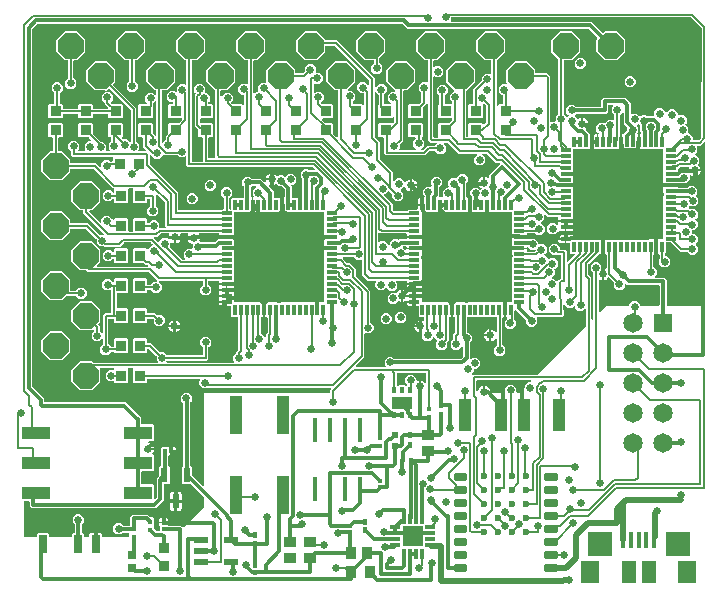
<source format=gbr>
G04 EAGLE Gerber RS-274X export*
G75*
%MOMM*%
%FSLAX34Y34*%
%LPD*%
%INTop Copper*%
%IPPOS*%
%AMOC8*
5,1,8,0,0,1.08239X$1,22.5*%
G01*
%ADD10R,0.420000X0.460000*%
%ADD11R,0.620000X0.600000*%
%ADD12R,1.020000X0.870000*%
%ADD13R,0.870000X1.020000*%
%ADD14R,0.330000X0.365000*%
%ADD15R,0.365000X0.330000*%
%ADD16P,2.336880X8X22.500000*%
%ADD17R,0.350000X0.600000*%
%ADD18R,1.700000X1.100000*%
%ADD19R,0.850000X0.300000*%
%ADD20R,0.300000X0.850000*%
%ADD21R,7.700000X7.700000*%
%ADD22R,0.600000X1.200000*%
%ADD23R,1.650000X1.650000*%
%ADD24C,1.650000*%
%ADD25R,0.700000X0.700000*%
%ADD26R,0.950000X0.950000*%
%ADD27R,0.950000X0.900000*%
%ADD28R,0.900000X0.950000*%
%ADD29R,0.440000X0.420000*%
%ADD30R,0.950000X1.000000*%
%ADD31R,0.400000X0.625000*%
%ADD32R,0.350000X0.525000*%
%ADD33R,0.420000X0.440000*%
%ADD34R,1.100000X2.700000*%
%ADD35R,2.440000X1.130000*%
%ADD36R,1.000000X3.200000*%
%ADD37R,0.700000X1.500000*%
%ADD38R,0.400000X2.041400*%
%ADD39C,0.345000*%
%ADD40C,0.600000*%
%ADD41R,1.270000X0.558800*%
%ADD42R,0.304800X0.812800*%
%ADD43R,0.812800X0.304800*%
%ADD44R,1.701800X1.701800*%
%ADD45R,1.100000X0.900000*%
%ADD46R,0.400000X1.350000*%
%ADD47R,2.100000X2.000000*%
%ADD48R,1.600000X1.900000*%
%ADD49R,1.200000X1.900000*%
%ADD50C,0.631000*%
%ADD51C,0.304800*%
%ADD52C,0.508000*%
%ADD53C,0.152400*%
%ADD54C,0.609600*%

G36*
X-588192Y104652D02*
X-588192Y104652D01*
X-588173Y104650D01*
X-588071Y104672D01*
X-587969Y104689D01*
X-587952Y104698D01*
X-587932Y104702D01*
X-587843Y104755D01*
X-587752Y104804D01*
X-587738Y104818D01*
X-587721Y104828D01*
X-587654Y104907D01*
X-587582Y104982D01*
X-587574Y105000D01*
X-587561Y105015D01*
X-587522Y105111D01*
X-587479Y105205D01*
X-587477Y105225D01*
X-587469Y105243D01*
X-587451Y105410D01*
X-587451Y107182D01*
X-586572Y108061D01*
X-578328Y108061D01*
X-577449Y107182D01*
X-577449Y105410D01*
X-577446Y105390D01*
X-577448Y105371D01*
X-577426Y105269D01*
X-577410Y105167D01*
X-577400Y105150D01*
X-577396Y105130D01*
X-577343Y105041D01*
X-577294Y104950D01*
X-577280Y104936D01*
X-577270Y104919D01*
X-577191Y104852D01*
X-577116Y104781D01*
X-577098Y104772D01*
X-577083Y104759D01*
X-576987Y104720D01*
X-576893Y104677D01*
X-576873Y104675D01*
X-576855Y104667D01*
X-576688Y104649D01*
X-558212Y104649D01*
X-558192Y104652D01*
X-558173Y104650D01*
X-558071Y104672D01*
X-557969Y104689D01*
X-557952Y104698D01*
X-557932Y104702D01*
X-557843Y104755D01*
X-557752Y104804D01*
X-557738Y104818D01*
X-557721Y104828D01*
X-557654Y104907D01*
X-557582Y104982D01*
X-557574Y105000D01*
X-557561Y105015D01*
X-557522Y105111D01*
X-557479Y105205D01*
X-557477Y105225D01*
X-557469Y105243D01*
X-557451Y105410D01*
X-557451Y107182D01*
X-556572Y108061D01*
X-556236Y108061D01*
X-556216Y108064D01*
X-556197Y108062D01*
X-556095Y108084D01*
X-555993Y108100D01*
X-555976Y108110D01*
X-555956Y108114D01*
X-555867Y108167D01*
X-555776Y108216D01*
X-555762Y108230D01*
X-555745Y108240D01*
X-555678Y108319D01*
X-555606Y108394D01*
X-555598Y108412D01*
X-555585Y108427D01*
X-555546Y108523D01*
X-555503Y108617D01*
X-555501Y108637D01*
X-555493Y108655D01*
X-555475Y108822D01*
X-555475Y115505D01*
X-555489Y115595D01*
X-555497Y115686D01*
X-555509Y115716D01*
X-555514Y115748D01*
X-555557Y115829D01*
X-555593Y115913D01*
X-555619Y115945D01*
X-555630Y115965D01*
X-555653Y115987D01*
X-555698Y116043D01*
X-557106Y117452D01*
X-557106Y121308D01*
X-554378Y124036D01*
X-550522Y124036D01*
X-547794Y121308D01*
X-547794Y117452D01*
X-549202Y116043D01*
X-549255Y115970D01*
X-549315Y115900D01*
X-549327Y115870D01*
X-549346Y115844D01*
X-549373Y115757D01*
X-549407Y115672D01*
X-549411Y115631D01*
X-549418Y115609D01*
X-549417Y115576D01*
X-549425Y115505D01*
X-549425Y108822D01*
X-549422Y108802D01*
X-549424Y108783D01*
X-549402Y108681D01*
X-549386Y108579D01*
X-549376Y108562D01*
X-549372Y108542D01*
X-549319Y108453D01*
X-549270Y108362D01*
X-549256Y108348D01*
X-549246Y108331D01*
X-549167Y108264D01*
X-549092Y108192D01*
X-549074Y108184D01*
X-549059Y108171D01*
X-548963Y108132D01*
X-548869Y108089D01*
X-548849Y108087D01*
X-548831Y108079D01*
X-548664Y108061D01*
X-548328Y108061D01*
X-547449Y107182D01*
X-547449Y105410D01*
X-547446Y105390D01*
X-547448Y105371D01*
X-547426Y105269D01*
X-547410Y105167D01*
X-547400Y105150D01*
X-547396Y105130D01*
X-547343Y105041D01*
X-547294Y104950D01*
X-547280Y104936D01*
X-547270Y104919D01*
X-547191Y104852D01*
X-547116Y104781D01*
X-547098Y104772D01*
X-547083Y104759D01*
X-546987Y104720D01*
X-546893Y104677D01*
X-546873Y104675D01*
X-546855Y104667D01*
X-546688Y104649D01*
X-543712Y104649D01*
X-543692Y104652D01*
X-543672Y104650D01*
X-543571Y104672D01*
X-543469Y104689D01*
X-543452Y104698D01*
X-543432Y104702D01*
X-543343Y104755D01*
X-543252Y104804D01*
X-543238Y104818D01*
X-543221Y104828D01*
X-543154Y104907D01*
X-543082Y104982D01*
X-543074Y105000D01*
X-543061Y105015D01*
X-543022Y105111D01*
X-542979Y105205D01*
X-542977Y105225D01*
X-542969Y105243D01*
X-542951Y105410D01*
X-542951Y106823D01*
X-542814Y107332D01*
X-542551Y107788D01*
X-542178Y108161D01*
X-541722Y108424D01*
X-541213Y108561D01*
X-538973Y108561D01*
X-538973Y105410D01*
X-538970Y105390D01*
X-538972Y105371D01*
X-538950Y105269D01*
X-538933Y105167D01*
X-538924Y105150D01*
X-538920Y105130D01*
X-538867Y105041D01*
X-538818Y104950D01*
X-538804Y104936D01*
X-538794Y104919D01*
X-538715Y104852D01*
X-538640Y104781D01*
X-538622Y104772D01*
X-538607Y104759D01*
X-538511Y104720D01*
X-538417Y104677D01*
X-538397Y104675D01*
X-538379Y104667D01*
X-538212Y104649D01*
X-536688Y104649D01*
X-536668Y104652D01*
X-536649Y104650D01*
X-536547Y104672D01*
X-536445Y104689D01*
X-536428Y104698D01*
X-536408Y104702D01*
X-536319Y104755D01*
X-536228Y104804D01*
X-536214Y104818D01*
X-536197Y104828D01*
X-536130Y104907D01*
X-536059Y104982D01*
X-536050Y105000D01*
X-536037Y105015D01*
X-535998Y105111D01*
X-535955Y105205D01*
X-535953Y105225D01*
X-535945Y105243D01*
X-535927Y105410D01*
X-535927Y108561D01*
X-533687Y108561D01*
X-533178Y108424D01*
X-532722Y108161D01*
X-532349Y107788D01*
X-532086Y107332D01*
X-531949Y106823D01*
X-531949Y105410D01*
X-531946Y105390D01*
X-531948Y105371D01*
X-531926Y105269D01*
X-531910Y105167D01*
X-531900Y105150D01*
X-531896Y105130D01*
X-531843Y105041D01*
X-531794Y104950D01*
X-531780Y104936D01*
X-531770Y104919D01*
X-531691Y104852D01*
X-531616Y104781D01*
X-531598Y104772D01*
X-531583Y104759D01*
X-531487Y104720D01*
X-531393Y104677D01*
X-531373Y104675D01*
X-531355Y104667D01*
X-531188Y104649D01*
X-509822Y104649D01*
X-509802Y104652D01*
X-509783Y104650D01*
X-509681Y104672D01*
X-509579Y104689D01*
X-509562Y104698D01*
X-509542Y104702D01*
X-509453Y104755D01*
X-509362Y104804D01*
X-509348Y104818D01*
X-509331Y104828D01*
X-509264Y104907D01*
X-509192Y104982D01*
X-509184Y105000D01*
X-509171Y105015D01*
X-509132Y105111D01*
X-509089Y105205D01*
X-509087Y105225D01*
X-509079Y105243D01*
X-509061Y105410D01*
X-509061Y107564D01*
X-509064Y107584D01*
X-509062Y107603D01*
X-509084Y107705D01*
X-509100Y107807D01*
X-509110Y107824D01*
X-509114Y107844D01*
X-509167Y107933D01*
X-509216Y108024D01*
X-509230Y108038D01*
X-509240Y108055D01*
X-509319Y108122D01*
X-509394Y108194D01*
X-509412Y108202D01*
X-509427Y108215D01*
X-509523Y108254D01*
X-509617Y108297D01*
X-509637Y108299D01*
X-509655Y108307D01*
X-509822Y108325D01*
X-514695Y108325D01*
X-514785Y108311D01*
X-514876Y108303D01*
X-514906Y108291D01*
X-514938Y108286D01*
X-515019Y108243D01*
X-515103Y108207D01*
X-515135Y108181D01*
X-515155Y108170D01*
X-515178Y108147D01*
X-515233Y108102D01*
X-516232Y107104D01*
X-520088Y107104D01*
X-522816Y109832D01*
X-522816Y113688D01*
X-520088Y116416D01*
X-516232Y116416D01*
X-514413Y114598D01*
X-514340Y114545D01*
X-514270Y114485D01*
X-514240Y114473D01*
X-514214Y114454D01*
X-514127Y114427D01*
X-514042Y114393D01*
X-514001Y114389D01*
X-513979Y114382D01*
X-513946Y114383D01*
X-513875Y114375D01*
X-509246Y114375D01*
X-509226Y114378D01*
X-509207Y114376D01*
X-509105Y114398D01*
X-509003Y114414D01*
X-508986Y114424D01*
X-508966Y114428D01*
X-508877Y114481D01*
X-508786Y114530D01*
X-508772Y114544D01*
X-508755Y114554D01*
X-508688Y114633D01*
X-508616Y114708D01*
X-508608Y114726D01*
X-508595Y114741D01*
X-508556Y114837D01*
X-508513Y114931D01*
X-508511Y114951D01*
X-508503Y114969D01*
X-508485Y115136D01*
X-508485Y121903D01*
X-506713Y123675D01*
X-493187Y123675D01*
X-491192Y121680D01*
X-491136Y121624D01*
X-491062Y121571D01*
X-490993Y121511D01*
X-490963Y121499D01*
X-490937Y121480D01*
X-490849Y121453D01*
X-490765Y121419D01*
X-490724Y121415D01*
X-490702Y121408D01*
X-490669Y121409D01*
X-490598Y121401D01*
X-488768Y121401D01*
X-487889Y120522D01*
X-487889Y114878D01*
X-487929Y114838D01*
X-487941Y114822D01*
X-487957Y114810D01*
X-488013Y114722D01*
X-488073Y114639D01*
X-488079Y114619D01*
X-488090Y114603D01*
X-488115Y114502D01*
X-488145Y114403D01*
X-488145Y114383D01*
X-488150Y114364D01*
X-488142Y114261D01*
X-488139Y114158D01*
X-488132Y114139D01*
X-488130Y114119D01*
X-488090Y114024D01*
X-488054Y113927D01*
X-488042Y113911D01*
X-488034Y113893D01*
X-487929Y113762D01*
X-487889Y113722D01*
X-487889Y111892D01*
X-487875Y111802D01*
X-487867Y111711D01*
X-487855Y111681D01*
X-487850Y111649D01*
X-487807Y111569D01*
X-487771Y111485D01*
X-487745Y111453D01*
X-487734Y111432D01*
X-487711Y111410D01*
X-487666Y111354D01*
X-486191Y109879D01*
X-486117Y109826D01*
X-486048Y109766D01*
X-486018Y109754D01*
X-485991Y109735D01*
X-485904Y109708D01*
X-485820Y109674D01*
X-485779Y109670D01*
X-485756Y109663D01*
X-485724Y109664D01*
X-485653Y109656D01*
X-483972Y109656D01*
X-483952Y109659D01*
X-483933Y109657D01*
X-483831Y109679D01*
X-483729Y109695D01*
X-483712Y109705D01*
X-483692Y109709D01*
X-483603Y109762D01*
X-483512Y109811D01*
X-483498Y109825D01*
X-483481Y109835D01*
X-483414Y109914D01*
X-483342Y109989D01*
X-483334Y110007D01*
X-483321Y110022D01*
X-483282Y110118D01*
X-483239Y110212D01*
X-483237Y110232D01*
X-483229Y110250D01*
X-483211Y110417D01*
X-483211Y113689D01*
X-483229Y113802D01*
X-483245Y113916D01*
X-483249Y113925D01*
X-483250Y113932D01*
X-483261Y113951D01*
X-483313Y114070D01*
X-483574Y114523D01*
X-483711Y115032D01*
X-483711Y116296D01*
X-480123Y116296D01*
X-480104Y116299D01*
X-480084Y116297D01*
X-480058Y116302D01*
X-479997Y116296D01*
X-476409Y116296D01*
X-476409Y115266D01*
X-476406Y115246D01*
X-476408Y115227D01*
X-476386Y115125D01*
X-476370Y115023D01*
X-476360Y115006D01*
X-476356Y114986D01*
X-476303Y114897D01*
X-476254Y114806D01*
X-476240Y114792D01*
X-476230Y114775D01*
X-476151Y114708D01*
X-476076Y114636D01*
X-476058Y114628D01*
X-476043Y114615D01*
X-475947Y114576D01*
X-475853Y114533D01*
X-475833Y114531D01*
X-475815Y114523D01*
X-475648Y114505D01*
X-465345Y114505D01*
X-464091Y113251D01*
X-464075Y113239D01*
X-464063Y113224D01*
X-463975Y113168D01*
X-463891Y113107D01*
X-463872Y113101D01*
X-463856Y113091D01*
X-463755Y113065D01*
X-463656Y113035D01*
X-463636Y113035D01*
X-463617Y113031D01*
X-463514Y113039D01*
X-463411Y113041D01*
X-463392Y113048D01*
X-463372Y113050D01*
X-463277Y113090D01*
X-463179Y113126D01*
X-463164Y113138D01*
X-463146Y113146D01*
X-463015Y113251D01*
X-445994Y130272D01*
X-445941Y130346D01*
X-445881Y130415D01*
X-445869Y130445D01*
X-445850Y130471D01*
X-445823Y130558D01*
X-445789Y130643D01*
X-445785Y130684D01*
X-445778Y130707D01*
X-445779Y130739D01*
X-445771Y130810D01*
X-445771Y137828D01*
X-445786Y137918D01*
X-445793Y138009D01*
X-445805Y138039D01*
X-445811Y138071D01*
X-445853Y138151D01*
X-445889Y138235D01*
X-445915Y138267D01*
X-445926Y138288D01*
X-445949Y138310D01*
X-445994Y138366D01*
X-456954Y149326D01*
X-457028Y149379D01*
X-457097Y149439D01*
X-457127Y149451D01*
X-457154Y149470D01*
X-457241Y149497D01*
X-457325Y149531D01*
X-457366Y149535D01*
X-457389Y149542D01*
X-457421Y149541D01*
X-457492Y149549D01*
X-464022Y149549D01*
X-464901Y150428D01*
X-464901Y163672D01*
X-463989Y164583D01*
X-463943Y164590D01*
X-463926Y164600D01*
X-463906Y164604D01*
X-463817Y164657D01*
X-463726Y164706D01*
X-463712Y164720D01*
X-463695Y164730D01*
X-463628Y164809D01*
X-463556Y164884D01*
X-463548Y164902D01*
X-463535Y164917D01*
X-463496Y165013D01*
X-463453Y165107D01*
X-463451Y165127D01*
X-463443Y165145D01*
X-463425Y165312D01*
X-463425Y217765D01*
X-463439Y217855D01*
X-463447Y217946D01*
X-463459Y217976D01*
X-463464Y218008D01*
X-463507Y218089D01*
X-463543Y218173D01*
X-463569Y218205D01*
X-463580Y218225D01*
X-463603Y218248D01*
X-463648Y218303D01*
X-465666Y220322D01*
X-465666Y224178D01*
X-462938Y226906D01*
X-459082Y226906D01*
X-456354Y224178D01*
X-456354Y220322D01*
X-457152Y219523D01*
X-457205Y219450D01*
X-457265Y219380D01*
X-457277Y219350D01*
X-457296Y219324D01*
X-457323Y219237D01*
X-457357Y219152D01*
X-457361Y219111D01*
X-457368Y219089D01*
X-457367Y219056D01*
X-457375Y218985D01*
X-457375Y165312D01*
X-457372Y165292D01*
X-457374Y165273D01*
X-457352Y165171D01*
X-457336Y165069D01*
X-457326Y165052D01*
X-457322Y165032D01*
X-457269Y164943D01*
X-457220Y164852D01*
X-457206Y164838D01*
X-457196Y164821D01*
X-457117Y164754D01*
X-457042Y164682D01*
X-457024Y164674D01*
X-457009Y164661D01*
X-456913Y164622D01*
X-456819Y164579D01*
X-456805Y164577D01*
X-455899Y163672D01*
X-455899Y157142D01*
X-455898Y157136D01*
X-455898Y157134D01*
X-455885Y157052D01*
X-455877Y156961D01*
X-455865Y156931D01*
X-455860Y156899D01*
X-455817Y156819D01*
X-455781Y156735D01*
X-455755Y156703D01*
X-455744Y156682D01*
X-455721Y156660D01*
X-455676Y156604D01*
X-447070Y147998D01*
X-447012Y147956D01*
X-446960Y147907D01*
X-446913Y147885D01*
X-446871Y147854D01*
X-446802Y147833D01*
X-446737Y147803D01*
X-446685Y147797D01*
X-446635Y147782D01*
X-446564Y147784D01*
X-446493Y147776D01*
X-446442Y147787D01*
X-446390Y147788D01*
X-446322Y147813D01*
X-446252Y147828D01*
X-446208Y147855D01*
X-446159Y147873D01*
X-446103Y147918D01*
X-446041Y147954D01*
X-446007Y147994D01*
X-445967Y148027D01*
X-445928Y148087D01*
X-445881Y148141D01*
X-445862Y148190D01*
X-445834Y148233D01*
X-445816Y148303D01*
X-445789Y148369D01*
X-445781Y148441D01*
X-445773Y148472D01*
X-445775Y148495D01*
X-445771Y148536D01*
X-445771Y227077D01*
X-339574Y227077D01*
X-339554Y227080D01*
X-339535Y227078D01*
X-339433Y227100D01*
X-339331Y227117D01*
X-339314Y227126D01*
X-339294Y227130D01*
X-339205Y227183D01*
X-339114Y227232D01*
X-339100Y227246D01*
X-339083Y227256D01*
X-339016Y227335D01*
X-338944Y227410D01*
X-338936Y227428D01*
X-338923Y227443D01*
X-338884Y227539D01*
X-338841Y227633D01*
X-338839Y227653D01*
X-338831Y227671D01*
X-338813Y227838D01*
X-338813Y229537D01*
X-338232Y230118D01*
X-338190Y230176D01*
X-338141Y230228D01*
X-338119Y230275D01*
X-338089Y230317D01*
X-338068Y230386D01*
X-338037Y230451D01*
X-338032Y230503D01*
X-338016Y230553D01*
X-338018Y230624D01*
X-338010Y230695D01*
X-338021Y230746D01*
X-338023Y230798D01*
X-338047Y230866D01*
X-338063Y230936D01*
X-338089Y230981D01*
X-338107Y231029D01*
X-338152Y231085D01*
X-338189Y231147D01*
X-338228Y231181D01*
X-338261Y231221D01*
X-338321Y231260D01*
X-338376Y231307D01*
X-338424Y231326D01*
X-338468Y231354D01*
X-338537Y231372D01*
X-338604Y231399D01*
X-338675Y231407D01*
X-338706Y231415D01*
X-338730Y231413D01*
X-338771Y231417D01*
X-442105Y231417D01*
X-442195Y231403D01*
X-442286Y231395D01*
X-442316Y231383D01*
X-442348Y231378D01*
X-442429Y231335D01*
X-442513Y231299D01*
X-442545Y231273D01*
X-442565Y231262D01*
X-442588Y231239D01*
X-442643Y231194D01*
X-443207Y230631D01*
X-447063Y230631D01*
X-449791Y233359D01*
X-449791Y237215D01*
X-449268Y237738D01*
X-449227Y237796D01*
X-449177Y237848D01*
X-449155Y237895D01*
X-449125Y237937D01*
X-449104Y238006D01*
X-449074Y238071D01*
X-449068Y238123D01*
X-449053Y238173D01*
X-449054Y238244D01*
X-449047Y238315D01*
X-449058Y238366D01*
X-449059Y238418D01*
X-449084Y238486D01*
X-449099Y238556D01*
X-449125Y238601D01*
X-449143Y238649D01*
X-449188Y238705D01*
X-449225Y238767D01*
X-449265Y238801D01*
X-449297Y238841D01*
X-449357Y238880D01*
X-449412Y238927D01*
X-449460Y238946D01*
X-449504Y238974D01*
X-449573Y238992D01*
X-449640Y239019D01*
X-449711Y239027D01*
X-449742Y239035D01*
X-449766Y239033D01*
X-449807Y239037D01*
X-493238Y239037D01*
X-493258Y239034D01*
X-493277Y239036D01*
X-493379Y239014D01*
X-493481Y238998D01*
X-493498Y238988D01*
X-493518Y238984D01*
X-493607Y238931D01*
X-493698Y238882D01*
X-493712Y238868D01*
X-493729Y238858D01*
X-493796Y238779D01*
X-493868Y238704D01*
X-493876Y238686D01*
X-493889Y238671D01*
X-493928Y238575D01*
X-493971Y238481D01*
X-493973Y238461D01*
X-493981Y238443D01*
X-493999Y238276D01*
X-493999Y235928D01*
X-494878Y235049D01*
X-505122Y235049D01*
X-506001Y235928D01*
X-506001Y246688D01*
X-505953Y246738D01*
X-505931Y246785D01*
X-505901Y246827D01*
X-505880Y246896D01*
X-505850Y246961D01*
X-505844Y247013D01*
X-505829Y247062D01*
X-505831Y247134D01*
X-505823Y247205D01*
X-505834Y247256D01*
X-505835Y247308D01*
X-505860Y247376D01*
X-505875Y247446D01*
X-505902Y247491D01*
X-505919Y247539D01*
X-505964Y247595D01*
X-506001Y247657D01*
X-506041Y247691D01*
X-506073Y247731D01*
X-506134Y247770D01*
X-506188Y247817D01*
X-506236Y247836D01*
X-506280Y247864D01*
X-506350Y247882D01*
X-506416Y247909D01*
X-506487Y247917D01*
X-506519Y247925D01*
X-506542Y247923D01*
X-506583Y247927D01*
X-509417Y247927D01*
X-509488Y247916D01*
X-509560Y247914D01*
X-509608Y247896D01*
X-509660Y247888D01*
X-509723Y247854D01*
X-509791Y247829D01*
X-509831Y247797D01*
X-509877Y247772D01*
X-509927Y247720D01*
X-509983Y247676D01*
X-510011Y247632D01*
X-510047Y247594D01*
X-510077Y247529D01*
X-510116Y247469D01*
X-510128Y247418D01*
X-510150Y247371D01*
X-510158Y247300D01*
X-510176Y247230D01*
X-510172Y247178D01*
X-510177Y247127D01*
X-510162Y247056D01*
X-510157Y246985D01*
X-510136Y246937D01*
X-510125Y246886D01*
X-510088Y246825D01*
X-510060Y246759D01*
X-510015Y246703D01*
X-509999Y246676D01*
X-509999Y235928D01*
X-510878Y235049D01*
X-521122Y235049D01*
X-522004Y235931D01*
X-522024Y236024D01*
X-522040Y236126D01*
X-522050Y236143D01*
X-522054Y236163D01*
X-522107Y236252D01*
X-522156Y236343D01*
X-522170Y236357D01*
X-522180Y236374D01*
X-522259Y236441D01*
X-522334Y236513D01*
X-522352Y236521D01*
X-522367Y236534D01*
X-522463Y236573D01*
X-522557Y236616D01*
X-522577Y236618D01*
X-522595Y236626D01*
X-522762Y236644D01*
X-526438Y236644D01*
X-529166Y239372D01*
X-529166Y243228D01*
X-526438Y245956D01*
X-522762Y245956D01*
X-522742Y245959D01*
X-522723Y245957D01*
X-522621Y245979D01*
X-522519Y245995D01*
X-522502Y246005D01*
X-522482Y246009D01*
X-522393Y246062D01*
X-522302Y246111D01*
X-522288Y246125D01*
X-522271Y246135D01*
X-522204Y246214D01*
X-522132Y246289D01*
X-522124Y246307D01*
X-522111Y246322D01*
X-522072Y246418D01*
X-522029Y246512D01*
X-522027Y246532D01*
X-522019Y246550D01*
X-522004Y246684D01*
X-522003Y246686D01*
X-521953Y246738D01*
X-521931Y246785D01*
X-521901Y246827D01*
X-521880Y246896D01*
X-521850Y246961D01*
X-521844Y247013D01*
X-521829Y247062D01*
X-521831Y247134D01*
X-521823Y247205D01*
X-521834Y247256D01*
X-521835Y247308D01*
X-521860Y247376D01*
X-521875Y247446D01*
X-521902Y247491D01*
X-521919Y247539D01*
X-521964Y247595D01*
X-522001Y247657D01*
X-522041Y247691D01*
X-522073Y247731D01*
X-522134Y247770D01*
X-522188Y247817D01*
X-522236Y247836D01*
X-522280Y247864D01*
X-522350Y247882D01*
X-522416Y247909D01*
X-522487Y247917D01*
X-522519Y247925D01*
X-522542Y247923D01*
X-522583Y247927D01*
X-533501Y247927D01*
X-533571Y247916D01*
X-533643Y247914D01*
X-533692Y247896D01*
X-533743Y247888D01*
X-533807Y247854D01*
X-533874Y247829D01*
X-533915Y247797D01*
X-533961Y247772D01*
X-534010Y247720D01*
X-534066Y247676D01*
X-534094Y247632D01*
X-534130Y247594D01*
X-534160Y247529D01*
X-534199Y247469D01*
X-534212Y247418D01*
X-534234Y247371D01*
X-534242Y247300D01*
X-534259Y247230D01*
X-534255Y247178D01*
X-534261Y247127D01*
X-534246Y247056D01*
X-534240Y246985D01*
X-534220Y246937D01*
X-534209Y246886D01*
X-534172Y246825D01*
X-534144Y246759D01*
X-534099Y246703D01*
X-534082Y246675D01*
X-534065Y246660D01*
X-534039Y246628D01*
X-533804Y246393D01*
X-533804Y236207D01*
X-541007Y229004D01*
X-551193Y229004D01*
X-558396Y236207D01*
X-558396Y246393D01*
X-551193Y253596D01*
X-541007Y253596D01*
X-540087Y252676D01*
X-540013Y252623D01*
X-539944Y252563D01*
X-539913Y252551D01*
X-539887Y252532D01*
X-539800Y252505D01*
X-539715Y252471D01*
X-539674Y252467D01*
X-539652Y252460D01*
X-539620Y252461D01*
X-539549Y252453D01*
X-485665Y252453D01*
X-485594Y252464D01*
X-485522Y252466D01*
X-485473Y252484D01*
X-485422Y252492D01*
X-485359Y252526D01*
X-485291Y252551D01*
X-485251Y252583D01*
X-485205Y252608D01*
X-485155Y252660D01*
X-485099Y252704D01*
X-485071Y252748D01*
X-485035Y252786D01*
X-485005Y252851D01*
X-484966Y252911D01*
X-484954Y252962D01*
X-484932Y253009D01*
X-484924Y253080D01*
X-484906Y253150D01*
X-484910Y253202D01*
X-484905Y253253D01*
X-484920Y253324D01*
X-484925Y253395D01*
X-484946Y253443D01*
X-484957Y253494D01*
X-484994Y253555D01*
X-485022Y253621D01*
X-485066Y253677D01*
X-485083Y253705D01*
X-485101Y253720D01*
X-485126Y253752D01*
X-485986Y254612D01*
X-485986Y257680D01*
X-485988Y257692D01*
X-485987Y257699D01*
X-485995Y257738D01*
X-486000Y257771D01*
X-486008Y257861D01*
X-486020Y257891D01*
X-486025Y257923D01*
X-486068Y258004D01*
X-486104Y258088D01*
X-486130Y258120D01*
X-486141Y258141D01*
X-486164Y258163D01*
X-486209Y258219D01*
X-492204Y264214D01*
X-492278Y264267D01*
X-492348Y264327D01*
X-492378Y264339D01*
X-492404Y264358D01*
X-492491Y264385D01*
X-492576Y264419D01*
X-492617Y264423D01*
X-492639Y264430D01*
X-492671Y264429D01*
X-492743Y264437D01*
X-493238Y264437D01*
X-493258Y264434D01*
X-493277Y264436D01*
X-493379Y264414D01*
X-493481Y264398D01*
X-493498Y264388D01*
X-493518Y264384D01*
X-493607Y264331D01*
X-493698Y264282D01*
X-493712Y264268D01*
X-493729Y264258D01*
X-493796Y264179D01*
X-493868Y264104D01*
X-493876Y264086D01*
X-493889Y264071D01*
X-493928Y263975D01*
X-493971Y263881D01*
X-493973Y263861D01*
X-493981Y263843D01*
X-493999Y263676D01*
X-493999Y261328D01*
X-494878Y260449D01*
X-505122Y260449D01*
X-506001Y261328D01*
X-506001Y272072D01*
X-505122Y272951D01*
X-494878Y272951D01*
X-493999Y272072D01*
X-493999Y269724D01*
X-493996Y269704D01*
X-493998Y269685D01*
X-493976Y269583D01*
X-493960Y269481D01*
X-493950Y269464D01*
X-493946Y269444D01*
X-493893Y269355D01*
X-493844Y269264D01*
X-493830Y269250D01*
X-493820Y269233D01*
X-493741Y269166D01*
X-493666Y269094D01*
X-493648Y269086D01*
X-493633Y269073D01*
X-493537Y269034D01*
X-493443Y268991D01*
X-493423Y268989D01*
X-493405Y268981D01*
X-493238Y268963D01*
X-490553Y268963D01*
X-483009Y261419D01*
X-482935Y261366D01*
X-482865Y261306D01*
X-482835Y261294D01*
X-482809Y261275D01*
X-482722Y261248D01*
X-482637Y261214D01*
X-482596Y261210D01*
X-482574Y261203D01*
X-482542Y261204D01*
X-482470Y261196D01*
X-479402Y261196D01*
X-477231Y259026D01*
X-477158Y258973D01*
X-477088Y258913D01*
X-477058Y258901D01*
X-477032Y258882D01*
X-476945Y258855D01*
X-476860Y258821D01*
X-476819Y258817D01*
X-476797Y258810D01*
X-476764Y258811D01*
X-476693Y258803D01*
X-447524Y258803D01*
X-447504Y258806D01*
X-447485Y258804D01*
X-447383Y258826D01*
X-447281Y258842D01*
X-447264Y258852D01*
X-447244Y258856D01*
X-447155Y258909D01*
X-447064Y258958D01*
X-447050Y258972D01*
X-447033Y258982D01*
X-446966Y259061D01*
X-446894Y259136D01*
X-446886Y259154D01*
X-446873Y259169D01*
X-446834Y259265D01*
X-446791Y259359D01*
X-446789Y259379D01*
X-446781Y259397D01*
X-446763Y259564D01*
X-446763Y264940D01*
X-446777Y265030D01*
X-446785Y265121D01*
X-446797Y265151D01*
X-446802Y265183D01*
X-446845Y265264D01*
X-446881Y265348D01*
X-446907Y265380D01*
X-446918Y265400D01*
X-446941Y265423D01*
X-446986Y265478D01*
X-449156Y267649D01*
X-449156Y271505D01*
X-446428Y274233D01*
X-442572Y274233D01*
X-439844Y271505D01*
X-439844Y267649D01*
X-442014Y265478D01*
X-442067Y265405D01*
X-442127Y265335D01*
X-442139Y265305D01*
X-442158Y265279D01*
X-442185Y265192D01*
X-442219Y265107D01*
X-442223Y265066D01*
X-442230Y265044D01*
X-442229Y265011D01*
X-442237Y264940D01*
X-442237Y255603D01*
X-443563Y254277D01*
X-476693Y254277D01*
X-476783Y254263D01*
X-476874Y254255D01*
X-476904Y254243D01*
X-476936Y254238D01*
X-477016Y254195D01*
X-477100Y254159D01*
X-477133Y254133D01*
X-477153Y254122D01*
X-477175Y254099D01*
X-477231Y254054D01*
X-477534Y253752D01*
X-477575Y253694D01*
X-477625Y253642D01*
X-477647Y253595D01*
X-477677Y253553D01*
X-477698Y253484D01*
X-477728Y253419D01*
X-477734Y253367D01*
X-477749Y253317D01*
X-477748Y253246D01*
X-477755Y253175D01*
X-477744Y253124D01*
X-477743Y253072D01*
X-477718Y253004D01*
X-477703Y252934D01*
X-477676Y252889D01*
X-477659Y252841D01*
X-477614Y252785D01*
X-477577Y252723D01*
X-477537Y252689D01*
X-477505Y252649D01*
X-477445Y252610D01*
X-477390Y252563D01*
X-477342Y252544D01*
X-477298Y252516D01*
X-477229Y252498D01*
X-477162Y252471D01*
X-477091Y252463D01*
X-477060Y252455D01*
X-477036Y252457D01*
X-476995Y252453D01*
X-420895Y252453D01*
X-420824Y252464D01*
X-420752Y252466D01*
X-420703Y252484D01*
X-420652Y252492D01*
X-420589Y252526D01*
X-420521Y252551D01*
X-420481Y252583D01*
X-420435Y252608D01*
X-420385Y252660D01*
X-420329Y252704D01*
X-420301Y252748D01*
X-420265Y252786D01*
X-420235Y252851D01*
X-420196Y252911D01*
X-420184Y252962D01*
X-420162Y253009D01*
X-420154Y253080D01*
X-420136Y253150D01*
X-420140Y253202D01*
X-420135Y253253D01*
X-420150Y253324D01*
X-420155Y253395D01*
X-420176Y253443D01*
X-420187Y253494D01*
X-420224Y253555D01*
X-420252Y253621D01*
X-420296Y253677D01*
X-420313Y253705D01*
X-420331Y253720D01*
X-420356Y253752D01*
X-421216Y254612D01*
X-421216Y258468D01*
X-419046Y260639D01*
X-418993Y260712D01*
X-418933Y260782D01*
X-418921Y260812D01*
X-418902Y260838D01*
X-418875Y260925D01*
X-418841Y261010D01*
X-418837Y261051D01*
X-418830Y261073D01*
X-418831Y261106D01*
X-418823Y261177D01*
X-418823Y261287D01*
X-417256Y262854D01*
X-417203Y262928D01*
X-417143Y262998D01*
X-417131Y263028D01*
X-417112Y263054D01*
X-417085Y263141D01*
X-417051Y263226D01*
X-417047Y263267D01*
X-417040Y263289D01*
X-417041Y263321D01*
X-417033Y263393D01*
X-417033Y290618D01*
X-417036Y290638D01*
X-417034Y290657D01*
X-417056Y290759D01*
X-417072Y290861D01*
X-417082Y290878D01*
X-417086Y290898D01*
X-417139Y290987D01*
X-417188Y291078D01*
X-417202Y291092D01*
X-417212Y291109D01*
X-417291Y291176D01*
X-417366Y291248D01*
X-417384Y291256D01*
X-417399Y291269D01*
X-417495Y291308D01*
X-417589Y291351D01*
X-417609Y291353D01*
X-417627Y291361D01*
X-417794Y291379D01*
X-421892Y291379D01*
X-422771Y292258D01*
X-422771Y299868D01*
X-422774Y299888D01*
X-422772Y299907D01*
X-422794Y300009D01*
X-422810Y300111D01*
X-422820Y300128D01*
X-422824Y300148D01*
X-422877Y300237D01*
X-422926Y300328D01*
X-422940Y300342D01*
X-422950Y300359D01*
X-423029Y300426D01*
X-423104Y300498D01*
X-423122Y300506D01*
X-423137Y300519D01*
X-423233Y300558D01*
X-423327Y300601D01*
X-423347Y300603D01*
X-423365Y300611D01*
X-423532Y300629D01*
X-426009Y300629D01*
X-426009Y304130D01*
X-426009Y309130D01*
X-426009Y314130D01*
X-426009Y319130D01*
X-426012Y319149D01*
X-426010Y319169D01*
X-426032Y319270D01*
X-426048Y319372D01*
X-426058Y319390D01*
X-426062Y319409D01*
X-426115Y319499D01*
X-426163Y319590D01*
X-426178Y319603D01*
X-426188Y319621D01*
X-426189Y319621D01*
X-426267Y319688D01*
X-426342Y319760D01*
X-426360Y319768D01*
X-426375Y319781D01*
X-426472Y319820D01*
X-426565Y319863D01*
X-426585Y319865D01*
X-426604Y319873D01*
X-426770Y319891D01*
X-433021Y319891D01*
X-433021Y320893D01*
X-433017Y320909D01*
X-433005Y321026D01*
X-432992Y321145D01*
X-432993Y321150D01*
X-432992Y321154D01*
X-433018Y321269D01*
X-433044Y321386D01*
X-433046Y321389D01*
X-433047Y321393D01*
X-433109Y321494D01*
X-433170Y321597D01*
X-433173Y321600D01*
X-433175Y321603D01*
X-433266Y321679D01*
X-433357Y321757D01*
X-433361Y321758D01*
X-433364Y321761D01*
X-433474Y321804D01*
X-433585Y321849D01*
X-433590Y321849D01*
X-433593Y321851D01*
X-433607Y321851D01*
X-433752Y321867D01*
X-441476Y321867D01*
X-441496Y321864D01*
X-441515Y321866D01*
X-441617Y321844D01*
X-441719Y321828D01*
X-441736Y321818D01*
X-441756Y321814D01*
X-441845Y321761D01*
X-441936Y321712D01*
X-441950Y321698D01*
X-441967Y321688D01*
X-442034Y321609D01*
X-442106Y321534D01*
X-442114Y321516D01*
X-442127Y321501D01*
X-442166Y321405D01*
X-442209Y321311D01*
X-442211Y321291D01*
X-442219Y321273D01*
X-442237Y321106D01*
X-442237Y318664D01*
X-442223Y318574D01*
X-442215Y318483D01*
X-442203Y318453D01*
X-442198Y318421D01*
X-442155Y318340D01*
X-442119Y318256D01*
X-442093Y318224D01*
X-442082Y318204D01*
X-442059Y318181D01*
X-442014Y318126D01*
X-439844Y315955D01*
X-439844Y312099D01*
X-442572Y309371D01*
X-446428Y309371D01*
X-449156Y312099D01*
X-449156Y315955D01*
X-446986Y318126D01*
X-446933Y318199D01*
X-446873Y318269D01*
X-446861Y318299D01*
X-446842Y318325D01*
X-446815Y318412D01*
X-446781Y318497D01*
X-446777Y318538D01*
X-446770Y318560D01*
X-446771Y318593D01*
X-446763Y318664D01*
X-446763Y321106D01*
X-446766Y321126D01*
X-446764Y321145D01*
X-446786Y321247D01*
X-446802Y321349D01*
X-446812Y321366D01*
X-446816Y321386D01*
X-446869Y321475D01*
X-446918Y321566D01*
X-446932Y321580D01*
X-446942Y321597D01*
X-447021Y321664D01*
X-447096Y321736D01*
X-447114Y321744D01*
X-447129Y321757D01*
X-447225Y321796D01*
X-447319Y321839D01*
X-447339Y321841D01*
X-447357Y321849D01*
X-447524Y321867D01*
X-483625Y321867D01*
X-483696Y321856D01*
X-483768Y321854D01*
X-483817Y321836D01*
X-483868Y321828D01*
X-483931Y321794D01*
X-483999Y321769D01*
X-484039Y321737D01*
X-484085Y321712D01*
X-484135Y321660D01*
X-484191Y321616D01*
X-484219Y321572D01*
X-484255Y321534D01*
X-484285Y321469D01*
X-484324Y321409D01*
X-484336Y321358D01*
X-484358Y321311D01*
X-484366Y321240D01*
X-484384Y321170D01*
X-484380Y321118D01*
X-484385Y321067D01*
X-484370Y320996D01*
X-484365Y320925D01*
X-484344Y320877D01*
X-484333Y320826D01*
X-484296Y320765D01*
X-484268Y320699D01*
X-484224Y320643D01*
X-484207Y320615D01*
X-484189Y320600D01*
X-484164Y320568D01*
X-481754Y318158D01*
X-481754Y314302D01*
X-484482Y311574D01*
X-488338Y311574D01*
X-490509Y313744D01*
X-490582Y313797D01*
X-490652Y313857D01*
X-490682Y313869D01*
X-490708Y313888D01*
X-490795Y313915D01*
X-490880Y313949D01*
X-490921Y313953D01*
X-490943Y313960D01*
X-490976Y313959D01*
X-491047Y313967D01*
X-493238Y313967D01*
X-493258Y313964D01*
X-493277Y313966D01*
X-493379Y313944D01*
X-493481Y313928D01*
X-493498Y313918D01*
X-493518Y313914D01*
X-493607Y313861D01*
X-493698Y313812D01*
X-493712Y313798D01*
X-493729Y313788D01*
X-493796Y313709D01*
X-493868Y313634D01*
X-493876Y313616D01*
X-493889Y313601D01*
X-493928Y313505D01*
X-493971Y313411D01*
X-493973Y313391D01*
X-493981Y313373D01*
X-493999Y313206D01*
X-493999Y312128D01*
X-494878Y311249D01*
X-505122Y311249D01*
X-506001Y312128D01*
X-506001Y322872D01*
X-505122Y323751D01*
X-494878Y323751D01*
X-493999Y322872D01*
X-493999Y319254D01*
X-493996Y319234D01*
X-493998Y319215D01*
X-493976Y319113D01*
X-493960Y319011D01*
X-493950Y318994D01*
X-493946Y318974D01*
X-493893Y318885D01*
X-493844Y318794D01*
X-493830Y318780D01*
X-493820Y318763D01*
X-493741Y318696D01*
X-493666Y318624D01*
X-493648Y318616D01*
X-493633Y318603D01*
X-493537Y318564D01*
X-493443Y318521D01*
X-493423Y318519D01*
X-493405Y318511D01*
X-493238Y318493D01*
X-491047Y318493D01*
X-490957Y318507D01*
X-490866Y318515D01*
X-490836Y318527D01*
X-490804Y318532D01*
X-490723Y318575D01*
X-490639Y318611D01*
X-490607Y318637D01*
X-490587Y318648D01*
X-490564Y318671D01*
X-490509Y318716D01*
X-488338Y320886D01*
X-485944Y320886D01*
X-485873Y320897D01*
X-485801Y320899D01*
X-485752Y320917D01*
X-485701Y320925D01*
X-485637Y320959D01*
X-485570Y320984D01*
X-485529Y321016D01*
X-485483Y321041D01*
X-485434Y321093D01*
X-485378Y321137D01*
X-485350Y321181D01*
X-485314Y321219D01*
X-485284Y321284D01*
X-485245Y321344D01*
X-485232Y321395D01*
X-485210Y321442D01*
X-485202Y321513D01*
X-485185Y321583D01*
X-485189Y321635D01*
X-485183Y321686D01*
X-485199Y321757D01*
X-485204Y321828D01*
X-485224Y321876D01*
X-485236Y321927D01*
X-485272Y321988D01*
X-485300Y322054D01*
X-485345Y322110D01*
X-485362Y322138D01*
X-485380Y322153D01*
X-485405Y322185D01*
X-492204Y328984D01*
X-492278Y329037D01*
X-492348Y329097D01*
X-492378Y329109D01*
X-492404Y329128D01*
X-492491Y329155D01*
X-492576Y329189D01*
X-492617Y329193D01*
X-492639Y329200D01*
X-492671Y329199D01*
X-492743Y329207D01*
X-544497Y329207D01*
X-545671Y330381D01*
X-545745Y330434D01*
X-545815Y330494D01*
X-545845Y330506D01*
X-545871Y330525D01*
X-545958Y330552D01*
X-546043Y330586D01*
X-546084Y330590D01*
X-546106Y330597D01*
X-546138Y330596D01*
X-546210Y330604D01*
X-551193Y330604D01*
X-558396Y337807D01*
X-558396Y347993D01*
X-551193Y355196D01*
X-541007Y355196D01*
X-533804Y347993D01*
X-533804Y337807D01*
X-536579Y335032D01*
X-536621Y334974D01*
X-536670Y334922D01*
X-536692Y334875D01*
X-536723Y334833D01*
X-536744Y334764D01*
X-536774Y334699D01*
X-536780Y334647D01*
X-536795Y334597D01*
X-536793Y334526D01*
X-536801Y334455D01*
X-536790Y334404D01*
X-536789Y334352D01*
X-536764Y334284D01*
X-536749Y334214D01*
X-536722Y334169D01*
X-536704Y334121D01*
X-536659Y334065D01*
X-536622Y334003D01*
X-536583Y333969D01*
X-536550Y333929D01*
X-536490Y333890D01*
X-536436Y333843D01*
X-536387Y333824D01*
X-536343Y333796D01*
X-536274Y333778D01*
X-536207Y333751D01*
X-536136Y333743D01*
X-536105Y333735D01*
X-536082Y333737D01*
X-536041Y333733D01*
X-493711Y333733D01*
X-493640Y333744D01*
X-493568Y333746D01*
X-493519Y333764D01*
X-493468Y333772D01*
X-493404Y333806D01*
X-493337Y333831D01*
X-493296Y333863D01*
X-493250Y333888D01*
X-493201Y333939D01*
X-493145Y333984D01*
X-493117Y334028D01*
X-493081Y334066D01*
X-493051Y334131D01*
X-493012Y334191D01*
X-492999Y334242D01*
X-492977Y334289D01*
X-492969Y334360D01*
X-492952Y334430D01*
X-492956Y334482D01*
X-492950Y334533D01*
X-492966Y334604D01*
X-492971Y334675D01*
X-492991Y334723D01*
X-493003Y334774D01*
X-493039Y334835D01*
X-493067Y334901D01*
X-493112Y334957D01*
X-493129Y334985D01*
X-493147Y335000D01*
X-493172Y335032D01*
X-493474Y335334D01*
X-493548Y335387D01*
X-493618Y335447D01*
X-493648Y335459D01*
X-493674Y335478D01*
X-493761Y335505D01*
X-493846Y335539D01*
X-493887Y335543D01*
X-493909Y335550D01*
X-493941Y335549D01*
X-494013Y335557D01*
X-495857Y335557D01*
X-496726Y336426D01*
X-496800Y336479D01*
X-496870Y336539D01*
X-496900Y336551D01*
X-496926Y336570D01*
X-497013Y336597D01*
X-497098Y336631D01*
X-497139Y336635D01*
X-497161Y336642D01*
X-497193Y336641D01*
X-497265Y336649D01*
X-505122Y336649D01*
X-506001Y337528D01*
X-506001Y348272D01*
X-505122Y349151D01*
X-494878Y349151D01*
X-494335Y348607D01*
X-494318Y348595D01*
X-494306Y348580D01*
X-494219Y348524D01*
X-494135Y348463D01*
X-494116Y348458D01*
X-494099Y348447D01*
X-493999Y348421D01*
X-493900Y348391D01*
X-493880Y348392D01*
X-493861Y348387D01*
X-493758Y348395D01*
X-493654Y348397D01*
X-493635Y348404D01*
X-493615Y348406D01*
X-493520Y348446D01*
X-493423Y348482D01*
X-493407Y348494D01*
X-493389Y348502D01*
X-493258Y348607D01*
X-490328Y351537D01*
X-490179Y351537D01*
X-490108Y351548D01*
X-490036Y351550D01*
X-489987Y351568D01*
X-489936Y351576D01*
X-489872Y351610D01*
X-489805Y351635D01*
X-489764Y351667D01*
X-489718Y351692D01*
X-489669Y351744D01*
X-489613Y351788D01*
X-489585Y351832D01*
X-489549Y351870D01*
X-489519Y351935D01*
X-489480Y351995D01*
X-489467Y352046D01*
X-489445Y352093D01*
X-489437Y352164D01*
X-489420Y352234D01*
X-489424Y352286D01*
X-489418Y352337D01*
X-489434Y352408D01*
X-489439Y352479D01*
X-489459Y352527D01*
X-489471Y352578D01*
X-489507Y352639D01*
X-489535Y352705D01*
X-489580Y352761D01*
X-489597Y352789D01*
X-489615Y352804D01*
X-489640Y352836D01*
X-490934Y354130D01*
X-491008Y354183D01*
X-491078Y354243D01*
X-491108Y354255D01*
X-491134Y354274D01*
X-491221Y354301D01*
X-491306Y354335D01*
X-491347Y354339D01*
X-491369Y354346D01*
X-491401Y354345D01*
X-491473Y354353D01*
X-513351Y354353D01*
X-513442Y354339D01*
X-513532Y354331D01*
X-513562Y354319D01*
X-513594Y354314D01*
X-513675Y354271D01*
X-513759Y354235D01*
X-513791Y354209D01*
X-513812Y354198D01*
X-513825Y354185D01*
X-513826Y354184D01*
X-513837Y354173D01*
X-513890Y354130D01*
X-517223Y350797D01*
X-530552Y350797D01*
X-530595Y350834D01*
X-530625Y350846D01*
X-530651Y350865D01*
X-530738Y350892D01*
X-530823Y350926D01*
X-530864Y350930D01*
X-530886Y350937D01*
X-530918Y350936D01*
X-530990Y350944D01*
X-534058Y350944D01*
X-536786Y353672D01*
X-536786Y356740D01*
X-536800Y356831D01*
X-536808Y356921D01*
X-536820Y356951D01*
X-536825Y356983D01*
X-536868Y357064D01*
X-536904Y357148D01*
X-536930Y357180D01*
X-536941Y357201D01*
X-536964Y357223D01*
X-537009Y357279D01*
X-545544Y365814D01*
X-545618Y365867D01*
X-545688Y365927D01*
X-545718Y365939D01*
X-545744Y365958D01*
X-545831Y365985D01*
X-545916Y366019D01*
X-545957Y366023D01*
X-545979Y366030D01*
X-546011Y366029D01*
X-546083Y366037D01*
X-558443Y366037D01*
X-558463Y366034D01*
X-558482Y366036D01*
X-558584Y366014D01*
X-558686Y365998D01*
X-558703Y365988D01*
X-558723Y365984D01*
X-558812Y365931D01*
X-558903Y365882D01*
X-558917Y365868D01*
X-558934Y365858D01*
X-559001Y365779D01*
X-559073Y365704D01*
X-559081Y365686D01*
X-559094Y365671D01*
X-559133Y365575D01*
X-559176Y365481D01*
X-559178Y365461D01*
X-559186Y365443D01*
X-559204Y365276D01*
X-559204Y363207D01*
X-566407Y356004D01*
X-576593Y356004D01*
X-583796Y363207D01*
X-583796Y373393D01*
X-576593Y380596D01*
X-566407Y380596D01*
X-559204Y373393D01*
X-559204Y371324D01*
X-559201Y371304D01*
X-559203Y371285D01*
X-559181Y371183D01*
X-559165Y371081D01*
X-559155Y371064D01*
X-559151Y371044D01*
X-559098Y370955D01*
X-559049Y370864D01*
X-559035Y370850D01*
X-559025Y370833D01*
X-558946Y370766D01*
X-558871Y370694D01*
X-558853Y370686D01*
X-558838Y370673D01*
X-558742Y370634D01*
X-558648Y370591D01*
X-558628Y370589D01*
X-558610Y370581D01*
X-558443Y370563D01*
X-543893Y370563D01*
X-533809Y360479D01*
X-533735Y360426D01*
X-533665Y360366D01*
X-533635Y360354D01*
X-533609Y360335D01*
X-533522Y360308D01*
X-533437Y360274D01*
X-533396Y360270D01*
X-533374Y360263D01*
X-533342Y360264D01*
X-533270Y360256D01*
X-531180Y360256D01*
X-531109Y360267D01*
X-531037Y360269D01*
X-530988Y360287D01*
X-530937Y360295D01*
X-530873Y360329D01*
X-530806Y360354D01*
X-530765Y360386D01*
X-530719Y360411D01*
X-530670Y360463D01*
X-530614Y360507D01*
X-530586Y360551D01*
X-530550Y360589D01*
X-530520Y360654D01*
X-530481Y360714D01*
X-530468Y360765D01*
X-530446Y360812D01*
X-530438Y360883D01*
X-530421Y360953D01*
X-530425Y361005D01*
X-530419Y361056D01*
X-530435Y361127D01*
X-530440Y361198D01*
X-530460Y361246D01*
X-530472Y361297D01*
X-530508Y361358D01*
X-530536Y361424D01*
X-530581Y361480D01*
X-530598Y361508D01*
X-530616Y361523D01*
X-530641Y361555D01*
X-546814Y377728D01*
X-548363Y379277D01*
X-548363Y380643D01*
X-548366Y380663D01*
X-548364Y380682D01*
X-548386Y380784D01*
X-548402Y380886D01*
X-548412Y380903D01*
X-548416Y380923D01*
X-548469Y381012D01*
X-548518Y381103D01*
X-548532Y381117D01*
X-548542Y381134D01*
X-548621Y381201D01*
X-548696Y381273D01*
X-548714Y381281D01*
X-548729Y381294D01*
X-548825Y381333D01*
X-548919Y381376D01*
X-548939Y381378D01*
X-548957Y381386D01*
X-549124Y381404D01*
X-551193Y381404D01*
X-558396Y388607D01*
X-558396Y398793D01*
X-551193Y405996D01*
X-541007Y405996D01*
X-533804Y398793D01*
X-533804Y388607D01*
X-541007Y381404D01*
X-542252Y381404D01*
X-542323Y381393D01*
X-542395Y381391D01*
X-542444Y381373D01*
X-542495Y381365D01*
X-542558Y381331D01*
X-542626Y381306D01*
X-542667Y381274D01*
X-542713Y381249D01*
X-542762Y381198D01*
X-542818Y381153D01*
X-542846Y381109D01*
X-542882Y381071D01*
X-542912Y381006D01*
X-542951Y380946D01*
X-542964Y380895D01*
X-542986Y380848D01*
X-542994Y380777D01*
X-543011Y380707D01*
X-543007Y380655D01*
X-543013Y380604D01*
X-542997Y380533D01*
X-542992Y380462D01*
X-542972Y380414D01*
X-542960Y380363D01*
X-542924Y380302D01*
X-542896Y380236D01*
X-542851Y380180D01*
X-542834Y380152D01*
X-542816Y380137D01*
X-542791Y380105D01*
X-534013Y371327D01*
X-533955Y371285D01*
X-533903Y371236D01*
X-533855Y371214D01*
X-533813Y371183D01*
X-533745Y371162D01*
X-533680Y371132D01*
X-533628Y371126D01*
X-533578Y371111D01*
X-533506Y371113D01*
X-533435Y371105D01*
X-533384Y371116D01*
X-533332Y371117D01*
X-533265Y371142D01*
X-533195Y371157D01*
X-533150Y371184D01*
X-533101Y371202D01*
X-533045Y371247D01*
X-532984Y371283D01*
X-532950Y371323D01*
X-532909Y371355D01*
X-532870Y371416D01*
X-532824Y371470D01*
X-532804Y371519D01*
X-532776Y371562D01*
X-532759Y371632D01*
X-532732Y371698D01*
X-532724Y371770D01*
X-532716Y371801D01*
X-532718Y371824D01*
X-532713Y371865D01*
X-532713Y374047D01*
X-529986Y376774D01*
X-526129Y376774D01*
X-523390Y374035D01*
X-523388Y373966D01*
X-523371Y373917D01*
X-523362Y373866D01*
X-523329Y373802D01*
X-523304Y373735D01*
X-523271Y373694D01*
X-523247Y373648D01*
X-523195Y373599D01*
X-523150Y373543D01*
X-523106Y373515D01*
X-523069Y373479D01*
X-523004Y373449D01*
X-522943Y373410D01*
X-522893Y373397D01*
X-522846Y373375D01*
X-522774Y373367D01*
X-522705Y373350D01*
X-522653Y373354D01*
X-522601Y373348D01*
X-522531Y373363D01*
X-522460Y373369D01*
X-522412Y373389D01*
X-522361Y373400D01*
X-522299Y373437D01*
X-522233Y373465D01*
X-522177Y373510D01*
X-522150Y373527D01*
X-522134Y373544D01*
X-522102Y373570D01*
X-521122Y374551D01*
X-510878Y374551D01*
X-509999Y373672D01*
X-509999Y364188D01*
X-509996Y364168D01*
X-509998Y364149D01*
X-509976Y364047D01*
X-509960Y363945D01*
X-509950Y363928D01*
X-509946Y363908D01*
X-509893Y363819D01*
X-509844Y363728D01*
X-509830Y363714D01*
X-509820Y363697D01*
X-509741Y363630D01*
X-509666Y363558D01*
X-509648Y363550D01*
X-509633Y363537D01*
X-509537Y363498D01*
X-509443Y363455D01*
X-509423Y363453D01*
X-509405Y363445D01*
X-509238Y363427D01*
X-506762Y363427D01*
X-506742Y363430D01*
X-506723Y363428D01*
X-506621Y363450D01*
X-506519Y363466D01*
X-506502Y363476D01*
X-506482Y363480D01*
X-506393Y363533D01*
X-506302Y363582D01*
X-506288Y363596D01*
X-506271Y363606D01*
X-506204Y363685D01*
X-506132Y363760D01*
X-506124Y363778D01*
X-506111Y363793D01*
X-506072Y363889D01*
X-506029Y363983D01*
X-506027Y364003D01*
X-506019Y364021D01*
X-506001Y364188D01*
X-506001Y373672D01*
X-505122Y374551D01*
X-494878Y374551D01*
X-493999Y373672D01*
X-493999Y371578D01*
X-493996Y371558D01*
X-493998Y371539D01*
X-493976Y371437D01*
X-493960Y371335D01*
X-493950Y371318D01*
X-493946Y371298D01*
X-493893Y371209D01*
X-493844Y371118D01*
X-493830Y371104D01*
X-493820Y371087D01*
X-493741Y371020D01*
X-493666Y370948D01*
X-493648Y370940D01*
X-493633Y370927D01*
X-493537Y370888D01*
X-493443Y370845D01*
X-493423Y370843D01*
X-493405Y370835D01*
X-493238Y370817D01*
X-492908Y370817D01*
X-492818Y370831D01*
X-492727Y370839D01*
X-492697Y370851D01*
X-492665Y370856D01*
X-492584Y370899D01*
X-492500Y370935D01*
X-492468Y370961D01*
X-492448Y370972D01*
X-492425Y370995D01*
X-492370Y371040D01*
X-490199Y373210D01*
X-486343Y373210D01*
X-483615Y370482D01*
X-483615Y367154D01*
X-483612Y367134D01*
X-483614Y367115D01*
X-483592Y367013D01*
X-483576Y366911D01*
X-483566Y366894D01*
X-483562Y366874D01*
X-483509Y366785D01*
X-483460Y366694D01*
X-483446Y366680D01*
X-483436Y366663D01*
X-483357Y366596D01*
X-483282Y366524D01*
X-483264Y366516D01*
X-483249Y366503D01*
X-483153Y366464D01*
X-483059Y366421D01*
X-483039Y366419D01*
X-483021Y366411D01*
X-482854Y366393D01*
X-479059Y366393D01*
X-478988Y366404D01*
X-478916Y366406D01*
X-478867Y366424D01*
X-478816Y366432D01*
X-478752Y366466D01*
X-478685Y366491D01*
X-478644Y366523D01*
X-478598Y366548D01*
X-478549Y366600D01*
X-478493Y366644D01*
X-478465Y366688D01*
X-478429Y366726D01*
X-478399Y366791D01*
X-478360Y366851D01*
X-478347Y366902D01*
X-478325Y366949D01*
X-478317Y367020D01*
X-478300Y367090D01*
X-478304Y367142D01*
X-478298Y367193D01*
X-478314Y367264D01*
X-478319Y367335D01*
X-478339Y367383D01*
X-478351Y367434D01*
X-478387Y367495D01*
X-478415Y367561D01*
X-478460Y367617D01*
X-478477Y367645D01*
X-478495Y367660D01*
X-478520Y367692D01*
X-479021Y368193D01*
X-479021Y387875D01*
X-479035Y387966D01*
X-479043Y388056D01*
X-479055Y388086D01*
X-479060Y388118D01*
X-479103Y388199D01*
X-479139Y388283D01*
X-479165Y388315D01*
X-479176Y388336D01*
X-479199Y388358D01*
X-479244Y388414D01*
X-485388Y394558D01*
X-485446Y394600D01*
X-485498Y394649D01*
X-485545Y394671D01*
X-485587Y394701D01*
X-485656Y394722D01*
X-485721Y394753D01*
X-485773Y394758D01*
X-485823Y394774D01*
X-485894Y394772D01*
X-485965Y394780D01*
X-486016Y394769D01*
X-486068Y394767D01*
X-486136Y394743D01*
X-486206Y394727D01*
X-486251Y394701D01*
X-486299Y394683D01*
X-486355Y394638D01*
X-486417Y394601D01*
X-486451Y394562D01*
X-486491Y394529D01*
X-486530Y394469D01*
X-486577Y394414D01*
X-486596Y394366D01*
X-486624Y394322D01*
X-486642Y394253D01*
X-486669Y394186D01*
X-486677Y394115D01*
X-486685Y394084D01*
X-486683Y394060D01*
X-486687Y394019D01*
X-486687Y385300D01*
X-486673Y385210D01*
X-486665Y385119D01*
X-486653Y385089D01*
X-486648Y385057D01*
X-486605Y384976D01*
X-486569Y384892D01*
X-486543Y384860D01*
X-486532Y384840D01*
X-486509Y384817D01*
X-486464Y384762D01*
X-484631Y382928D01*
X-484631Y379072D01*
X-487359Y376344D01*
X-491215Y376344D01*
X-493943Y379072D01*
X-493943Y382928D01*
X-491436Y385436D01*
X-491383Y385509D01*
X-491323Y385579D01*
X-491311Y385609D01*
X-491292Y385635D01*
X-491265Y385722D01*
X-491231Y385807D01*
X-491227Y385848D01*
X-491220Y385870D01*
X-491221Y385903D01*
X-491213Y385974D01*
X-491213Y390676D01*
X-491216Y390696D01*
X-491214Y390715D01*
X-491236Y390817D01*
X-491252Y390919D01*
X-491262Y390936D01*
X-491266Y390956D01*
X-491319Y391045D01*
X-491368Y391136D01*
X-491382Y391150D01*
X-491392Y391167D01*
X-491471Y391234D01*
X-491546Y391306D01*
X-491564Y391314D01*
X-491579Y391327D01*
X-491675Y391366D01*
X-491769Y391409D01*
X-491789Y391411D01*
X-491807Y391419D01*
X-491974Y391437D01*
X-493238Y391437D01*
X-493258Y391434D01*
X-493277Y391436D01*
X-493379Y391414D01*
X-493481Y391398D01*
X-493498Y391388D01*
X-493518Y391384D01*
X-493607Y391331D01*
X-493698Y391282D01*
X-493712Y391268D01*
X-493729Y391258D01*
X-493796Y391179D01*
X-493868Y391104D01*
X-493876Y391086D01*
X-493889Y391071D01*
X-493928Y390975D01*
X-493971Y390881D01*
X-493973Y390861D01*
X-493981Y390843D01*
X-493999Y390676D01*
X-493999Y388328D01*
X-494878Y387449D01*
X-505122Y387449D01*
X-506001Y388328D01*
X-506001Y399312D01*
X-506004Y399332D01*
X-506002Y399351D01*
X-506024Y399453D01*
X-506040Y399555D01*
X-506050Y399572D01*
X-506054Y399592D01*
X-506107Y399681D01*
X-506156Y399772D01*
X-506170Y399786D01*
X-506180Y399803D01*
X-506259Y399870D01*
X-506334Y399942D01*
X-506352Y399950D01*
X-506367Y399963D01*
X-506463Y400002D01*
X-506557Y400045D01*
X-506577Y400047D01*
X-506595Y400055D01*
X-506762Y400073D01*
X-509238Y400073D01*
X-509258Y400070D01*
X-509277Y400072D01*
X-509379Y400050D01*
X-509481Y400034D01*
X-509498Y400024D01*
X-509518Y400020D01*
X-509607Y399967D01*
X-509698Y399918D01*
X-509712Y399904D01*
X-509729Y399894D01*
X-509796Y399815D01*
X-509868Y399740D01*
X-509876Y399722D01*
X-509889Y399707D01*
X-509928Y399611D01*
X-509971Y399517D01*
X-509973Y399497D01*
X-509981Y399479D01*
X-509999Y399312D01*
X-509999Y388328D01*
X-510878Y387449D01*
X-521122Y387449D01*
X-522001Y388328D01*
X-522001Y390327D01*
X-522012Y390398D01*
X-522014Y390470D01*
X-522032Y390519D01*
X-522040Y390570D01*
X-522074Y390633D01*
X-522099Y390701D01*
X-522131Y390741D01*
X-522156Y390787D01*
X-522208Y390837D01*
X-522252Y390893D01*
X-522296Y390921D01*
X-522334Y390957D01*
X-522399Y390987D01*
X-522459Y391026D01*
X-522510Y391038D01*
X-522557Y391060D01*
X-522628Y391068D01*
X-522698Y391086D01*
X-522750Y391082D01*
X-522801Y391087D01*
X-522872Y391072D01*
X-522943Y391067D01*
X-522991Y391046D01*
X-523042Y391035D01*
X-523103Y390998D01*
X-523169Y390970D01*
X-523225Y390926D01*
X-523253Y390909D01*
X-523268Y390891D01*
X-523300Y390866D01*
X-525122Y389044D01*
X-528978Y389044D01*
X-531706Y391772D01*
X-531706Y395628D01*
X-528978Y398356D01*
X-525122Y398356D01*
X-523300Y396534D01*
X-523242Y396493D01*
X-523190Y396443D01*
X-523143Y396421D01*
X-523101Y396391D01*
X-523032Y396370D01*
X-522967Y396340D01*
X-522915Y396334D01*
X-522865Y396319D01*
X-522794Y396320D01*
X-522723Y396313D01*
X-522672Y396324D01*
X-522620Y396325D01*
X-522552Y396350D01*
X-522482Y396365D01*
X-522437Y396391D01*
X-522389Y396409D01*
X-522333Y396454D01*
X-522271Y396491D01*
X-522237Y396531D01*
X-522197Y396563D01*
X-522158Y396623D01*
X-522111Y396678D01*
X-522092Y396726D01*
X-522064Y396770D01*
X-522046Y396839D01*
X-522019Y396906D01*
X-522011Y396977D01*
X-522003Y397009D01*
X-522005Y397032D01*
X-522001Y397073D01*
X-522001Y399312D01*
X-522004Y399332D01*
X-522002Y399351D01*
X-522024Y399453D01*
X-522040Y399555D01*
X-522050Y399572D01*
X-522054Y399592D01*
X-522107Y399681D01*
X-522156Y399772D01*
X-522170Y399786D01*
X-522180Y399803D01*
X-522259Y399870D01*
X-522334Y399942D01*
X-522352Y399950D01*
X-522367Y399963D01*
X-522463Y400002D01*
X-522557Y400045D01*
X-522577Y400047D01*
X-522595Y400055D01*
X-522640Y400060D01*
X-539194Y416614D01*
X-539268Y416667D01*
X-539338Y416727D01*
X-539368Y416739D01*
X-539394Y416758D01*
X-539481Y416785D01*
X-539566Y416819D01*
X-539607Y416823D01*
X-539629Y416830D01*
X-539661Y416829D01*
X-539733Y416837D01*
X-558443Y416837D01*
X-558463Y416834D01*
X-558482Y416836D01*
X-558584Y416814D01*
X-558686Y416798D01*
X-558703Y416788D01*
X-558723Y416784D01*
X-558812Y416731D01*
X-558903Y416682D01*
X-558917Y416668D01*
X-558934Y416658D01*
X-559001Y416579D01*
X-559073Y416504D01*
X-559081Y416486D01*
X-559094Y416471D01*
X-559133Y416375D01*
X-559176Y416281D01*
X-559178Y416261D01*
X-559186Y416243D01*
X-559204Y416076D01*
X-559204Y414007D01*
X-566407Y406804D01*
X-576593Y406804D01*
X-583796Y414007D01*
X-583796Y424193D01*
X-576593Y431396D01*
X-574524Y431396D01*
X-574504Y431399D01*
X-574485Y431397D01*
X-574383Y431419D01*
X-574281Y431435D01*
X-574264Y431445D01*
X-574244Y431449D01*
X-574155Y431502D01*
X-574064Y431551D01*
X-574050Y431565D01*
X-574033Y431575D01*
X-573966Y431654D01*
X-573894Y431729D01*
X-573886Y431747D01*
X-573873Y431762D01*
X-573834Y431858D01*
X-573791Y431952D01*
X-573789Y431972D01*
X-573781Y431990D01*
X-573763Y432157D01*
X-573763Y442438D01*
X-573766Y442458D01*
X-573764Y442477D01*
X-573786Y442579D01*
X-573802Y442681D01*
X-573812Y442698D01*
X-573816Y442718D01*
X-573869Y442807D01*
X-573918Y442898D01*
X-573932Y442912D01*
X-573942Y442929D01*
X-574021Y442996D01*
X-574096Y443068D01*
X-574114Y443076D01*
X-574129Y443089D01*
X-574225Y443128D01*
X-574319Y443171D01*
X-574339Y443173D01*
X-574357Y443181D01*
X-574524Y443199D01*
X-576872Y443199D01*
X-577751Y444078D01*
X-577751Y454322D01*
X-576872Y455201D01*
X-566128Y455201D01*
X-565249Y454322D01*
X-565249Y444078D01*
X-566128Y443199D01*
X-568476Y443199D01*
X-568496Y443196D01*
X-568515Y443198D01*
X-568617Y443176D01*
X-568719Y443160D01*
X-568736Y443150D01*
X-568756Y443146D01*
X-568845Y443093D01*
X-568936Y443044D01*
X-568950Y443030D01*
X-568967Y443020D01*
X-569034Y442941D01*
X-569106Y442866D01*
X-569114Y442848D01*
X-569127Y442833D01*
X-569166Y442737D01*
X-569209Y442643D01*
X-569211Y442623D01*
X-569219Y442605D01*
X-569237Y442438D01*
X-569237Y432157D01*
X-569234Y432137D01*
X-569236Y432118D01*
X-569214Y432016D01*
X-569198Y431914D01*
X-569188Y431897D01*
X-569184Y431877D01*
X-569131Y431788D01*
X-569082Y431697D01*
X-569068Y431683D01*
X-569058Y431666D01*
X-568979Y431599D01*
X-568904Y431527D01*
X-568886Y431519D01*
X-568871Y431506D01*
X-568775Y431467D01*
X-568681Y431424D01*
X-568661Y431422D01*
X-568643Y431414D01*
X-568476Y431396D01*
X-566407Y431396D01*
X-559204Y424193D01*
X-559204Y422124D01*
X-559201Y422104D01*
X-559203Y422085D01*
X-559181Y421983D01*
X-559165Y421881D01*
X-559155Y421864D01*
X-559151Y421844D01*
X-559098Y421755D01*
X-559049Y421664D01*
X-559035Y421650D01*
X-559025Y421633D01*
X-558946Y421566D01*
X-558871Y421494D01*
X-558853Y421486D01*
X-558838Y421473D01*
X-558742Y421434D01*
X-558648Y421391D01*
X-558628Y421389D01*
X-558610Y421381D01*
X-558443Y421363D01*
X-537543Y421363D01*
X-534275Y418095D01*
X-534217Y418053D01*
X-534165Y418004D01*
X-534118Y417982D01*
X-534076Y417952D01*
X-534007Y417931D01*
X-533942Y417900D01*
X-533890Y417895D01*
X-533840Y417879D01*
X-533769Y417881D01*
X-533698Y417873D01*
X-533647Y417884D01*
X-533595Y417886D01*
X-533527Y417910D01*
X-533457Y417926D01*
X-533412Y417952D01*
X-533364Y417970D01*
X-533308Y418015D01*
X-533246Y418052D01*
X-533212Y418091D01*
X-533172Y418124D01*
X-533133Y418184D01*
X-533086Y418239D01*
X-533067Y418287D01*
X-533039Y418331D01*
X-533021Y418400D01*
X-532994Y418467D01*
X-532986Y418538D01*
X-532978Y418569D01*
X-532980Y418593D01*
X-532976Y418634D01*
X-532976Y421028D01*
X-530248Y423756D01*
X-526392Y423756D01*
X-525491Y422856D01*
X-525418Y422803D01*
X-525348Y422743D01*
X-525318Y422731D01*
X-525292Y422712D01*
X-525205Y422685D01*
X-525120Y422651D01*
X-525079Y422647D01*
X-525057Y422640D01*
X-525024Y422641D01*
X-524953Y422633D01*
X-524032Y422633D01*
X-524012Y422636D01*
X-523993Y422634D01*
X-523891Y422656D01*
X-523789Y422672D01*
X-523772Y422682D01*
X-523752Y422686D01*
X-523663Y422739D01*
X-523572Y422788D01*
X-523558Y422802D01*
X-523541Y422812D01*
X-523474Y422891D01*
X-523402Y422966D01*
X-523394Y422984D01*
X-523381Y422999D01*
X-523342Y423095D01*
X-523299Y423189D01*
X-523297Y423209D01*
X-523289Y423227D01*
X-523271Y423394D01*
X-523271Y425758D01*
X-523223Y425808D01*
X-523201Y425855D01*
X-523171Y425897D01*
X-523150Y425966D01*
X-523120Y426031D01*
X-523114Y426083D01*
X-523099Y426132D01*
X-523101Y426204D01*
X-523093Y426275D01*
X-523104Y426326D01*
X-523105Y426378D01*
X-523130Y426446D01*
X-523145Y426516D01*
X-523172Y426561D01*
X-523189Y426609D01*
X-523234Y426665D01*
X-523271Y426727D01*
X-523311Y426761D01*
X-523343Y426801D01*
X-523404Y426840D01*
X-523458Y426887D01*
X-523506Y426906D01*
X-523550Y426934D01*
X-523620Y426952D01*
X-523686Y426979D01*
X-523757Y426987D01*
X-523789Y426995D01*
X-523812Y426993D01*
X-523853Y426997D01*
X-557197Y426997D01*
X-558523Y428323D01*
X-558523Y430973D01*
X-558537Y431063D01*
X-558545Y431154D01*
X-558557Y431184D01*
X-558562Y431216D01*
X-558605Y431297D01*
X-558641Y431381D01*
X-558667Y431413D01*
X-558678Y431433D01*
X-558701Y431456D01*
X-558746Y431511D01*
X-560916Y433682D01*
X-560916Y437538D01*
X-558188Y440266D01*
X-554332Y440266D01*
X-551604Y437538D01*
X-551604Y433682D01*
X-552464Y432822D01*
X-552505Y432764D01*
X-552555Y432712D01*
X-552577Y432665D01*
X-552607Y432623D01*
X-552628Y432554D01*
X-552658Y432489D01*
X-552664Y432437D01*
X-552679Y432387D01*
X-552678Y432316D01*
X-552685Y432245D01*
X-552674Y432194D01*
X-552673Y432142D01*
X-552648Y432074D01*
X-552633Y432004D01*
X-552607Y431959D01*
X-552589Y431911D01*
X-552544Y431855D01*
X-552507Y431793D01*
X-552467Y431759D01*
X-552435Y431719D01*
X-552375Y431680D01*
X-552320Y431633D01*
X-552272Y431614D01*
X-552228Y431586D01*
X-552159Y431568D01*
X-552092Y431541D01*
X-552021Y431533D01*
X-551990Y431525D01*
X-551966Y431527D01*
X-551925Y431523D01*
X-546962Y431523D01*
X-546891Y431534D01*
X-546819Y431536D01*
X-546770Y431554D01*
X-546719Y431562D01*
X-546656Y431596D01*
X-546588Y431621D01*
X-546548Y431653D01*
X-546502Y431678D01*
X-546452Y431730D01*
X-546396Y431774D01*
X-546368Y431818D01*
X-546332Y431856D01*
X-546302Y431921D01*
X-546263Y431981D01*
X-546251Y432032D01*
X-546229Y432079D01*
X-546221Y432150D01*
X-546203Y432220D01*
X-546207Y432272D01*
X-546202Y432323D01*
X-546217Y432394D01*
X-546222Y432465D01*
X-546243Y432513D01*
X-546254Y432564D01*
X-546291Y432625D01*
X-546319Y432691D01*
X-546363Y432747D01*
X-546380Y432775D01*
X-546398Y432790D01*
X-546423Y432822D01*
X-546946Y433345D01*
X-546946Y437201D01*
X-544218Y439929D01*
X-541867Y439929D01*
X-541796Y439940D01*
X-541724Y439942D01*
X-541675Y439960D01*
X-541624Y439968D01*
X-541560Y440002D01*
X-541493Y440027D01*
X-541452Y440059D01*
X-541406Y440084D01*
X-541357Y440136D01*
X-541301Y440180D01*
X-541273Y440224D01*
X-541237Y440262D01*
X-541207Y440327D01*
X-541168Y440387D01*
X-541155Y440438D01*
X-541133Y440485D01*
X-541125Y440556D01*
X-541108Y440626D01*
X-541112Y440678D01*
X-541106Y440729D01*
X-541122Y440800D01*
X-541127Y440871D01*
X-541147Y440919D01*
X-541159Y440970D01*
X-541195Y441031D01*
X-541223Y441097D01*
X-541268Y441153D01*
X-541285Y441181D01*
X-541303Y441196D01*
X-541328Y441228D01*
X-543076Y442976D01*
X-543150Y443029D01*
X-543220Y443089D01*
X-543250Y443101D01*
X-543276Y443120D01*
X-543363Y443147D01*
X-543448Y443181D01*
X-543489Y443185D01*
X-543511Y443192D01*
X-543543Y443191D01*
X-543615Y443199D01*
X-551472Y443199D01*
X-552351Y444078D01*
X-552351Y454322D01*
X-551472Y455201D01*
X-540728Y455201D01*
X-539849Y454322D01*
X-539849Y446465D01*
X-539835Y446374D01*
X-539827Y446284D01*
X-539815Y446254D01*
X-539810Y446222D01*
X-539767Y446141D01*
X-539731Y446057D01*
X-539705Y446025D01*
X-539694Y446004D01*
X-539671Y445982D01*
X-539663Y445972D01*
X-539655Y445959D01*
X-539647Y445952D01*
X-539626Y445926D01*
X-533256Y439556D01*
X-533182Y439503D01*
X-533112Y439443D01*
X-533082Y439431D01*
X-533056Y439412D01*
X-532969Y439385D01*
X-532884Y439351D01*
X-532843Y439347D01*
X-532821Y439340D01*
X-532789Y439341D01*
X-532717Y439333D01*
X-531472Y439333D01*
X-528744Y436605D01*
X-528744Y432730D01*
X-528762Y432712D01*
X-528784Y432665D01*
X-528814Y432623D01*
X-528835Y432554D01*
X-528865Y432489D01*
X-528871Y432437D01*
X-528886Y432388D01*
X-528885Y432316D01*
X-528892Y432245D01*
X-528881Y432194D01*
X-528880Y432142D01*
X-528855Y432074D01*
X-528840Y432004D01*
X-528814Y431959D01*
X-528796Y431911D01*
X-528751Y431855D01*
X-528714Y431793D01*
X-528675Y431759D01*
X-528642Y431719D01*
X-528582Y431680D01*
X-528527Y431633D01*
X-528479Y431614D01*
X-528435Y431586D01*
X-528366Y431568D01*
X-528299Y431541D01*
X-528228Y431533D01*
X-528197Y431525D01*
X-528173Y431527D01*
X-528132Y431523D01*
X-526305Y431523D01*
X-526234Y431534D01*
X-526162Y431536D01*
X-526113Y431554D01*
X-526062Y431562D01*
X-525999Y431596D01*
X-525931Y431621D01*
X-525891Y431653D01*
X-525845Y431678D01*
X-525795Y431730D01*
X-525739Y431774D01*
X-525711Y431818D01*
X-525675Y431856D01*
X-525645Y431921D01*
X-525606Y431981D01*
X-525594Y432032D01*
X-525572Y432079D01*
X-525564Y432150D01*
X-525546Y432220D01*
X-525550Y432272D01*
X-525545Y432323D01*
X-525560Y432394D01*
X-525565Y432465D01*
X-525586Y432513D01*
X-525597Y432564D01*
X-525634Y432625D01*
X-525662Y432691D01*
X-525706Y432747D01*
X-525723Y432775D01*
X-525741Y432790D01*
X-525766Y432822D01*
X-526626Y433682D01*
X-526626Y437538D01*
X-524456Y439709D01*
X-524403Y439782D01*
X-524343Y439852D01*
X-524331Y439882D01*
X-524312Y439908D01*
X-524285Y439995D01*
X-524251Y440080D01*
X-524247Y440121D01*
X-524240Y440143D01*
X-524241Y440176D01*
X-524233Y440247D01*
X-524233Y442438D01*
X-524236Y442458D01*
X-524234Y442477D01*
X-524256Y442579D01*
X-524272Y442681D01*
X-524282Y442698D01*
X-524286Y442718D01*
X-524339Y442807D01*
X-524388Y442898D01*
X-524402Y442912D01*
X-524412Y442929D01*
X-524491Y442996D01*
X-524566Y443068D01*
X-524584Y443076D01*
X-524599Y443089D01*
X-524695Y443128D01*
X-524789Y443171D01*
X-524809Y443173D01*
X-524827Y443181D01*
X-524994Y443199D01*
X-526072Y443199D01*
X-526951Y444078D01*
X-526951Y454322D01*
X-526072Y455201D01*
X-515328Y455201D01*
X-514449Y454322D01*
X-514449Y444078D01*
X-515099Y443429D01*
X-515110Y443413D01*
X-515126Y443400D01*
X-515182Y443313D01*
X-515242Y443229D01*
X-515248Y443210D01*
X-515259Y443194D01*
X-515284Y443093D01*
X-515314Y442994D01*
X-515314Y442974D01*
X-515319Y442955D01*
X-515311Y442852D01*
X-515308Y442748D01*
X-515301Y442730D01*
X-515300Y442710D01*
X-515259Y442615D01*
X-515224Y442517D01*
X-515211Y442502D01*
X-515203Y442484D01*
X-515099Y442353D01*
X-514759Y442013D01*
X-514685Y441960D01*
X-514615Y441900D01*
X-514585Y441888D01*
X-514559Y441869D01*
X-514472Y441842D01*
X-514387Y441808D01*
X-514346Y441804D01*
X-514324Y441797D01*
X-514292Y441798D01*
X-514220Y441790D01*
X-511152Y441790D01*
X-509022Y439660D01*
X-508964Y439619D01*
X-508912Y439569D01*
X-508865Y439547D01*
X-508823Y439517D01*
X-508754Y439496D01*
X-508689Y439466D01*
X-508637Y439460D01*
X-508587Y439445D01*
X-508516Y439446D01*
X-508445Y439439D01*
X-508394Y439450D01*
X-508342Y439451D01*
X-508274Y439476D01*
X-508204Y439491D01*
X-508159Y439517D01*
X-508111Y439535D01*
X-508055Y439580D01*
X-507993Y439617D01*
X-507959Y439657D01*
X-507919Y439689D01*
X-507880Y439749D01*
X-507833Y439804D01*
X-507814Y439852D01*
X-507786Y439896D01*
X-507768Y439965D01*
X-507741Y440032D01*
X-507733Y440103D01*
X-507725Y440135D01*
X-507727Y440158D01*
X-507723Y440199D01*
X-507723Y466107D01*
X-507737Y466198D01*
X-507745Y466288D01*
X-507757Y466318D01*
X-507762Y466350D01*
X-507805Y466431D01*
X-507841Y466515D01*
X-507867Y466547D01*
X-507878Y466568D01*
X-507901Y466590D01*
X-507946Y466646D01*
X-525767Y484467D01*
X-525783Y484479D01*
X-525796Y484495D01*
X-525883Y484551D01*
X-525967Y484611D01*
X-525986Y484617D01*
X-526003Y484628D01*
X-526103Y484653D01*
X-526202Y484683D01*
X-526222Y484683D01*
X-526241Y484688D01*
X-526344Y484680D01*
X-526448Y484677D01*
X-526467Y484670D01*
X-526487Y484668D01*
X-526581Y484628D01*
X-526679Y484592D01*
X-526695Y484580D01*
X-526713Y484572D01*
X-526844Y484467D01*
X-528364Y482947D01*
X-528406Y482889D01*
X-528456Y482837D01*
X-528478Y482789D01*
X-528508Y482747D01*
X-528529Y482679D01*
X-528559Y482614D01*
X-528565Y482562D01*
X-528580Y482512D01*
X-528578Y482440D01*
X-528586Y482369D01*
X-528575Y482318D01*
X-528574Y482266D01*
X-528549Y482199D01*
X-528534Y482129D01*
X-528507Y482084D01*
X-528489Y482035D01*
X-528445Y481979D01*
X-528408Y481918D01*
X-528368Y481884D01*
X-528336Y481843D01*
X-528275Y481804D01*
X-528221Y481758D01*
X-528173Y481738D01*
X-528129Y481710D01*
X-528059Y481693D01*
X-527993Y481666D01*
X-527921Y481658D01*
X-527890Y481650D01*
X-527867Y481652D01*
X-527826Y481647D01*
X-525904Y481647D01*
X-523177Y478920D01*
X-523177Y475063D01*
X-524732Y473508D01*
X-524743Y473492D01*
X-524759Y473480D01*
X-524815Y473392D01*
X-524875Y473308D01*
X-524881Y473289D01*
X-524892Y473273D01*
X-524917Y473172D01*
X-524948Y473073D01*
X-524947Y473053D01*
X-524952Y473034D01*
X-524944Y472931D01*
X-524941Y472827D01*
X-524934Y472809D01*
X-524933Y472789D01*
X-524892Y472694D01*
X-524857Y472596D01*
X-524844Y472581D01*
X-524836Y472563D01*
X-524732Y472432D01*
X-523724Y471424D01*
X-523650Y471371D01*
X-523580Y471311D01*
X-523550Y471299D01*
X-523524Y471280D01*
X-523437Y471253D01*
X-523352Y471219D01*
X-523311Y471215D01*
X-523289Y471208D01*
X-523257Y471209D01*
X-523185Y471201D01*
X-515328Y471201D01*
X-514449Y470322D01*
X-514449Y460078D01*
X-515328Y459199D01*
X-526072Y459199D01*
X-526951Y460078D01*
X-526951Y462176D01*
X-526954Y462196D01*
X-526952Y462215D01*
X-526974Y462317D01*
X-526990Y462419D01*
X-527000Y462436D01*
X-527004Y462456D01*
X-527057Y462545D01*
X-527106Y462636D01*
X-527120Y462650D01*
X-527130Y462667D01*
X-527209Y462734D01*
X-527284Y462806D01*
X-527302Y462814D01*
X-527317Y462827D01*
X-527413Y462866D01*
X-527507Y462909D01*
X-527527Y462911D01*
X-527545Y462919D01*
X-527712Y462937D01*
X-539088Y462937D01*
X-539108Y462934D01*
X-539127Y462936D01*
X-539229Y462914D01*
X-539331Y462898D01*
X-539348Y462888D01*
X-539368Y462884D01*
X-539457Y462831D01*
X-539548Y462782D01*
X-539562Y462768D01*
X-539579Y462758D01*
X-539646Y462679D01*
X-539718Y462604D01*
X-539726Y462586D01*
X-539739Y462571D01*
X-539778Y462475D01*
X-539821Y462381D01*
X-539823Y462361D01*
X-539831Y462343D01*
X-539849Y462176D01*
X-539849Y460078D01*
X-540728Y459199D01*
X-551472Y459199D01*
X-552351Y460078D01*
X-552351Y462176D01*
X-552354Y462196D01*
X-552352Y462215D01*
X-552374Y462317D01*
X-552390Y462419D01*
X-552400Y462436D01*
X-552404Y462456D01*
X-552457Y462545D01*
X-552506Y462636D01*
X-552520Y462650D01*
X-552530Y462667D01*
X-552609Y462734D01*
X-552684Y462806D01*
X-552702Y462814D01*
X-552717Y462827D01*
X-552813Y462866D01*
X-552907Y462909D01*
X-552927Y462911D01*
X-552945Y462919D01*
X-553112Y462937D01*
X-564488Y462937D01*
X-564508Y462934D01*
X-564527Y462936D01*
X-564629Y462914D01*
X-564731Y462898D01*
X-564748Y462888D01*
X-564768Y462884D01*
X-564857Y462831D01*
X-564948Y462782D01*
X-564962Y462768D01*
X-564979Y462758D01*
X-565046Y462679D01*
X-565118Y462604D01*
X-565126Y462586D01*
X-565139Y462571D01*
X-565178Y462475D01*
X-565221Y462381D01*
X-565223Y462361D01*
X-565231Y462343D01*
X-565249Y462176D01*
X-565249Y460078D01*
X-566128Y459199D01*
X-576872Y459199D01*
X-577751Y460078D01*
X-577751Y470322D01*
X-576872Y471201D01*
X-573254Y471201D01*
X-573234Y471204D01*
X-573215Y471202D01*
X-573113Y471224D01*
X-573011Y471240D01*
X-572994Y471250D01*
X-572974Y471254D01*
X-572885Y471307D01*
X-572794Y471356D01*
X-572780Y471370D01*
X-572763Y471380D01*
X-572696Y471459D01*
X-572624Y471534D01*
X-572616Y471552D01*
X-572603Y471567D01*
X-572564Y471663D01*
X-572521Y471757D01*
X-572519Y471777D01*
X-572511Y471795D01*
X-572493Y471962D01*
X-572493Y480503D01*
X-572507Y480593D01*
X-572515Y480684D01*
X-572527Y480714D01*
X-572532Y480746D01*
X-572575Y480827D01*
X-572611Y480911D01*
X-572637Y480943D01*
X-572648Y480963D01*
X-572671Y480986D01*
X-572716Y481041D01*
X-574886Y483212D01*
X-574886Y487068D01*
X-572158Y489796D01*
X-568302Y489796D01*
X-565574Y487068D01*
X-565574Y483212D01*
X-567744Y481041D01*
X-567797Y480968D01*
X-567857Y480898D01*
X-567869Y480868D01*
X-567888Y480842D01*
X-567915Y480755D01*
X-567949Y480670D01*
X-567953Y480629D01*
X-567960Y480607D01*
X-567959Y480574D01*
X-567967Y480503D01*
X-567967Y471962D01*
X-567964Y471942D01*
X-567966Y471923D01*
X-567944Y471821D01*
X-567928Y471719D01*
X-567918Y471702D01*
X-567914Y471682D01*
X-567861Y471593D01*
X-567812Y471502D01*
X-567798Y471488D01*
X-567788Y471471D01*
X-567709Y471404D01*
X-567634Y471332D01*
X-567616Y471324D01*
X-567601Y471311D01*
X-567505Y471272D01*
X-567411Y471229D01*
X-567391Y471227D01*
X-567373Y471219D01*
X-567206Y471201D01*
X-566128Y471201D01*
X-565249Y470322D01*
X-565249Y468224D01*
X-565246Y468204D01*
X-565248Y468185D01*
X-565226Y468083D01*
X-565210Y467981D01*
X-565200Y467964D01*
X-565196Y467944D01*
X-565143Y467855D01*
X-565094Y467764D01*
X-565080Y467750D01*
X-565070Y467733D01*
X-564991Y467666D01*
X-564916Y467594D01*
X-564898Y467586D01*
X-564883Y467573D01*
X-564787Y467534D01*
X-564693Y467491D01*
X-564673Y467489D01*
X-564655Y467481D01*
X-564488Y467463D01*
X-553112Y467463D01*
X-553092Y467466D01*
X-553073Y467464D01*
X-552971Y467486D01*
X-552869Y467502D01*
X-552852Y467512D01*
X-552832Y467516D01*
X-552743Y467569D01*
X-552652Y467618D01*
X-552638Y467632D01*
X-552621Y467642D01*
X-552554Y467721D01*
X-552482Y467796D01*
X-552474Y467814D01*
X-552461Y467829D01*
X-552422Y467925D01*
X-552379Y468019D01*
X-552377Y468039D01*
X-552369Y468057D01*
X-552351Y468224D01*
X-552351Y470322D01*
X-551472Y471201D01*
X-540728Y471201D01*
X-539849Y470322D01*
X-539849Y468224D01*
X-539846Y468204D01*
X-539848Y468185D01*
X-539826Y468083D01*
X-539810Y467981D01*
X-539800Y467964D01*
X-539796Y467944D01*
X-539743Y467855D01*
X-539694Y467764D01*
X-539680Y467750D01*
X-539670Y467733D01*
X-539591Y467666D01*
X-539516Y467594D01*
X-539498Y467586D01*
X-539483Y467573D01*
X-539387Y467534D01*
X-539293Y467491D01*
X-539273Y467489D01*
X-539255Y467481D01*
X-539088Y467463D01*
X-528001Y467463D01*
X-527930Y467474D01*
X-527858Y467476D01*
X-527809Y467494D01*
X-527758Y467502D01*
X-527694Y467536D01*
X-527627Y467561D01*
X-527586Y467593D01*
X-527540Y467618D01*
X-527491Y467670D01*
X-527435Y467714D01*
X-527407Y467758D01*
X-527371Y467796D01*
X-527341Y467861D01*
X-527302Y467921D01*
X-527289Y467972D01*
X-527267Y468019D01*
X-527259Y468090D01*
X-527242Y468160D01*
X-527246Y468212D01*
X-527240Y468263D01*
X-527256Y468334D01*
X-527261Y468405D01*
X-527281Y468453D01*
X-527293Y468504D01*
X-527329Y468565D01*
X-527357Y468631D01*
X-527402Y468687D01*
X-527419Y468715D01*
X-527437Y468730D01*
X-527462Y468762D01*
X-528547Y469847D01*
X-530095Y471395D01*
X-530095Y472355D01*
X-530097Y472365D01*
X-530096Y472372D01*
X-530103Y472405D01*
X-530110Y472445D01*
X-530117Y472536D01*
X-530130Y472566D01*
X-530135Y472598D01*
X-530178Y472678D01*
X-530213Y472762D01*
X-530239Y472794D01*
X-530250Y472815D01*
X-530273Y472837D01*
X-530318Y472893D01*
X-532488Y475063D01*
X-532488Y478920D01*
X-529703Y481705D01*
X-529662Y481763D01*
X-529612Y481815D01*
X-529590Y481862D01*
X-529560Y481904D01*
X-529539Y481973D01*
X-529509Y482038D01*
X-529503Y482090D01*
X-529488Y482140D01*
X-529489Y482211D01*
X-529482Y482282D01*
X-529493Y482333D01*
X-529494Y482385D01*
X-529519Y482453D01*
X-529534Y482523D01*
X-529560Y482568D01*
X-529578Y482616D01*
X-529623Y482672D01*
X-529660Y482734D01*
X-529700Y482768D01*
X-529732Y482808D01*
X-529792Y482847D01*
X-529847Y482894D01*
X-529895Y482913D01*
X-529939Y482941D01*
X-530008Y482959D01*
X-530075Y482986D01*
X-530146Y482994D01*
X-530178Y483002D01*
X-530201Y483000D01*
X-530242Y483004D01*
X-538493Y483004D01*
X-545696Y490207D01*
X-545696Y500393D01*
X-538493Y507596D01*
X-528307Y507596D01*
X-521104Y500393D01*
X-521104Y490207D01*
X-522567Y488744D01*
X-522579Y488728D01*
X-522595Y488715D01*
X-522651Y488628D01*
X-522711Y488544D01*
X-522717Y488525D01*
X-522728Y488508D01*
X-522753Y488408D01*
X-522783Y488309D01*
X-522783Y488289D01*
X-522788Y488270D01*
X-522780Y488167D01*
X-522777Y488063D01*
X-522770Y488044D01*
X-522768Y488025D01*
X-522728Y487930D01*
X-522692Y487832D01*
X-522680Y487817D01*
X-522672Y487798D01*
X-522567Y487667D01*
X-503197Y468297D01*
X-503197Y439910D01*
X-503183Y439820D01*
X-503175Y439729D01*
X-503163Y439699D01*
X-503158Y439667D01*
X-503115Y439586D01*
X-503079Y439502D01*
X-503053Y439470D01*
X-503042Y439450D01*
X-503019Y439427D01*
X-502974Y439372D01*
X-500804Y437201D01*
X-500804Y433345D01*
X-501327Y432822D01*
X-501368Y432764D01*
X-501418Y432712D01*
X-501440Y432665D01*
X-501470Y432623D01*
X-501491Y432554D01*
X-501521Y432489D01*
X-501527Y432437D01*
X-501542Y432387D01*
X-501541Y432316D01*
X-501548Y432245D01*
X-501537Y432194D01*
X-501536Y432142D01*
X-501511Y432074D01*
X-501496Y432004D01*
X-501470Y431959D01*
X-501452Y431911D01*
X-501407Y431855D01*
X-501370Y431793D01*
X-501330Y431759D01*
X-501298Y431719D01*
X-501238Y431680D01*
X-501183Y431633D01*
X-501135Y431614D01*
X-501091Y431586D01*
X-501022Y431568D01*
X-500955Y431541D01*
X-500884Y431533D01*
X-500853Y431525D01*
X-500829Y431527D01*
X-500788Y431523D01*
X-495660Y431523D01*
X-495589Y431534D01*
X-495517Y431536D01*
X-495468Y431554D01*
X-495417Y431562D01*
X-495353Y431596D01*
X-495286Y431621D01*
X-495245Y431653D01*
X-495199Y431678D01*
X-495150Y431730D01*
X-495094Y431774D01*
X-495066Y431818D01*
X-495030Y431856D01*
X-495000Y431921D01*
X-494961Y431981D01*
X-494948Y432032D01*
X-494926Y432079D01*
X-494918Y432150D01*
X-494901Y432220D01*
X-494905Y432272D01*
X-494899Y432323D01*
X-494915Y432394D01*
X-494920Y432465D01*
X-494940Y432513D01*
X-494952Y432564D01*
X-494988Y432625D01*
X-495016Y432691D01*
X-495061Y432747D01*
X-495078Y432775D01*
X-495096Y432790D01*
X-495121Y432822D01*
X-496014Y433715D01*
X-497563Y435264D01*
X-497563Y442438D01*
X-497566Y442458D01*
X-497564Y442477D01*
X-497586Y442579D01*
X-497602Y442681D01*
X-497612Y442698D01*
X-497616Y442718D01*
X-497669Y442807D01*
X-497718Y442898D01*
X-497732Y442912D01*
X-497742Y442929D01*
X-497821Y442996D01*
X-497896Y443068D01*
X-497914Y443076D01*
X-497929Y443089D01*
X-498025Y443128D01*
X-498119Y443171D01*
X-498139Y443173D01*
X-498157Y443181D01*
X-498324Y443199D01*
X-500672Y443199D01*
X-501551Y444078D01*
X-501551Y454322D01*
X-500672Y455201D01*
X-489928Y455201D01*
X-489049Y454322D01*
X-489049Y446465D01*
X-489035Y446374D01*
X-489027Y446284D01*
X-489015Y446254D01*
X-489010Y446222D01*
X-488967Y446141D01*
X-488931Y446057D01*
X-488905Y446025D01*
X-488894Y446004D01*
X-488871Y445982D01*
X-488863Y445972D01*
X-488855Y445959D01*
X-488847Y445952D01*
X-488826Y445926D01*
X-488573Y445673D01*
X-487432Y444532D01*
X-487374Y444490D01*
X-487322Y444441D01*
X-487275Y444419D01*
X-487233Y444389D01*
X-487164Y444368D01*
X-487099Y444337D01*
X-487047Y444332D01*
X-486997Y444316D01*
X-486926Y444318D01*
X-486855Y444310D01*
X-486804Y444321D01*
X-486752Y444323D01*
X-486684Y444347D01*
X-486614Y444363D01*
X-486569Y444389D01*
X-486521Y444407D01*
X-486465Y444452D01*
X-486403Y444489D01*
X-486369Y444528D01*
X-486329Y444561D01*
X-486290Y444621D01*
X-486243Y444676D01*
X-486224Y444724D01*
X-486196Y444768D01*
X-486178Y444837D01*
X-486151Y444904D01*
X-486143Y444975D01*
X-486135Y445006D01*
X-486137Y445030D01*
X-486133Y445071D01*
X-486133Y472848D01*
X-486144Y472919D01*
X-486146Y472991D01*
X-486164Y473040D01*
X-486172Y473091D01*
X-486206Y473154D01*
X-486231Y473222D01*
X-486263Y473262D01*
X-486288Y473308D01*
X-486340Y473358D01*
X-486384Y473414D01*
X-486428Y473442D01*
X-486466Y473478D01*
X-486531Y473508D01*
X-486591Y473547D01*
X-486642Y473559D01*
X-486689Y473581D01*
X-486760Y473589D01*
X-486830Y473607D01*
X-486882Y473603D01*
X-486933Y473608D01*
X-487004Y473593D01*
X-487075Y473588D01*
X-487123Y473567D01*
X-487174Y473556D01*
X-487235Y473519D01*
X-487301Y473491D01*
X-487357Y473447D01*
X-487385Y473430D01*
X-487400Y473412D01*
X-487432Y473387D01*
X-488667Y472151D01*
X-488720Y472077D01*
X-488780Y472008D01*
X-488792Y471978D01*
X-488811Y471952D01*
X-488838Y471865D01*
X-488872Y471780D01*
X-488876Y471739D01*
X-488883Y471717D01*
X-488882Y471684D01*
X-488890Y471613D01*
X-488890Y468387D01*
X-488939Y468330D01*
X-488951Y468300D01*
X-488970Y468274D01*
X-488997Y468187D01*
X-489031Y468102D01*
X-489035Y468061D01*
X-489042Y468039D01*
X-489041Y468007D01*
X-489049Y467935D01*
X-489049Y460078D01*
X-489928Y459199D01*
X-500672Y459199D01*
X-501551Y460078D01*
X-501551Y470322D01*
X-500672Y471201D01*
X-494526Y471201D01*
X-494455Y471212D01*
X-494383Y471214D01*
X-494334Y471232D01*
X-494283Y471240D01*
X-494220Y471274D01*
X-494152Y471299D01*
X-494112Y471331D01*
X-494066Y471356D01*
X-494016Y471408D01*
X-493960Y471452D01*
X-493932Y471496D01*
X-493896Y471534D01*
X-493866Y471599D01*
X-493827Y471659D01*
X-493815Y471710D01*
X-493793Y471757D01*
X-493785Y471828D01*
X-493767Y471898D01*
X-493771Y471950D01*
X-493766Y472001D01*
X-493781Y472072D01*
X-493786Y472143D01*
X-493807Y472191D01*
X-493818Y472242D01*
X-493855Y472303D01*
X-493883Y472369D01*
X-493927Y472425D01*
X-493944Y472453D01*
X-493962Y472468D01*
X-493987Y472500D01*
X-495809Y474322D01*
X-495809Y478178D01*
X-493081Y480906D01*
X-489225Y480906D01*
X-487432Y479113D01*
X-487374Y479072D01*
X-487322Y479022D01*
X-487275Y479000D01*
X-487233Y478970D01*
X-487164Y478949D01*
X-487099Y478919D01*
X-487047Y478913D01*
X-486997Y478898D01*
X-486926Y478899D01*
X-486855Y478892D01*
X-486804Y478903D01*
X-486752Y478904D01*
X-486684Y478929D01*
X-486614Y478944D01*
X-486569Y478970D01*
X-486521Y478988D01*
X-486465Y479033D01*
X-486403Y479070D01*
X-486369Y479110D01*
X-486329Y479142D01*
X-486290Y479202D01*
X-486243Y479257D01*
X-486224Y479305D01*
X-486196Y479349D01*
X-486178Y479418D01*
X-486151Y479485D01*
X-486143Y479556D01*
X-486135Y479588D01*
X-486137Y479611D01*
X-486133Y479652D01*
X-486133Y482243D01*
X-486135Y482257D01*
X-486134Y482268D01*
X-486135Y482273D01*
X-486134Y482282D01*
X-486156Y482384D01*
X-486172Y482486D01*
X-486182Y482503D01*
X-486186Y482523D01*
X-486239Y482612D01*
X-486288Y482703D01*
X-486302Y482717D01*
X-486312Y482734D01*
X-486391Y482801D01*
X-486466Y482873D01*
X-486484Y482881D01*
X-486499Y482894D01*
X-486595Y482933D01*
X-486689Y482976D01*
X-486709Y482978D01*
X-486727Y482986D01*
X-486894Y483004D01*
X-487693Y483004D01*
X-494896Y490207D01*
X-494896Y500393D01*
X-487693Y507596D01*
X-477507Y507596D01*
X-470304Y500393D01*
X-470304Y490207D01*
X-477507Y483004D01*
X-480846Y483004D01*
X-480866Y483001D01*
X-480885Y483003D01*
X-480987Y482981D01*
X-481089Y482965D01*
X-481106Y482955D01*
X-481126Y482951D01*
X-481215Y482898D01*
X-481306Y482849D01*
X-481320Y482835D01*
X-481337Y482825D01*
X-481404Y482746D01*
X-481476Y482671D01*
X-481484Y482653D01*
X-481497Y482638D01*
X-481536Y482542D01*
X-481579Y482448D01*
X-481581Y482428D01*
X-481589Y482410D01*
X-481607Y482243D01*
X-481607Y439437D01*
X-481596Y439366D01*
X-481594Y439294D01*
X-481576Y439245D01*
X-481568Y439194D01*
X-481534Y439131D01*
X-481509Y439063D01*
X-481477Y439023D01*
X-481452Y438977D01*
X-481400Y438927D01*
X-481356Y438871D01*
X-481312Y438843D01*
X-481274Y438807D01*
X-481209Y438777D01*
X-481149Y438738D01*
X-481098Y438726D01*
X-481051Y438704D01*
X-480980Y438696D01*
X-480910Y438678D01*
X-480858Y438682D01*
X-480807Y438677D01*
X-480736Y438692D01*
X-480665Y438697D01*
X-480617Y438718D01*
X-480566Y438729D01*
X-480505Y438766D01*
X-480439Y438794D01*
X-480383Y438838D01*
X-480355Y438855D01*
X-480340Y438873D01*
X-480308Y438898D01*
X-478482Y440725D01*
X-478429Y440799D01*
X-478369Y440868D01*
X-478357Y440898D01*
X-478338Y440924D01*
X-478311Y441011D01*
X-478277Y441096D01*
X-478273Y441137D01*
X-478266Y441159D01*
X-478267Y441192D01*
X-478259Y441263D01*
X-478259Y444041D01*
X-476374Y445926D01*
X-476330Y445988D01*
X-476297Y446022D01*
X-476291Y446035D01*
X-476261Y446070D01*
X-476249Y446100D01*
X-476230Y446126D01*
X-476203Y446213D01*
X-476169Y446298D01*
X-476165Y446339D01*
X-476158Y446361D01*
X-476159Y446393D01*
X-476151Y446465D01*
X-476151Y454322D01*
X-475272Y455201D01*
X-467415Y455201D01*
X-467324Y455215D01*
X-467234Y455223D01*
X-467204Y455235D01*
X-467172Y455240D01*
X-467091Y455283D01*
X-467007Y455319D01*
X-466975Y455345D01*
X-466954Y455356D01*
X-466932Y455379D01*
X-466876Y455424D01*
X-464400Y457900D01*
X-464358Y457958D01*
X-464309Y458010D01*
X-464287Y458057D01*
X-464257Y458099D01*
X-464236Y458168D01*
X-464205Y458233D01*
X-464200Y458285D01*
X-464184Y458335D01*
X-464186Y458406D01*
X-464178Y458477D01*
X-464189Y458528D01*
X-464191Y458580D01*
X-464215Y458648D01*
X-464231Y458718D01*
X-464257Y458763D01*
X-464275Y458811D01*
X-464320Y458867D01*
X-464357Y458929D01*
X-464396Y458963D01*
X-464429Y459003D01*
X-464489Y459042D01*
X-464544Y459089D01*
X-464592Y459108D01*
X-464636Y459136D01*
X-464705Y459154D01*
X-464772Y459181D01*
X-464843Y459189D01*
X-464874Y459197D01*
X-464898Y459195D01*
X-464939Y459199D01*
X-475272Y459199D01*
X-476151Y460078D01*
X-476151Y470322D01*
X-475272Y471201D01*
X-472924Y471201D01*
X-472904Y471204D01*
X-472885Y471202D01*
X-472783Y471224D01*
X-472681Y471240D01*
X-472664Y471250D01*
X-472644Y471254D01*
X-472555Y471307D01*
X-472464Y471356D01*
X-472450Y471370D01*
X-472433Y471380D01*
X-472366Y471459D01*
X-472294Y471534D01*
X-472286Y471552D01*
X-472273Y471567D01*
X-472234Y471663D01*
X-472191Y471757D01*
X-472189Y471777D01*
X-472181Y471795D01*
X-472163Y471962D01*
X-472163Y472611D01*
X-472166Y472631D01*
X-472164Y472650D01*
X-472186Y472752D01*
X-472202Y472854D01*
X-472212Y472871D01*
X-472216Y472891D01*
X-472269Y472980D01*
X-472318Y473071D01*
X-472332Y473085D01*
X-472342Y473102D01*
X-472421Y473169D01*
X-472496Y473241D01*
X-472514Y473249D01*
X-472529Y473262D01*
X-472625Y473301D01*
X-472719Y473344D01*
X-472739Y473346D01*
X-472757Y473354D01*
X-472924Y473372D01*
X-474622Y473372D01*
X-477350Y476100D01*
X-477350Y479956D01*
X-474622Y482684D01*
X-470766Y482684D01*
X-470096Y482014D01*
X-470038Y481973D01*
X-469986Y481923D01*
X-469939Y481901D01*
X-469897Y481871D01*
X-469828Y481850D01*
X-469763Y481820D01*
X-469711Y481814D01*
X-469661Y481799D01*
X-469590Y481800D01*
X-469519Y481793D01*
X-469468Y481804D01*
X-469416Y481805D01*
X-469348Y481830D01*
X-469278Y481845D01*
X-469233Y481871D01*
X-469185Y481889D01*
X-469129Y481934D01*
X-469067Y481971D01*
X-469033Y482011D01*
X-468993Y482043D01*
X-468954Y482103D01*
X-468907Y482158D01*
X-468888Y482206D01*
X-468860Y482250D01*
X-468842Y482319D01*
X-468815Y482386D01*
X-468807Y482457D01*
X-468799Y482488D01*
X-468801Y482512D01*
X-468797Y482553D01*
X-468797Y485544D01*
X-466069Y488272D01*
X-462213Y488272D01*
X-462032Y488091D01*
X-461974Y488050D01*
X-461922Y488000D01*
X-461875Y487978D01*
X-461833Y487948D01*
X-461764Y487927D01*
X-461699Y487897D01*
X-461647Y487891D01*
X-461597Y487876D01*
X-461526Y487877D01*
X-461455Y487870D01*
X-461404Y487881D01*
X-461352Y487882D01*
X-461284Y487907D01*
X-461214Y487922D01*
X-461169Y487948D01*
X-461121Y487966D01*
X-461065Y488011D01*
X-461003Y488048D01*
X-460969Y488088D01*
X-460929Y488120D01*
X-460890Y488180D01*
X-460843Y488235D01*
X-460824Y488283D01*
X-460796Y488327D01*
X-460778Y488396D01*
X-460751Y488463D01*
X-460743Y488534D01*
X-460735Y488565D01*
X-460737Y488589D01*
X-460733Y488630D01*
X-460733Y507643D01*
X-460736Y507663D01*
X-460734Y507682D01*
X-460756Y507784D01*
X-460772Y507886D01*
X-460782Y507903D01*
X-460786Y507923D01*
X-460839Y508012D01*
X-460888Y508103D01*
X-460902Y508117D01*
X-460912Y508134D01*
X-460991Y508201D01*
X-461066Y508273D01*
X-461084Y508281D01*
X-461099Y508294D01*
X-461195Y508333D01*
X-461289Y508376D01*
X-461309Y508378D01*
X-461327Y508386D01*
X-461494Y508404D01*
X-462293Y508404D01*
X-469496Y515607D01*
X-469496Y525793D01*
X-462293Y532996D01*
X-452107Y532996D01*
X-444904Y525793D01*
X-444904Y515607D01*
X-452107Y508404D01*
X-455446Y508404D01*
X-455466Y508401D01*
X-455485Y508403D01*
X-455587Y508381D01*
X-455689Y508365D01*
X-455706Y508355D01*
X-455726Y508351D01*
X-455815Y508298D01*
X-455906Y508249D01*
X-455920Y508235D01*
X-455937Y508225D01*
X-456004Y508146D01*
X-456076Y508071D01*
X-456084Y508053D01*
X-456097Y508038D01*
X-456136Y507942D01*
X-456179Y507848D01*
X-456181Y507828D01*
X-456189Y507810D01*
X-456207Y507643D01*
X-456207Y423394D01*
X-456204Y423374D01*
X-456206Y423355D01*
X-456184Y423253D01*
X-456168Y423151D01*
X-456158Y423134D01*
X-456154Y423114D01*
X-456101Y423025D01*
X-456052Y422934D01*
X-456038Y422920D01*
X-456028Y422903D01*
X-455949Y422836D01*
X-455874Y422764D01*
X-455856Y422756D01*
X-455841Y422743D01*
X-455745Y422704D01*
X-455651Y422661D01*
X-455631Y422659D01*
X-455613Y422651D01*
X-455446Y422633D01*
X-447524Y422633D01*
X-447504Y422636D01*
X-447485Y422634D01*
X-447383Y422656D01*
X-447281Y422672D01*
X-447264Y422682D01*
X-447244Y422686D01*
X-447155Y422739D01*
X-447064Y422788D01*
X-447050Y422802D01*
X-447033Y422812D01*
X-446966Y422891D01*
X-446894Y422966D01*
X-446886Y422984D01*
X-446873Y422999D01*
X-446834Y423095D01*
X-446791Y423189D01*
X-446789Y423209D01*
X-446781Y423227D01*
X-446763Y423394D01*
X-446763Y442438D01*
X-446766Y442458D01*
X-446764Y442477D01*
X-446786Y442579D01*
X-446802Y442681D01*
X-446812Y442698D01*
X-446816Y442718D01*
X-446869Y442807D01*
X-446918Y442898D01*
X-446932Y442912D01*
X-446942Y442929D01*
X-447021Y442996D01*
X-447096Y443068D01*
X-447114Y443076D01*
X-447129Y443089D01*
X-447225Y443128D01*
X-447319Y443171D01*
X-447339Y443173D01*
X-447357Y443181D01*
X-447524Y443199D01*
X-449872Y443199D01*
X-450751Y444078D01*
X-450751Y449775D01*
X-450765Y449866D01*
X-450773Y449956D01*
X-450785Y449986D01*
X-450790Y450018D01*
X-450833Y450099D01*
X-450869Y450183D01*
X-450895Y450215D01*
X-450906Y450236D01*
X-450929Y450258D01*
X-450974Y450314D01*
X-453775Y453115D01*
X-453775Y479106D01*
X-453126Y479755D01*
X-453114Y479771D01*
X-453099Y479784D01*
X-453043Y479871D01*
X-452982Y479955D01*
X-452976Y479974D01*
X-452966Y479991D01*
X-452940Y480091D01*
X-452910Y480190D01*
X-452910Y480210D01*
X-452906Y480229D01*
X-452914Y480332D01*
X-452916Y480436D01*
X-452923Y480454D01*
X-452925Y480474D01*
X-452965Y480569D01*
X-453001Y480667D01*
X-453013Y480682D01*
X-453021Y480701D01*
X-453126Y480832D01*
X-454236Y481942D01*
X-454236Y485798D01*
X-451508Y488526D01*
X-447652Y488526D01*
X-444924Y485798D01*
X-444924Y481667D01*
X-444921Y481647D01*
X-444923Y481628D01*
X-444901Y481526D01*
X-444885Y481424D01*
X-444875Y481407D01*
X-444871Y481387D01*
X-444818Y481298D01*
X-444769Y481207D01*
X-444755Y481193D01*
X-444745Y481176D01*
X-444666Y481109D01*
X-444591Y481037D01*
X-444573Y481029D01*
X-444558Y481016D01*
X-444462Y480977D01*
X-444368Y480934D01*
X-444348Y480932D01*
X-444330Y480924D01*
X-444163Y480906D01*
X-443842Y480906D01*
X-441114Y478178D01*
X-441114Y474322D01*
X-442014Y473421D01*
X-442067Y473348D01*
X-442127Y473278D01*
X-442139Y473248D01*
X-442158Y473222D01*
X-442185Y473135D01*
X-442219Y473050D01*
X-442223Y473009D01*
X-442230Y472987D01*
X-442229Y472954D01*
X-442237Y472883D01*
X-442237Y471962D01*
X-442234Y471942D01*
X-442236Y471923D01*
X-442214Y471821D01*
X-442198Y471719D01*
X-442188Y471702D01*
X-442184Y471682D01*
X-442131Y471593D01*
X-442082Y471502D01*
X-442068Y471488D01*
X-442058Y471471D01*
X-441979Y471404D01*
X-441904Y471332D01*
X-441886Y471324D01*
X-441871Y471311D01*
X-441775Y471272D01*
X-441681Y471229D01*
X-441661Y471227D01*
X-441643Y471219D01*
X-441476Y471201D01*
X-439128Y471201D01*
X-438249Y470322D01*
X-438249Y460078D01*
X-439128Y459199D01*
X-448488Y459199D01*
X-448508Y459196D01*
X-448527Y459198D01*
X-448629Y459176D01*
X-448731Y459160D01*
X-448748Y459150D01*
X-448768Y459146D01*
X-448857Y459093D01*
X-448948Y459044D01*
X-448962Y459030D01*
X-448979Y459020D01*
X-449046Y458941D01*
X-449118Y458866D01*
X-449126Y458848D01*
X-449139Y458833D01*
X-449178Y458737D01*
X-449221Y458643D01*
X-449223Y458623D01*
X-449231Y458605D01*
X-449249Y458438D01*
X-449249Y455962D01*
X-449246Y455942D01*
X-449248Y455923D01*
X-449226Y455821D01*
X-449210Y455719D01*
X-449200Y455702D01*
X-449196Y455682D01*
X-449143Y455593D01*
X-449094Y455502D01*
X-449080Y455488D01*
X-449070Y455471D01*
X-448991Y455404D01*
X-448916Y455332D01*
X-448898Y455324D01*
X-448883Y455311D01*
X-448787Y455272D01*
X-448693Y455229D01*
X-448673Y455227D01*
X-448655Y455219D01*
X-448488Y455201D01*
X-439128Y455201D01*
X-438249Y454322D01*
X-438249Y444078D01*
X-439128Y443199D01*
X-441476Y443199D01*
X-441496Y443196D01*
X-441515Y443198D01*
X-441617Y443176D01*
X-441719Y443160D01*
X-441736Y443150D01*
X-441756Y443146D01*
X-441845Y443093D01*
X-441936Y443044D01*
X-441950Y443030D01*
X-441967Y443020D01*
X-442034Y442941D01*
X-442106Y442866D01*
X-442114Y442848D01*
X-442127Y442833D01*
X-442166Y442737D01*
X-442209Y442643D01*
X-442211Y442623D01*
X-442219Y442605D01*
X-442237Y442438D01*
X-442237Y426418D01*
X-442234Y426398D01*
X-442236Y426379D01*
X-442214Y426277D01*
X-442198Y426175D01*
X-442188Y426158D01*
X-442184Y426138D01*
X-442131Y426049D01*
X-442082Y425958D01*
X-442068Y425944D01*
X-442058Y425927D01*
X-441979Y425860D01*
X-441904Y425788D01*
X-441886Y425780D01*
X-441871Y425767D01*
X-441775Y425728D01*
X-441681Y425685D01*
X-441661Y425683D01*
X-441643Y425675D01*
X-441476Y425657D01*
X-437045Y425657D01*
X-436974Y425668D01*
X-436902Y425670D01*
X-436853Y425688D01*
X-436802Y425696D01*
X-436738Y425730D01*
X-436671Y425755D01*
X-436630Y425787D01*
X-436584Y425812D01*
X-436535Y425863D01*
X-436479Y425908D01*
X-436451Y425952D01*
X-436415Y425990D01*
X-436385Y426055D01*
X-436346Y426115D01*
X-436333Y426166D01*
X-436311Y426213D01*
X-436303Y426284D01*
X-436286Y426354D01*
X-436290Y426406D01*
X-436284Y426457D01*
X-436300Y426528D01*
X-436305Y426599D01*
X-436325Y426647D01*
X-436337Y426698D01*
X-436373Y426759D01*
X-436401Y426825D01*
X-436446Y426881D01*
X-436463Y426909D01*
X-436481Y426924D01*
X-436506Y426956D01*
X-436603Y427053D01*
X-436603Y482399D01*
X-436617Y482488D01*
X-436625Y482580D01*
X-436637Y482609D01*
X-436642Y482641D01*
X-436685Y482722D01*
X-436721Y482806D01*
X-436747Y482838D01*
X-436758Y482859D01*
X-436781Y482881D01*
X-436826Y482937D01*
X-444096Y490207D01*
X-444096Y500393D01*
X-436893Y507596D01*
X-426707Y507596D01*
X-419504Y500393D01*
X-419504Y490207D01*
X-426707Y483004D01*
X-431316Y483004D01*
X-431336Y483001D01*
X-431355Y483003D01*
X-431457Y482981D01*
X-431559Y482965D01*
X-431576Y482955D01*
X-431596Y482951D01*
X-431685Y482898D01*
X-431776Y482849D01*
X-431790Y482835D01*
X-431807Y482825D01*
X-431874Y482746D01*
X-431946Y482671D01*
X-431954Y482653D01*
X-431967Y482638D01*
X-432006Y482542D01*
X-432049Y482448D01*
X-432051Y482428D01*
X-432059Y482410D01*
X-432077Y482243D01*
X-432077Y478553D01*
X-432066Y478482D01*
X-432064Y478410D01*
X-432046Y478361D01*
X-432038Y478310D01*
X-432004Y478247D01*
X-431979Y478179D01*
X-431947Y478139D01*
X-431922Y478093D01*
X-431870Y478043D01*
X-431826Y477987D01*
X-431782Y477959D01*
X-431744Y477923D01*
X-431679Y477893D01*
X-431619Y477854D01*
X-431568Y477842D01*
X-431521Y477820D01*
X-431450Y477812D01*
X-431380Y477794D01*
X-431328Y477798D01*
X-431277Y477793D01*
X-431206Y477808D01*
X-431135Y477813D01*
X-431087Y477834D01*
X-431036Y477845D01*
X-430975Y477882D01*
X-430909Y477910D01*
X-430853Y477954D01*
X-430825Y477971D01*
X-430810Y477989D01*
X-430778Y478014D01*
X-427886Y480906D01*
X-424030Y480906D01*
X-421302Y478178D01*
X-421302Y474322D01*
X-422624Y473000D01*
X-422635Y472984D01*
X-422651Y472972D01*
X-422707Y472885D01*
X-422767Y472800D01*
X-422773Y472781D01*
X-422784Y472765D01*
X-422809Y472664D01*
X-422840Y472565D01*
X-422839Y472545D01*
X-422844Y472526D01*
X-422836Y472423D01*
X-422833Y472319D01*
X-422826Y472301D01*
X-422825Y472281D01*
X-422784Y472186D01*
X-422749Y472088D01*
X-422736Y472073D01*
X-422728Y472055D01*
X-422624Y471924D01*
X-422124Y471424D01*
X-422050Y471370D01*
X-421980Y471311D01*
X-421950Y471299D01*
X-421924Y471280D01*
X-421837Y471253D01*
X-421752Y471219D01*
X-421711Y471215D01*
X-421689Y471208D01*
X-421657Y471209D01*
X-421585Y471201D01*
X-413728Y471201D01*
X-413093Y470566D01*
X-413035Y470524D01*
X-412983Y470474D01*
X-412936Y470452D01*
X-412894Y470422D01*
X-412825Y470401D01*
X-412760Y470371D01*
X-412708Y470365D01*
X-412658Y470350D01*
X-412587Y470352D01*
X-412516Y470344D01*
X-412465Y470355D01*
X-412413Y470356D01*
X-412345Y470381D01*
X-412275Y470396D01*
X-412230Y470423D01*
X-412182Y470441D01*
X-412126Y470485D01*
X-412064Y470522D01*
X-412030Y470562D01*
X-411990Y470594D01*
X-411951Y470655D01*
X-411904Y470709D01*
X-411885Y470757D01*
X-411857Y470801D01*
X-411839Y470871D01*
X-411812Y470937D01*
X-411804Y471008D01*
X-411796Y471040D01*
X-411798Y471063D01*
X-411794Y471104D01*
X-411794Y478581D01*
X-411797Y478601D01*
X-411795Y478620D01*
X-411817Y478722D01*
X-411833Y478824D01*
X-411843Y478841D01*
X-411847Y478861D01*
X-411900Y478950D01*
X-411949Y479041D01*
X-411963Y479055D01*
X-411973Y479072D01*
X-412052Y479139D01*
X-412127Y479211D01*
X-412145Y479219D01*
X-412160Y479232D01*
X-412256Y479271D01*
X-412350Y479314D01*
X-412370Y479316D01*
X-412388Y479324D01*
X-412555Y479342D01*
X-413999Y479342D01*
X-416727Y482070D01*
X-416727Y485926D01*
X-413999Y488654D01*
X-410143Y488654D01*
X-409962Y488473D01*
X-409904Y488432D01*
X-409852Y488382D01*
X-409805Y488360D01*
X-409763Y488330D01*
X-409694Y488309D01*
X-409629Y488279D01*
X-409577Y488273D01*
X-409527Y488258D01*
X-409456Y488259D01*
X-409385Y488252D01*
X-409334Y488263D01*
X-409282Y488264D01*
X-409214Y488289D01*
X-409144Y488304D01*
X-409099Y488330D01*
X-409051Y488348D01*
X-408995Y488393D01*
X-408933Y488430D01*
X-408899Y488470D01*
X-408859Y488502D01*
X-408820Y488562D01*
X-408773Y488617D01*
X-408754Y488665D01*
X-408726Y488709D01*
X-408708Y488778D01*
X-408681Y488845D01*
X-408673Y488916D01*
X-408665Y488947D01*
X-408667Y488971D01*
X-408663Y489012D01*
X-408663Y507643D01*
X-408666Y507663D01*
X-408664Y507682D01*
X-408686Y507784D01*
X-408702Y507886D01*
X-408712Y507903D01*
X-408716Y507923D01*
X-408769Y508012D01*
X-408818Y508103D01*
X-408832Y508117D01*
X-408842Y508134D01*
X-408921Y508201D01*
X-408996Y508273D01*
X-409014Y508281D01*
X-409029Y508294D01*
X-409125Y508333D01*
X-409219Y508376D01*
X-409239Y508378D01*
X-409257Y508386D01*
X-409424Y508404D01*
X-411493Y508404D01*
X-418696Y515607D01*
X-418696Y525793D01*
X-411493Y532996D01*
X-401307Y532996D01*
X-394104Y525793D01*
X-394104Y515607D01*
X-401307Y508404D01*
X-403376Y508404D01*
X-403396Y508401D01*
X-403415Y508403D01*
X-403517Y508381D01*
X-403619Y508365D01*
X-403636Y508355D01*
X-403656Y508351D01*
X-403745Y508298D01*
X-403836Y508249D01*
X-403850Y508235D01*
X-403867Y508225D01*
X-403934Y508146D01*
X-404006Y508071D01*
X-404014Y508053D01*
X-404027Y508038D01*
X-404066Y507942D01*
X-404109Y507848D01*
X-404111Y507828D01*
X-404119Y507810D01*
X-404137Y507643D01*
X-404137Y481093D01*
X-404126Y481022D01*
X-404124Y480950D01*
X-404106Y480901D01*
X-404098Y480850D01*
X-404064Y480787D01*
X-404039Y480719D01*
X-404007Y480679D01*
X-403982Y480633D01*
X-403930Y480583D01*
X-403886Y480527D01*
X-403842Y480499D01*
X-403804Y480463D01*
X-403739Y480433D01*
X-403679Y480394D01*
X-403628Y480382D01*
X-403581Y480360D01*
X-403510Y480352D01*
X-403440Y480334D01*
X-403388Y480338D01*
X-403337Y480333D01*
X-403266Y480348D01*
X-403195Y480353D01*
X-403147Y480374D01*
X-403096Y480385D01*
X-403035Y480422D01*
X-402969Y480450D01*
X-402913Y480494D01*
X-402885Y480511D01*
X-402870Y480529D01*
X-402838Y480554D01*
X-401470Y481922D01*
X-400724Y481922D01*
X-400704Y481925D01*
X-400685Y481923D01*
X-400583Y481945D01*
X-400481Y481961D01*
X-400464Y481971D01*
X-400444Y481975D01*
X-400355Y482028D01*
X-400264Y482077D01*
X-400250Y482091D01*
X-400233Y482101D01*
X-400166Y482180D01*
X-400094Y482255D01*
X-400086Y482273D01*
X-400073Y482288D01*
X-400034Y482384D01*
X-399991Y482478D01*
X-399989Y482498D01*
X-399981Y482516D01*
X-399963Y482683D01*
X-399963Y486560D01*
X-397235Y489288D01*
X-394057Y489288D01*
X-394037Y489291D01*
X-394018Y489289D01*
X-393916Y489311D01*
X-393814Y489327D01*
X-393797Y489337D01*
X-393777Y489341D01*
X-393688Y489394D01*
X-393597Y489443D01*
X-393583Y489457D01*
X-393566Y489467D01*
X-393499Y489546D01*
X-393427Y489621D01*
X-393419Y489639D01*
X-393406Y489654D01*
X-393367Y489750D01*
X-393324Y489844D01*
X-393322Y489864D01*
X-393314Y489882D01*
X-393296Y490049D01*
X-393296Y500393D01*
X-386093Y507596D01*
X-375907Y507596D01*
X-368704Y500393D01*
X-368704Y498324D01*
X-368701Y498304D01*
X-368703Y498285D01*
X-368681Y498183D01*
X-368665Y498081D01*
X-368655Y498064D01*
X-368651Y498044D01*
X-368598Y497955D01*
X-368549Y497864D01*
X-368535Y497850D01*
X-368525Y497833D01*
X-368446Y497766D01*
X-368371Y497694D01*
X-368353Y497686D01*
X-368338Y497673D01*
X-368242Y497634D01*
X-368148Y497591D01*
X-368128Y497589D01*
X-368110Y497581D01*
X-367943Y497563D01*
X-362187Y497563D01*
X-362096Y497577D01*
X-362006Y497585D01*
X-361976Y497597D01*
X-361944Y497602D01*
X-361863Y497645D01*
X-361779Y497681D01*
X-361747Y497707D01*
X-361726Y497718D01*
X-361704Y497741D01*
X-361648Y497786D01*
X-360733Y498701D01*
X-360680Y498775D01*
X-360620Y498845D01*
X-360608Y498875D01*
X-360589Y498901D01*
X-360562Y498988D01*
X-360528Y499073D01*
X-360524Y499114D01*
X-360517Y499136D01*
X-360518Y499168D01*
X-360510Y499240D01*
X-360510Y502308D01*
X-357782Y505036D01*
X-353926Y505036D01*
X-351198Y502308D01*
X-351198Y498685D01*
X-351195Y498665D01*
X-351197Y498646D01*
X-351175Y498544D01*
X-351159Y498442D01*
X-351149Y498425D01*
X-351145Y498405D01*
X-351092Y498316D01*
X-351043Y498225D01*
X-351029Y498211D01*
X-351019Y498194D01*
X-350940Y498127D01*
X-350865Y498055D01*
X-350847Y498047D01*
X-350832Y498034D01*
X-350736Y497995D01*
X-350642Y497952D01*
X-350622Y497950D01*
X-350604Y497942D01*
X-350437Y497924D01*
X-348255Y497924D01*
X-345527Y495196D01*
X-345527Y491340D01*
X-348255Y488612D01*
X-352222Y488612D01*
X-352242Y488609D01*
X-352261Y488611D01*
X-352363Y488589D01*
X-352465Y488573D01*
X-352482Y488563D01*
X-352502Y488559D01*
X-352591Y488506D01*
X-352682Y488457D01*
X-352696Y488443D01*
X-352713Y488433D01*
X-352780Y488354D01*
X-352852Y488279D01*
X-352860Y488261D01*
X-352873Y488246D01*
X-352912Y488150D01*
X-352955Y488056D01*
X-352957Y488036D01*
X-352965Y488018D01*
X-352983Y487851D01*
X-352983Y481701D01*
X-352972Y481630D01*
X-352970Y481558D01*
X-352952Y481509D01*
X-352944Y481458D01*
X-352910Y481395D01*
X-352885Y481327D01*
X-352853Y481287D01*
X-352828Y481241D01*
X-352776Y481191D01*
X-352732Y481135D01*
X-352688Y481107D01*
X-352650Y481071D01*
X-352585Y481041D01*
X-352525Y481002D01*
X-352474Y480990D01*
X-352427Y480968D01*
X-352356Y480960D01*
X-352286Y480942D01*
X-352234Y480946D01*
X-352183Y480941D01*
X-352112Y480956D01*
X-352041Y480961D01*
X-351993Y480982D01*
X-351942Y480993D01*
X-351881Y481030D01*
X-351815Y481058D01*
X-351759Y481102D01*
X-351731Y481119D01*
X-351716Y481137D01*
X-351684Y481162D01*
X-351178Y481668D01*
X-347322Y481668D01*
X-344594Y478940D01*
X-344594Y475084D01*
X-346551Y473127D01*
X-346562Y473111D01*
X-346578Y473099D01*
X-346634Y473011D01*
X-346694Y472927D01*
X-346700Y472908D01*
X-346711Y472892D01*
X-346736Y472791D01*
X-346767Y472692D01*
X-346766Y472672D01*
X-346771Y472653D01*
X-346763Y472550D01*
X-346760Y472446D01*
X-346753Y472428D01*
X-346752Y472408D01*
X-346711Y472313D01*
X-346676Y472215D01*
X-346663Y472200D01*
X-346655Y472182D01*
X-346551Y472051D01*
X-345924Y471424D01*
X-345850Y471371D01*
X-345780Y471311D01*
X-345750Y471299D01*
X-345724Y471280D01*
X-345637Y471253D01*
X-345552Y471219D01*
X-345511Y471215D01*
X-345489Y471208D01*
X-345457Y471209D01*
X-345385Y471201D01*
X-337528Y471201D01*
X-336649Y470322D01*
X-336649Y460078D01*
X-337528Y459199D01*
X-345388Y459199D01*
X-345459Y459188D01*
X-345530Y459186D01*
X-345579Y459168D01*
X-345631Y459160D01*
X-345694Y459126D01*
X-345761Y459101D01*
X-345802Y459069D01*
X-345848Y459044D01*
X-345897Y458993D01*
X-345954Y458948D01*
X-345982Y458904D01*
X-346018Y458866D01*
X-346048Y458801D01*
X-346087Y458741D01*
X-346099Y458690D01*
X-346121Y458643D01*
X-346129Y458572D01*
X-346147Y458502D01*
X-346143Y458450D01*
X-346148Y458399D01*
X-346133Y458328D01*
X-346127Y458257D01*
X-346107Y458209D01*
X-346096Y458158D01*
X-346059Y458097D01*
X-346031Y458031D01*
X-345986Y457975D01*
X-345970Y457947D01*
X-345952Y457932D01*
X-345926Y457900D01*
X-343450Y455424D01*
X-343376Y455371D01*
X-343307Y455311D01*
X-343277Y455299D01*
X-343251Y455280D01*
X-343164Y455253D01*
X-343079Y455219D01*
X-343038Y455215D01*
X-343015Y455208D01*
X-342983Y455209D01*
X-342912Y455201D01*
X-337528Y455201D01*
X-336649Y454322D01*
X-336649Y446465D01*
X-336635Y446374D01*
X-336627Y446284D01*
X-336615Y446254D01*
X-336610Y446222D01*
X-336567Y446141D01*
X-336531Y446057D01*
X-336505Y446025D01*
X-336494Y446004D01*
X-336471Y445982D01*
X-336463Y445972D01*
X-336455Y445959D01*
X-336447Y445952D01*
X-336426Y445926D01*
X-333762Y443262D01*
X-333704Y443220D01*
X-333652Y443171D01*
X-333605Y443149D01*
X-333563Y443119D01*
X-333494Y443098D01*
X-333429Y443067D01*
X-333377Y443062D01*
X-333327Y443046D01*
X-333256Y443048D01*
X-333185Y443040D01*
X-333134Y443051D01*
X-333082Y443053D01*
X-333014Y443077D01*
X-332944Y443093D01*
X-332900Y443119D01*
X-332851Y443137D01*
X-332795Y443182D01*
X-332733Y443219D01*
X-332699Y443258D01*
X-332659Y443291D01*
X-332620Y443351D01*
X-332573Y443406D01*
X-332554Y443454D01*
X-332526Y443498D01*
X-332508Y443567D01*
X-332481Y443634D01*
X-332473Y443705D01*
X-332465Y443736D01*
X-332467Y443760D01*
X-332463Y443801D01*
X-332463Y482243D01*
X-332465Y482257D01*
X-332464Y482268D01*
X-332465Y482273D01*
X-332464Y482282D01*
X-332486Y482384D01*
X-332502Y482486D01*
X-332512Y482503D01*
X-332516Y482523D01*
X-332569Y482612D01*
X-332618Y482703D01*
X-332632Y482717D01*
X-332642Y482734D01*
X-332721Y482801D01*
X-332796Y482873D01*
X-332814Y482881D01*
X-332829Y482894D01*
X-332925Y482933D01*
X-333019Y482976D01*
X-333039Y482978D01*
X-333057Y482986D01*
X-333224Y483004D01*
X-335293Y483004D01*
X-342496Y490207D01*
X-342496Y500393D01*
X-335293Y507596D01*
X-325107Y507596D01*
X-317904Y500393D01*
X-317904Y490207D01*
X-324128Y483983D01*
X-324170Y483925D01*
X-324219Y483873D01*
X-324241Y483826D01*
X-324272Y483784D01*
X-324293Y483715D01*
X-324323Y483650D01*
X-324329Y483598D01*
X-324344Y483548D01*
X-324342Y483477D01*
X-324350Y483406D01*
X-324339Y483355D01*
X-324338Y483303D01*
X-324313Y483235D01*
X-324298Y483165D01*
X-324271Y483120D01*
X-324253Y483072D01*
X-324208Y483016D01*
X-324171Y482954D01*
X-324132Y482920D01*
X-324099Y482880D01*
X-324039Y482841D01*
X-323985Y482794D01*
X-323936Y482775D01*
X-323892Y482747D01*
X-323823Y482729D01*
X-323756Y482702D01*
X-323685Y482694D01*
X-323654Y482686D01*
X-323631Y482688D01*
X-323590Y482684D01*
X-320398Y482684D01*
X-317670Y479956D01*
X-317670Y476100D01*
X-319840Y473929D01*
X-319893Y473856D01*
X-319953Y473786D01*
X-319965Y473756D01*
X-319984Y473730D01*
X-320011Y473643D01*
X-320045Y473558D01*
X-320049Y473517D01*
X-320056Y473495D01*
X-320055Y473462D01*
X-320063Y473391D01*
X-320063Y471962D01*
X-320060Y471942D01*
X-320062Y471923D01*
X-320040Y471821D01*
X-320024Y471719D01*
X-320014Y471702D01*
X-320010Y471682D01*
X-319957Y471593D01*
X-319908Y471502D01*
X-319894Y471488D01*
X-319884Y471471D01*
X-319805Y471404D01*
X-319730Y471332D01*
X-319712Y471324D01*
X-319697Y471311D01*
X-319601Y471272D01*
X-319507Y471229D01*
X-319487Y471227D01*
X-319469Y471219D01*
X-319302Y471201D01*
X-312128Y471201D01*
X-311664Y470737D01*
X-311606Y470695D01*
X-311554Y470645D01*
X-311507Y470623D01*
X-311465Y470593D01*
X-311396Y470572D01*
X-311331Y470542D01*
X-311279Y470536D01*
X-311229Y470521D01*
X-311158Y470523D01*
X-311087Y470515D01*
X-311036Y470526D01*
X-310984Y470527D01*
X-310916Y470552D01*
X-310846Y470567D01*
X-310801Y470594D01*
X-310753Y470612D01*
X-310697Y470656D01*
X-310635Y470693D01*
X-310601Y470733D01*
X-310561Y470765D01*
X-310522Y470826D01*
X-310475Y470880D01*
X-310456Y470928D01*
X-310428Y470972D01*
X-310410Y471042D01*
X-310383Y471108D01*
X-310375Y471179D01*
X-310367Y471211D01*
X-310369Y471234D01*
X-310365Y471275D01*
X-310365Y479806D01*
X-310368Y479826D01*
X-310366Y479845D01*
X-310388Y479947D01*
X-310404Y480049D01*
X-310414Y480066D01*
X-310418Y480086D01*
X-310471Y480175D01*
X-310520Y480266D01*
X-310534Y480280D01*
X-310544Y480297D01*
X-310623Y480364D01*
X-310698Y480436D01*
X-310716Y480444D01*
X-310731Y480457D01*
X-310827Y480496D01*
X-310921Y480539D01*
X-310941Y480541D01*
X-310959Y480549D01*
X-311126Y480567D01*
X-313332Y480567D01*
X-316060Y483295D01*
X-316060Y487151D01*
X-313332Y489879D01*
X-309476Y489879D01*
X-307092Y487495D01*
X-307034Y487454D01*
X-306982Y487404D01*
X-306935Y487382D01*
X-306893Y487352D01*
X-306824Y487331D01*
X-306759Y487301D01*
X-306707Y487295D01*
X-306657Y487280D01*
X-306586Y487281D01*
X-306515Y487274D01*
X-306464Y487285D01*
X-306412Y487286D01*
X-306344Y487311D01*
X-306274Y487326D01*
X-306229Y487352D01*
X-306181Y487370D01*
X-306125Y487415D01*
X-306063Y487452D01*
X-306029Y487492D01*
X-305989Y487524D01*
X-305950Y487584D01*
X-305903Y487639D01*
X-305884Y487687D01*
X-305856Y487731D01*
X-305838Y487800D01*
X-305811Y487867D01*
X-305803Y487938D01*
X-305795Y487970D01*
X-305797Y487993D01*
X-305793Y488034D01*
X-305793Y491507D01*
X-305807Y491598D01*
X-305815Y491688D01*
X-305827Y491718D01*
X-305832Y491750D01*
X-305875Y491831D01*
X-305911Y491915D01*
X-305937Y491947D01*
X-305948Y491968D01*
X-305971Y491990D01*
X-306016Y492046D01*
X-334724Y520754D01*
X-334798Y520807D01*
X-334868Y520867D01*
X-334898Y520879D01*
X-334924Y520898D01*
X-335011Y520925D01*
X-335096Y520959D01*
X-335137Y520963D01*
X-335159Y520970D01*
X-335191Y520969D01*
X-335263Y520977D01*
X-342543Y520977D01*
X-342563Y520974D01*
X-342582Y520976D01*
X-342684Y520954D01*
X-342786Y520938D01*
X-342803Y520928D01*
X-342823Y520924D01*
X-342912Y520871D01*
X-343003Y520822D01*
X-343017Y520808D01*
X-343034Y520798D01*
X-343101Y520719D01*
X-343173Y520644D01*
X-343181Y520626D01*
X-343194Y520611D01*
X-343233Y520515D01*
X-343276Y520421D01*
X-343278Y520401D01*
X-343286Y520383D01*
X-343304Y520216D01*
X-343304Y515607D01*
X-350507Y508404D01*
X-360693Y508404D01*
X-367896Y515607D01*
X-367896Y525793D01*
X-360693Y532996D01*
X-350507Y532996D01*
X-343237Y525726D01*
X-343163Y525673D01*
X-343094Y525613D01*
X-343063Y525601D01*
X-343037Y525582D01*
X-342950Y525555D01*
X-342865Y525521D01*
X-342824Y525517D01*
X-342802Y525510D01*
X-342770Y525511D01*
X-342699Y525503D01*
X-333073Y525503D01*
X-301267Y493697D01*
X-301267Y486427D01*
X-301256Y486356D01*
X-301254Y486284D01*
X-301236Y486235D01*
X-301228Y486184D01*
X-301194Y486121D01*
X-301169Y486053D01*
X-301137Y486013D01*
X-301112Y485967D01*
X-301060Y485917D01*
X-301016Y485861D01*
X-300972Y485833D01*
X-300934Y485797D01*
X-300869Y485767D01*
X-300809Y485728D01*
X-300758Y485716D01*
X-300711Y485694D01*
X-300640Y485686D01*
X-300570Y485668D01*
X-300518Y485672D01*
X-300467Y485667D01*
X-300396Y485682D01*
X-300325Y485687D01*
X-300277Y485708D01*
X-300226Y485719D01*
X-300165Y485756D01*
X-300099Y485784D01*
X-300043Y485828D01*
X-300015Y485845D01*
X-300000Y485863D01*
X-299968Y485888D01*
X-297584Y488272D01*
X-293728Y488272D01*
X-291000Y485544D01*
X-291000Y481688D01*
X-293170Y479517D01*
X-293223Y479444D01*
X-293283Y479374D01*
X-293295Y479344D01*
X-293314Y479318D01*
X-293341Y479231D01*
X-293375Y479146D01*
X-293379Y479105D01*
X-293386Y479083D01*
X-293385Y479050D01*
X-293393Y478979D01*
X-293393Y471962D01*
X-293390Y471942D01*
X-293392Y471923D01*
X-293370Y471821D01*
X-293354Y471719D01*
X-293344Y471702D01*
X-293340Y471682D01*
X-293287Y471593D01*
X-293238Y471502D01*
X-293224Y471488D01*
X-293214Y471471D01*
X-293135Y471404D01*
X-293060Y471332D01*
X-293042Y471324D01*
X-293027Y471311D01*
X-292931Y471272D01*
X-292837Y471229D01*
X-292817Y471227D01*
X-292799Y471219D01*
X-292632Y471201D01*
X-288361Y471201D01*
X-288290Y471212D01*
X-288218Y471214D01*
X-288169Y471232D01*
X-288118Y471240D01*
X-288055Y471274D01*
X-287987Y471299D01*
X-287947Y471331D01*
X-287901Y471356D01*
X-287851Y471408D01*
X-287795Y471452D01*
X-287767Y471496D01*
X-287731Y471534D01*
X-287701Y471599D01*
X-287662Y471659D01*
X-287650Y471710D01*
X-287628Y471757D01*
X-287620Y471828D01*
X-287602Y471898D01*
X-287606Y471950D01*
X-287601Y472001D01*
X-287616Y472072D01*
X-287621Y472143D01*
X-287642Y472191D01*
X-287653Y472242D01*
X-287690Y472303D01*
X-287718Y472369D01*
X-287762Y472425D01*
X-287779Y472453D01*
X-287797Y472468D01*
X-287822Y472500D01*
X-290489Y475167D01*
X-290489Y479023D01*
X-287761Y481751D01*
X-285077Y481751D01*
X-285007Y481762D01*
X-284935Y481764D01*
X-284886Y481782D01*
X-284835Y481790D01*
X-284771Y481824D01*
X-284704Y481849D01*
X-284663Y481881D01*
X-284617Y481906D01*
X-284568Y481958D01*
X-284512Y482002D01*
X-284484Y482046D01*
X-284448Y482084D01*
X-284418Y482149D01*
X-284379Y482209D01*
X-284366Y482260D01*
X-284344Y482307D01*
X-284336Y482378D01*
X-284319Y482448D01*
X-284323Y482500D01*
X-284317Y482551D01*
X-284332Y482622D01*
X-284338Y482693D01*
X-284358Y482741D01*
X-284369Y482792D01*
X-284406Y482853D01*
X-284434Y482919D01*
X-284479Y482975D01*
X-284496Y483003D01*
X-284513Y483018D01*
X-284539Y483050D01*
X-291696Y490207D01*
X-291696Y500393D01*
X-284493Y507596D01*
X-274307Y507596D01*
X-267104Y500393D01*
X-267104Y490207D01*
X-274307Y483004D01*
X-276376Y483004D01*
X-276396Y483001D01*
X-276415Y483003D01*
X-276517Y482981D01*
X-276619Y482965D01*
X-276636Y482955D01*
X-276656Y482951D01*
X-276745Y482898D01*
X-276836Y482849D01*
X-276850Y482835D01*
X-276867Y482825D01*
X-276934Y482746D01*
X-277006Y482671D01*
X-277014Y482653D01*
X-277027Y482638D01*
X-277066Y482542D01*
X-277109Y482448D01*
X-277111Y482428D01*
X-277119Y482410D01*
X-277137Y482243D01*
X-277137Y440261D01*
X-280109Y437289D01*
X-280162Y437215D01*
X-280222Y437145D01*
X-280234Y437115D01*
X-280253Y437089D01*
X-280280Y437002D01*
X-280314Y436917D01*
X-280318Y436876D01*
X-280325Y436854D01*
X-280324Y436822D01*
X-280332Y436750D01*
X-280332Y433663D01*
X-280350Y433645D01*
X-280372Y433598D01*
X-280402Y433556D01*
X-280423Y433487D01*
X-280453Y433422D01*
X-280459Y433370D01*
X-280474Y433321D01*
X-280473Y433249D01*
X-280480Y433178D01*
X-280469Y433127D01*
X-280468Y433075D01*
X-280443Y433007D01*
X-280428Y432937D01*
X-280402Y432892D01*
X-280384Y432844D01*
X-280339Y432788D01*
X-280302Y432726D01*
X-280263Y432692D01*
X-280230Y432652D01*
X-280170Y432613D01*
X-280115Y432566D01*
X-280067Y432547D01*
X-280023Y432519D01*
X-279954Y432501D01*
X-279887Y432474D01*
X-279816Y432466D01*
X-279785Y432458D01*
X-279761Y432460D01*
X-279720Y432456D01*
X-266888Y432456D01*
X-266817Y432467D01*
X-266745Y432469D01*
X-266696Y432487D01*
X-266645Y432495D01*
X-266582Y432529D01*
X-266514Y432554D01*
X-266474Y432586D01*
X-266428Y432611D01*
X-266378Y432663D01*
X-266322Y432707D01*
X-266294Y432751D01*
X-266258Y432789D01*
X-266228Y432854D01*
X-266189Y432914D01*
X-266177Y432965D01*
X-266155Y433012D01*
X-266147Y433083D01*
X-266129Y433153D01*
X-266133Y433205D01*
X-266128Y433256D01*
X-266143Y433327D01*
X-266148Y433398D01*
X-266169Y433446D01*
X-266180Y433497D01*
X-266217Y433558D01*
X-266245Y433624D01*
X-266289Y433680D01*
X-266306Y433708D01*
X-266324Y433723D01*
X-266349Y433755D01*
X-268816Y436222D01*
X-268816Y440078D01*
X-266994Y441900D01*
X-266953Y441958D01*
X-266903Y442010D01*
X-266881Y442057D01*
X-266851Y442099D01*
X-266830Y442168D01*
X-266800Y442233D01*
X-266794Y442285D01*
X-266779Y442335D01*
X-266780Y442406D01*
X-266773Y442477D01*
X-266784Y442528D01*
X-266785Y442580D01*
X-266810Y442648D01*
X-266825Y442718D01*
X-266851Y442763D01*
X-266869Y442811D01*
X-266914Y442867D01*
X-266951Y442929D01*
X-266991Y442963D01*
X-267023Y443003D01*
X-267083Y443042D01*
X-267138Y443089D01*
X-267186Y443108D01*
X-267230Y443136D01*
X-267299Y443154D01*
X-267366Y443181D01*
X-267437Y443189D01*
X-267469Y443197D01*
X-267492Y443195D01*
X-267533Y443199D01*
X-272072Y443199D01*
X-272951Y444078D01*
X-272951Y454322D01*
X-272072Y455201D01*
X-261328Y455201D01*
X-260449Y454322D01*
X-260449Y444078D01*
X-261438Y443089D01*
X-261450Y443073D01*
X-261466Y443061D01*
X-261522Y442973D01*
X-261582Y442889D01*
X-261588Y442870D01*
X-261599Y442854D01*
X-261624Y442753D01*
X-261654Y442654D01*
X-261654Y442634D01*
X-261659Y442615D01*
X-261651Y442512D01*
X-261648Y442409D01*
X-261641Y442390D01*
X-261640Y442370D01*
X-261599Y442275D01*
X-261564Y442177D01*
X-261551Y442162D01*
X-261543Y442144D01*
X-261438Y442013D01*
X-259504Y440078D01*
X-259504Y436222D01*
X-261971Y433755D01*
X-262012Y433697D01*
X-262062Y433645D01*
X-262084Y433598D01*
X-262114Y433556D01*
X-262135Y433487D01*
X-262165Y433422D01*
X-262171Y433370D01*
X-262186Y433320D01*
X-262185Y433249D01*
X-262192Y433178D01*
X-262181Y433127D01*
X-262180Y433075D01*
X-262155Y433007D01*
X-262140Y432937D01*
X-262114Y432892D01*
X-262096Y432844D01*
X-262051Y432788D01*
X-262014Y432726D01*
X-261974Y432692D01*
X-261942Y432652D01*
X-261882Y432613D01*
X-261827Y432566D01*
X-261779Y432547D01*
X-261735Y432519D01*
X-261666Y432501D01*
X-261599Y432474D01*
X-261528Y432466D01*
X-261496Y432458D01*
X-261473Y432460D01*
X-261432Y432456D01*
X-260629Y432456D01*
X-260539Y432470D01*
X-260448Y432478D01*
X-260418Y432490D01*
X-260386Y432495D01*
X-260305Y432538D01*
X-260221Y432574D01*
X-260189Y432600D01*
X-260169Y432611D01*
X-260146Y432634D01*
X-260090Y432679D01*
X-256626Y436143D01*
X-250420Y436143D01*
X-250330Y436158D01*
X-250239Y436165D01*
X-250209Y436177D01*
X-250177Y436183D01*
X-250097Y436225D01*
X-250013Y436261D01*
X-249980Y436287D01*
X-249960Y436298D01*
X-249938Y436321D01*
X-249882Y436366D01*
X-249120Y437128D01*
X-249078Y437186D01*
X-249028Y437238D01*
X-249006Y437285D01*
X-248976Y437327D01*
X-248955Y437396D01*
X-248925Y437461D01*
X-248919Y437513D01*
X-248904Y437563D01*
X-248906Y437634D01*
X-248898Y437705D01*
X-248909Y437756D01*
X-248910Y437808D01*
X-248935Y437876D01*
X-248950Y437946D01*
X-248977Y437991D01*
X-248995Y438039D01*
X-249039Y438095D01*
X-249076Y438157D01*
X-249116Y438191D01*
X-249148Y438231D01*
X-249209Y438270D01*
X-249263Y438317D01*
X-249311Y438336D01*
X-249355Y438364D01*
X-249425Y438382D01*
X-249491Y438409D01*
X-249562Y438417D01*
X-249594Y438425D01*
X-249617Y438423D01*
X-249658Y438427D01*
X-253667Y438427D01*
X-255216Y439976D01*
X-256263Y441023D01*
X-256263Y470599D01*
X-256274Y470670D01*
X-256276Y470742D01*
X-256294Y470791D01*
X-256302Y470842D01*
X-256336Y470905D01*
X-256361Y470973D01*
X-256393Y471014D01*
X-256418Y471060D01*
X-256469Y471109D01*
X-256514Y471165D01*
X-256558Y471193D01*
X-256596Y471229D01*
X-256661Y471259D01*
X-256721Y471298D01*
X-256772Y471311D01*
X-256819Y471333D01*
X-256890Y471341D01*
X-256960Y471358D01*
X-257012Y471354D01*
X-257063Y471360D01*
X-257134Y471344D01*
X-257205Y471339D01*
X-257253Y471319D01*
X-257304Y471307D01*
X-257365Y471271D01*
X-257431Y471243D01*
X-257487Y471198D01*
X-257515Y471181D01*
X-257530Y471163D01*
X-257562Y471138D01*
X-260226Y468474D01*
X-260279Y468400D01*
X-260339Y468330D01*
X-260351Y468300D01*
X-260370Y468274D01*
X-260397Y468187D01*
X-260431Y468102D01*
X-260435Y468061D01*
X-260442Y468039D01*
X-260441Y468007D01*
X-260449Y467935D01*
X-260449Y460078D01*
X-261328Y459199D01*
X-272072Y459199D01*
X-272951Y460078D01*
X-272951Y470322D01*
X-272072Y471201D01*
X-264215Y471201D01*
X-264124Y471215D01*
X-264034Y471223D01*
X-264004Y471235D01*
X-263972Y471240D01*
X-263891Y471283D01*
X-263807Y471319D01*
X-263775Y471345D01*
X-263754Y471356D01*
X-263732Y471379D01*
X-263676Y471424D01*
X-262074Y473026D01*
X-262021Y473100D01*
X-261961Y473170D01*
X-261949Y473200D01*
X-261930Y473226D01*
X-261903Y473313D01*
X-261869Y473398D01*
X-261865Y473439D01*
X-261858Y473461D01*
X-261859Y473493D01*
X-261851Y473565D01*
X-261851Y480757D01*
X-261865Y480847D01*
X-261873Y480938D01*
X-261885Y480968D01*
X-261890Y481000D01*
X-261933Y481081D01*
X-261969Y481165D01*
X-261995Y481197D01*
X-262006Y481217D01*
X-262029Y481240D01*
X-262074Y481295D01*
X-264244Y483466D01*
X-264244Y487322D01*
X-261516Y490050D01*
X-257660Y490050D01*
X-257562Y489952D01*
X-257504Y489911D01*
X-257452Y489861D01*
X-257405Y489839D01*
X-257363Y489809D01*
X-257294Y489788D01*
X-257229Y489758D01*
X-257177Y489752D01*
X-257127Y489737D01*
X-257056Y489738D01*
X-256985Y489731D01*
X-256934Y489742D01*
X-256882Y489743D01*
X-256814Y489768D01*
X-256744Y489783D01*
X-256699Y489810D01*
X-256651Y489827D01*
X-256595Y489872D01*
X-256533Y489909D01*
X-256499Y489949D01*
X-256459Y489981D01*
X-256420Y490041D01*
X-256373Y490096D01*
X-256354Y490144D01*
X-256326Y490188D01*
X-256308Y490257D01*
X-256281Y490324D01*
X-256273Y490395D01*
X-256265Y490426D01*
X-256267Y490450D01*
X-256263Y490491D01*
X-256263Y507643D01*
X-256266Y507663D01*
X-256264Y507682D01*
X-256286Y507784D01*
X-256302Y507886D01*
X-256312Y507903D01*
X-256316Y507923D01*
X-256369Y508012D01*
X-256418Y508103D01*
X-256432Y508117D01*
X-256442Y508134D01*
X-256521Y508201D01*
X-256596Y508273D01*
X-256614Y508281D01*
X-256629Y508294D01*
X-256725Y508333D01*
X-256819Y508376D01*
X-256839Y508378D01*
X-256857Y508386D01*
X-257024Y508404D01*
X-259093Y508404D01*
X-266296Y515607D01*
X-266296Y525793D01*
X-259093Y532996D01*
X-248907Y532996D01*
X-241704Y525793D01*
X-241704Y515607D01*
X-248907Y508404D01*
X-250976Y508404D01*
X-250996Y508401D01*
X-251015Y508403D01*
X-251117Y508381D01*
X-251219Y508365D01*
X-251236Y508355D01*
X-251256Y508351D01*
X-251345Y508298D01*
X-251436Y508249D01*
X-251450Y508235D01*
X-251467Y508225D01*
X-251534Y508146D01*
X-251606Y508071D01*
X-251614Y508053D01*
X-251627Y508038D01*
X-251666Y507942D01*
X-251709Y507848D01*
X-251711Y507828D01*
X-251719Y507810D01*
X-251737Y507643D01*
X-251737Y503445D01*
X-251726Y503374D01*
X-251724Y503302D01*
X-251706Y503253D01*
X-251698Y503202D01*
X-251664Y503139D01*
X-251639Y503071D01*
X-251607Y503031D01*
X-251582Y502985D01*
X-251530Y502935D01*
X-251486Y502879D01*
X-251442Y502851D01*
X-251404Y502815D01*
X-251339Y502785D01*
X-251279Y502746D01*
X-251228Y502734D01*
X-251181Y502712D01*
X-251110Y502704D01*
X-251040Y502686D01*
X-250988Y502690D01*
X-250937Y502685D01*
X-250866Y502700D01*
X-250795Y502705D01*
X-250747Y502726D01*
X-250696Y502737D01*
X-250635Y502774D01*
X-250569Y502802D01*
X-250513Y502846D01*
X-250485Y502863D01*
X-250470Y502881D01*
X-250438Y502906D01*
X-249942Y503403D01*
X-246085Y503403D01*
X-243357Y500675D01*
X-243357Y496818D01*
X-246085Y494091D01*
X-249942Y494091D01*
X-250438Y494587D01*
X-250496Y494629D01*
X-250548Y494679D01*
X-250595Y494700D01*
X-250637Y494731D01*
X-250706Y494752D01*
X-250771Y494782D01*
X-250823Y494788D01*
X-250873Y494803D01*
X-250944Y494801D01*
X-251015Y494809D01*
X-251066Y494798D01*
X-251118Y494797D01*
X-251186Y494772D01*
X-251256Y494757D01*
X-251301Y494730D01*
X-251349Y494712D01*
X-251405Y494668D01*
X-251467Y494631D01*
X-251501Y494591D01*
X-251541Y494559D01*
X-251580Y494498D01*
X-251627Y494444D01*
X-251646Y494396D01*
X-251674Y494352D01*
X-251692Y494282D01*
X-251719Y494216D01*
X-251727Y494144D01*
X-251735Y494113D01*
X-251733Y494090D01*
X-251737Y494049D01*
X-251737Y443714D01*
X-251734Y443694D01*
X-251736Y443675D01*
X-251714Y443573D01*
X-251698Y443471D01*
X-251688Y443454D01*
X-251684Y443434D01*
X-251631Y443345D01*
X-251582Y443254D01*
X-251568Y443240D01*
X-251558Y443223D01*
X-251479Y443156D01*
X-251404Y443084D01*
X-251386Y443076D01*
X-251371Y443063D01*
X-251275Y443024D01*
X-251181Y442981D01*
X-251161Y442979D01*
X-251143Y442971D01*
X-250976Y442953D01*
X-248263Y442953D01*
X-248192Y442964D01*
X-248120Y442966D01*
X-248071Y442984D01*
X-248020Y442992D01*
X-247957Y443026D01*
X-247889Y443051D01*
X-247849Y443083D01*
X-247803Y443108D01*
X-247753Y443160D01*
X-247697Y443205D01*
X-247669Y443248D01*
X-247633Y443286D01*
X-247603Y443351D01*
X-247564Y443411D01*
X-247552Y443462D01*
X-247530Y443509D01*
X-247522Y443580D01*
X-247504Y443650D01*
X-247508Y443702D01*
X-247503Y443753D01*
X-247518Y443824D01*
X-247524Y443895D01*
X-247544Y443943D01*
X-247551Y443975D01*
X-247551Y454322D01*
X-246672Y455201D01*
X-238815Y455201D01*
X-238724Y455215D01*
X-238634Y455223D01*
X-238604Y455235D01*
X-238572Y455240D01*
X-238491Y455283D01*
X-238407Y455319D01*
X-238375Y455345D01*
X-238354Y455356D01*
X-238332Y455379D01*
X-238276Y455424D01*
X-235800Y457900D01*
X-235758Y457958D01*
X-235709Y458010D01*
X-235687Y458057D01*
X-235657Y458099D01*
X-235636Y458168D01*
X-235605Y458233D01*
X-235600Y458285D01*
X-235584Y458335D01*
X-235586Y458406D01*
X-235578Y458477D01*
X-235589Y458528D01*
X-235591Y458580D01*
X-235615Y458648D01*
X-235631Y458718D01*
X-235657Y458763D01*
X-235675Y458811D01*
X-235720Y458867D01*
X-235757Y458929D01*
X-235796Y458963D01*
X-235829Y459003D01*
X-235889Y459042D01*
X-235944Y459089D01*
X-235992Y459108D01*
X-236036Y459136D01*
X-236105Y459154D01*
X-236172Y459181D01*
X-236243Y459189D01*
X-236274Y459197D01*
X-236298Y459195D01*
X-236339Y459199D01*
X-246672Y459199D01*
X-247551Y460078D01*
X-247551Y470322D01*
X-246834Y471039D01*
X-246791Y471098D01*
X-246748Y471143D01*
X-246741Y471159D01*
X-246721Y471182D01*
X-246709Y471212D01*
X-246690Y471238D01*
X-246663Y471325D01*
X-246662Y471328D01*
X-246645Y471366D01*
X-246644Y471374D01*
X-246629Y471410D01*
X-246625Y471451D01*
X-246618Y471473D01*
X-246619Y471506D01*
X-246611Y471577D01*
X-246611Y478471D01*
X-246625Y478561D01*
X-246633Y478652D01*
X-246645Y478682D01*
X-246650Y478714D01*
X-246693Y478795D01*
X-246729Y478879D01*
X-246755Y478911D01*
X-246766Y478931D01*
X-246789Y478954D01*
X-246834Y479009D01*
X-249004Y481180D01*
X-249004Y485036D01*
X-246276Y487764D01*
X-242420Y487764D01*
X-239692Y485036D01*
X-239692Y481180D01*
X-241862Y479009D01*
X-241915Y478936D01*
X-241975Y478866D01*
X-241987Y478836D01*
X-242006Y478810D01*
X-242033Y478723D01*
X-242067Y478638D01*
X-242071Y478597D01*
X-242078Y478575D01*
X-242077Y478542D01*
X-242085Y478471D01*
X-242085Y471962D01*
X-242082Y471942D01*
X-242084Y471923D01*
X-242062Y471821D01*
X-242046Y471719D01*
X-242036Y471702D01*
X-242032Y471682D01*
X-241979Y471593D01*
X-241930Y471502D01*
X-241916Y471488D01*
X-241906Y471471D01*
X-241827Y471404D01*
X-241752Y471332D01*
X-241734Y471324D01*
X-241719Y471311D01*
X-241623Y471272D01*
X-241529Y471229D01*
X-241509Y471227D01*
X-241491Y471219D01*
X-241324Y471201D01*
X-236267Y471201D01*
X-236247Y471204D01*
X-236228Y471202D01*
X-236126Y471224D01*
X-236024Y471240D01*
X-236007Y471250D01*
X-235987Y471254D01*
X-235898Y471307D01*
X-235807Y471356D01*
X-235793Y471370D01*
X-235776Y471380D01*
X-235709Y471459D01*
X-235637Y471534D01*
X-235629Y471552D01*
X-235616Y471567D01*
X-235577Y471663D01*
X-235534Y471757D01*
X-235532Y471777D01*
X-235524Y471795D01*
X-235506Y471962D01*
X-235506Y472712D01*
X-235520Y472802D01*
X-235528Y472893D01*
X-235540Y472923D01*
X-235545Y472955D01*
X-235588Y473036D01*
X-235624Y473120D01*
X-235650Y473152D01*
X-235661Y473172D01*
X-235684Y473195D01*
X-235729Y473250D01*
X-237899Y475421D01*
X-237899Y479277D01*
X-235171Y482005D01*
X-234531Y482005D01*
X-234461Y482016D01*
X-234389Y482018D01*
X-234340Y482036D01*
X-234289Y482044D01*
X-234225Y482078D01*
X-234158Y482103D01*
X-234117Y482135D01*
X-234071Y482160D01*
X-234022Y482212D01*
X-233966Y482256D01*
X-233938Y482300D01*
X-233902Y482338D01*
X-233872Y482403D01*
X-233833Y482463D01*
X-233820Y482514D01*
X-233798Y482561D01*
X-233790Y482632D01*
X-233773Y482702D01*
X-233777Y482754D01*
X-233771Y482805D01*
X-233786Y482876D01*
X-233792Y482947D01*
X-233812Y482995D01*
X-233823Y483046D01*
X-233860Y483107D01*
X-233888Y483173D01*
X-233933Y483229D01*
X-233950Y483257D01*
X-233967Y483272D01*
X-233993Y483304D01*
X-240896Y490207D01*
X-240896Y500393D01*
X-233693Y507596D01*
X-223507Y507596D01*
X-216304Y500393D01*
X-216304Y490207D01*
X-223574Y482937D01*
X-223627Y482863D01*
X-223687Y482794D01*
X-223699Y482763D01*
X-223718Y482737D01*
X-223745Y482650D01*
X-223779Y482565D01*
X-223783Y482524D01*
X-223790Y482502D01*
X-223789Y482470D01*
X-223797Y482399D01*
X-223797Y444476D01*
X-223794Y444456D01*
X-223796Y444437D01*
X-223774Y444335D01*
X-223758Y444233D01*
X-223748Y444216D01*
X-223744Y444196D01*
X-223691Y444107D01*
X-223642Y444016D01*
X-223628Y444002D01*
X-223618Y443985D01*
X-223539Y443918D01*
X-223464Y443846D01*
X-223446Y443838D01*
X-223431Y443825D01*
X-223335Y443786D01*
X-223241Y443743D01*
X-223221Y443741D01*
X-223203Y443733D01*
X-223036Y443715D01*
X-222912Y443715D01*
X-222892Y443718D01*
X-222873Y443716D01*
X-222771Y443738D01*
X-222669Y443754D01*
X-222652Y443764D01*
X-222632Y443768D01*
X-222543Y443821D01*
X-222452Y443870D01*
X-222438Y443884D01*
X-222421Y443894D01*
X-222354Y443973D01*
X-222282Y444048D01*
X-222274Y444066D01*
X-222261Y444081D01*
X-222222Y444177D01*
X-222179Y444271D01*
X-222177Y444291D01*
X-222169Y444309D01*
X-222151Y444476D01*
X-222151Y454322D01*
X-221272Y455201D01*
X-210528Y455201D01*
X-209685Y454357D01*
X-209669Y454346D01*
X-209656Y454330D01*
X-209569Y454274D01*
X-209485Y454214D01*
X-209466Y454208D01*
X-209450Y454197D01*
X-209349Y454172D01*
X-209250Y454142D01*
X-209230Y454142D01*
X-209211Y454137D01*
X-209108Y454145D01*
X-209004Y454148D01*
X-208986Y454155D01*
X-208966Y454156D01*
X-208871Y454197D01*
X-208773Y454232D01*
X-208758Y454245D01*
X-208740Y454253D01*
X-208609Y454357D01*
X-207464Y455502D01*
X-207411Y455576D01*
X-207351Y455646D01*
X-207339Y455676D01*
X-207320Y455702D01*
X-207293Y455789D01*
X-207259Y455874D01*
X-207255Y455915D01*
X-207248Y455937D01*
X-207249Y455969D01*
X-207241Y456041D01*
X-207241Y469663D01*
X-207255Y469753D01*
X-207263Y469844D01*
X-207275Y469874D01*
X-207280Y469906D01*
X-207323Y469987D01*
X-207359Y470071D01*
X-207385Y470103D01*
X-207396Y470124D01*
X-207419Y470146D01*
X-207464Y470202D01*
X-208350Y471088D01*
X-208408Y471130D01*
X-208460Y471179D01*
X-208507Y471201D01*
X-208549Y471231D01*
X-208618Y471252D01*
X-208683Y471283D01*
X-208735Y471288D01*
X-208785Y471304D01*
X-208856Y471302D01*
X-208927Y471310D01*
X-208978Y471299D01*
X-209030Y471297D01*
X-209098Y471273D01*
X-209168Y471257D01*
X-209213Y471231D01*
X-209261Y471213D01*
X-209317Y471168D01*
X-209379Y471131D01*
X-209413Y471092D01*
X-209453Y471059D01*
X-209492Y470999D01*
X-209539Y470944D01*
X-209558Y470896D01*
X-209586Y470852D01*
X-209604Y470783D01*
X-209631Y470716D01*
X-209639Y470645D01*
X-209647Y470614D01*
X-209645Y470590D01*
X-209649Y470549D01*
X-209649Y460078D01*
X-210528Y459199D01*
X-221272Y459199D01*
X-222151Y460078D01*
X-222151Y470322D01*
X-221272Y471201D01*
X-218924Y471201D01*
X-218904Y471204D01*
X-218885Y471202D01*
X-218783Y471224D01*
X-218681Y471240D01*
X-218664Y471250D01*
X-218644Y471254D01*
X-218555Y471307D01*
X-218464Y471356D01*
X-218450Y471370D01*
X-218433Y471380D01*
X-218366Y471459D01*
X-218294Y471534D01*
X-218286Y471552D01*
X-218273Y471567D01*
X-218234Y471663D01*
X-218191Y471757D01*
X-218189Y471777D01*
X-218181Y471795D01*
X-218163Y471962D01*
X-218163Y484154D01*
X-216837Y485479D01*
X-216726Y485479D01*
X-216636Y485494D01*
X-216545Y485501D01*
X-216515Y485514D01*
X-216483Y485519D01*
X-216403Y485562D01*
X-216319Y485597D01*
X-216287Y485623D01*
X-216266Y485634D01*
X-216244Y485658D01*
X-216188Y485702D01*
X-211063Y490827D01*
X-211021Y490886D01*
X-210973Y490936D01*
X-210965Y490953D01*
X-210950Y490971D01*
X-210938Y491001D01*
X-210919Y491027D01*
X-210896Y491102D01*
X-210870Y491159D01*
X-210868Y491175D01*
X-210858Y491199D01*
X-210854Y491240D01*
X-210847Y491262D01*
X-210848Y491294D01*
X-210840Y491366D01*
X-210840Y494434D01*
X-208112Y497162D01*
X-204256Y497162D01*
X-203994Y496900D01*
X-203936Y496859D01*
X-203884Y496809D01*
X-203837Y496787D01*
X-203795Y496757D01*
X-203726Y496736D01*
X-203661Y496706D01*
X-203609Y496700D01*
X-203559Y496685D01*
X-203488Y496686D01*
X-203416Y496678D01*
X-203366Y496690D01*
X-203314Y496691D01*
X-203246Y496715D01*
X-203176Y496731D01*
X-203131Y496757D01*
X-203083Y496775D01*
X-203027Y496820D01*
X-202965Y496857D01*
X-202931Y496896D01*
X-202891Y496929D01*
X-202852Y496989D01*
X-202805Y497044D01*
X-202786Y497092D01*
X-202758Y497136D01*
X-202740Y497205D01*
X-202713Y497272D01*
X-202705Y497343D01*
X-202697Y497374D01*
X-202699Y497398D01*
X-202695Y497439D01*
X-202695Y507643D01*
X-202698Y507663D01*
X-202696Y507682D01*
X-202718Y507784D01*
X-202734Y507886D01*
X-202744Y507903D01*
X-202748Y507923D01*
X-202801Y508012D01*
X-202850Y508103D01*
X-202864Y508117D01*
X-202874Y508134D01*
X-202953Y508201D01*
X-203028Y508273D01*
X-203046Y508281D01*
X-203061Y508294D01*
X-203157Y508333D01*
X-203251Y508376D01*
X-203271Y508378D01*
X-203289Y508386D01*
X-203456Y508404D01*
X-208293Y508404D01*
X-215496Y515607D01*
X-215496Y525793D01*
X-208293Y532996D01*
X-198107Y532996D01*
X-190904Y525793D01*
X-190904Y515607D01*
X-197946Y508565D01*
X-197999Y508491D01*
X-198059Y508422D01*
X-198071Y508391D01*
X-198090Y508365D01*
X-198117Y508278D01*
X-198151Y508193D01*
X-198155Y508152D01*
X-198162Y508130D01*
X-198161Y508098D01*
X-198169Y508027D01*
X-198169Y470741D01*
X-198158Y470670D01*
X-198156Y470598D01*
X-198138Y470549D01*
X-198129Y470498D01*
X-198096Y470435D01*
X-198071Y470367D01*
X-198039Y470327D01*
X-198014Y470281D01*
X-197962Y470231D01*
X-197918Y470175D01*
X-197874Y470147D01*
X-197836Y470111D01*
X-197771Y470081D01*
X-197711Y470042D01*
X-197660Y470030D01*
X-197613Y470008D01*
X-197542Y470000D01*
X-197472Y469982D01*
X-197420Y469986D01*
X-197369Y469981D01*
X-197298Y469996D01*
X-197227Y470002D01*
X-197179Y470022D01*
X-197128Y470033D01*
X-197067Y470070D01*
X-197001Y470098D01*
X-196945Y470143D01*
X-196917Y470159D01*
X-196902Y470177D01*
X-196870Y470203D01*
X-195872Y471201D01*
X-193524Y471201D01*
X-193504Y471204D01*
X-193485Y471202D01*
X-193383Y471224D01*
X-193281Y471240D01*
X-193264Y471250D01*
X-193244Y471254D01*
X-193155Y471307D01*
X-193064Y471356D01*
X-193050Y471370D01*
X-193033Y471380D01*
X-192966Y471459D01*
X-192894Y471534D01*
X-192886Y471552D01*
X-192873Y471567D01*
X-192834Y471663D01*
X-192791Y471757D01*
X-192789Y471777D01*
X-192781Y471795D01*
X-192763Y471962D01*
X-192763Y478282D01*
X-192766Y478302D01*
X-192764Y478321D01*
X-192786Y478422D01*
X-192802Y478525D01*
X-192812Y478542D01*
X-192816Y478562D01*
X-192869Y478651D01*
X-192918Y478742D01*
X-192932Y478756D01*
X-192942Y478773D01*
X-193021Y478840D01*
X-193096Y478912D01*
X-193114Y478920D01*
X-193129Y478933D01*
X-193225Y478972D01*
X-193319Y479015D01*
X-193339Y479017D01*
X-193357Y479025D01*
X-193524Y479043D01*
X-193698Y479043D01*
X-196426Y481771D01*
X-196426Y485627D01*
X-193698Y488355D01*
X-190081Y488355D01*
X-190011Y488366D01*
X-189939Y488368D01*
X-189890Y488386D01*
X-189839Y488394D01*
X-189775Y488428D01*
X-189708Y488453D01*
X-189667Y488485D01*
X-189621Y488510D01*
X-189572Y488562D01*
X-189516Y488606D01*
X-189488Y488650D01*
X-189452Y488688D01*
X-189422Y488753D01*
X-189383Y488813D01*
X-189370Y488864D01*
X-189348Y488911D01*
X-189340Y488982D01*
X-189323Y489052D01*
X-189327Y489104D01*
X-189321Y489155D01*
X-189336Y489226D01*
X-189342Y489297D01*
X-189362Y489345D01*
X-189373Y489396D01*
X-189410Y489457D01*
X-189438Y489523D01*
X-189483Y489579D01*
X-189500Y489607D01*
X-189517Y489622D01*
X-189543Y489654D01*
X-190096Y490207D01*
X-190096Y500393D01*
X-182893Y507596D01*
X-172707Y507596D01*
X-165504Y500393D01*
X-165504Y498324D01*
X-165501Y498304D01*
X-165503Y498285D01*
X-165481Y498183D01*
X-165465Y498081D01*
X-165455Y498064D01*
X-165451Y498044D01*
X-165398Y497955D01*
X-165349Y497864D01*
X-165335Y497850D01*
X-165325Y497833D01*
X-165246Y497766D01*
X-165171Y497694D01*
X-165153Y497686D01*
X-165138Y497673D01*
X-165042Y497634D01*
X-164948Y497591D01*
X-164928Y497589D01*
X-164910Y497581D01*
X-164743Y497563D01*
X-155273Y497563D01*
X-152677Y494967D01*
X-152677Y456908D01*
X-152666Y456837D01*
X-152664Y456765D01*
X-152646Y456716D01*
X-152638Y456665D01*
X-152604Y456602D01*
X-152579Y456534D01*
X-152547Y456494D01*
X-152522Y456448D01*
X-152471Y456398D01*
X-152426Y456342D01*
X-152382Y456314D01*
X-152344Y456278D01*
X-152279Y456248D01*
X-152219Y456209D01*
X-152168Y456196D01*
X-152121Y456175D01*
X-152050Y456167D01*
X-151980Y456149D01*
X-151928Y456153D01*
X-151877Y456147D01*
X-151806Y456163D01*
X-151735Y456168D01*
X-151687Y456189D01*
X-151636Y456200D01*
X-151575Y456236D01*
X-151509Y456265D01*
X-151453Y456309D01*
X-151425Y456326D01*
X-151410Y456344D01*
X-151378Y456369D01*
X-151304Y456443D01*
X-148977Y456443D01*
X-148957Y456446D01*
X-148938Y456444D01*
X-148836Y456466D01*
X-148734Y456482D01*
X-148717Y456492D01*
X-148697Y456496D01*
X-148608Y456549D01*
X-148517Y456597D01*
X-148503Y456612D01*
X-148486Y456622D01*
X-148419Y456701D01*
X-148347Y456776D01*
X-148339Y456794D01*
X-148326Y456809D01*
X-148287Y456905D01*
X-148244Y456999D01*
X-148242Y457019D01*
X-148234Y457037D01*
X-148216Y457204D01*
X-148216Y460398D01*
X-146046Y462569D01*
X-145993Y462642D01*
X-145933Y462712D01*
X-145921Y462742D01*
X-145902Y462768D01*
X-145875Y462855D01*
X-145841Y462940D01*
X-145837Y462981D01*
X-145830Y463003D01*
X-145831Y463036D01*
X-145823Y463107D01*
X-145823Y509119D01*
X-145837Y509209D01*
X-145845Y509300D01*
X-145857Y509329D01*
X-145862Y509361D01*
X-145905Y509442D01*
X-145941Y509526D01*
X-145967Y509558D01*
X-145978Y509579D01*
X-146001Y509601D01*
X-146046Y509657D01*
X-151996Y515607D01*
X-151996Y525793D01*
X-144793Y532996D01*
X-134607Y532996D01*
X-127404Y525793D01*
X-127404Y515607D01*
X-134607Y508404D01*
X-140536Y508404D01*
X-140556Y508401D01*
X-140575Y508403D01*
X-140677Y508381D01*
X-140779Y508365D01*
X-140796Y508355D01*
X-140816Y508351D01*
X-140905Y508298D01*
X-140996Y508249D01*
X-141010Y508235D01*
X-141027Y508225D01*
X-141094Y508146D01*
X-141166Y508071D01*
X-141174Y508053D01*
X-141187Y508038D01*
X-141226Y507942D01*
X-141269Y507848D01*
X-141271Y507828D01*
X-141279Y507810D01*
X-141297Y507643D01*
X-141297Y463107D01*
X-141283Y463017D01*
X-141275Y462926D01*
X-141263Y462896D01*
X-141258Y462864D01*
X-141215Y462784D01*
X-141179Y462699D01*
X-141153Y462667D01*
X-141142Y462647D01*
X-141119Y462625D01*
X-141074Y462569D01*
X-138993Y460487D01*
X-138977Y460476D01*
X-138965Y460460D01*
X-138877Y460404D01*
X-138794Y460344D01*
X-138775Y460338D01*
X-138758Y460327D01*
X-138657Y460302D01*
X-138558Y460272D01*
X-138539Y460272D01*
X-138519Y460267D01*
X-138416Y460275D01*
X-138313Y460278D01*
X-138294Y460285D01*
X-138274Y460286D01*
X-138179Y460327D01*
X-138082Y460362D01*
X-138066Y460375D01*
X-138048Y460383D01*
X-137917Y460487D01*
X-137297Y461107D01*
X-137286Y461123D01*
X-137270Y461135D01*
X-137214Y461223D01*
X-137154Y461306D01*
X-137148Y461325D01*
X-137137Y461342D01*
X-137112Y461443D01*
X-137082Y461542D01*
X-137082Y461561D01*
X-137077Y461581D01*
X-137085Y461684D01*
X-137088Y461787D01*
X-137095Y461806D01*
X-137096Y461826D01*
X-137137Y461921D01*
X-137172Y462018D01*
X-137185Y462034D01*
X-137193Y462052D01*
X-137297Y462183D01*
X-139276Y464162D01*
X-139276Y468018D01*
X-136548Y470746D01*
X-132692Y470746D01*
X-131283Y469338D01*
X-131210Y469285D01*
X-131140Y469225D01*
X-131110Y469213D01*
X-131084Y469194D01*
X-130997Y469167D01*
X-130912Y469133D01*
X-130871Y469129D01*
X-130849Y469122D01*
X-130816Y469123D01*
X-130745Y469115D01*
X-110466Y469115D01*
X-110446Y469118D01*
X-110427Y469116D01*
X-110325Y469138D01*
X-110223Y469154D01*
X-110206Y469164D01*
X-110186Y469168D01*
X-110097Y469221D01*
X-110006Y469270D01*
X-109992Y469284D01*
X-109975Y469294D01*
X-109908Y469373D01*
X-109836Y469448D01*
X-109828Y469466D01*
X-109815Y469481D01*
X-109776Y469577D01*
X-109733Y469671D01*
X-109731Y469691D01*
X-109723Y469709D01*
X-109705Y469876D01*
X-109705Y474963D01*
X-107933Y476735D01*
X-88917Y476735D01*
X-84434Y472252D01*
X-84434Y463803D01*
X-84423Y463732D01*
X-84421Y463660D01*
X-84403Y463611D01*
X-84395Y463560D01*
X-84361Y463497D01*
X-84336Y463429D01*
X-84304Y463389D01*
X-84279Y463343D01*
X-84227Y463293D01*
X-84183Y463237D01*
X-84139Y463209D01*
X-84101Y463173D01*
X-84036Y463143D01*
X-83976Y463104D01*
X-83925Y463092D01*
X-83878Y463070D01*
X-83807Y463062D01*
X-83737Y463044D01*
X-83685Y463048D01*
X-83634Y463043D01*
X-83563Y463058D01*
X-83492Y463063D01*
X-83444Y463084D01*
X-83393Y463095D01*
X-83332Y463132D01*
X-83266Y463160D01*
X-83227Y463191D01*
X-79352Y463191D01*
X-77255Y461094D01*
X-77239Y461083D01*
X-77227Y461067D01*
X-77139Y461011D01*
X-77056Y460951D01*
X-77037Y460945D01*
X-77020Y460934D01*
X-76919Y460909D01*
X-76820Y460879D01*
X-76801Y460879D01*
X-76781Y460874D01*
X-76678Y460882D01*
X-76575Y460885D01*
X-76556Y460892D01*
X-76536Y460893D01*
X-76441Y460934D01*
X-76344Y460969D01*
X-76328Y460982D01*
X-76310Y460990D01*
X-76179Y461094D01*
X-75417Y461856D01*
X-71561Y461856D01*
X-71251Y461547D01*
X-71178Y461494D01*
X-71108Y461434D01*
X-71078Y461422D01*
X-71052Y461403D01*
X-70965Y461376D01*
X-70880Y461342D01*
X-70839Y461338D01*
X-70817Y461331D01*
X-70784Y461332D01*
X-70713Y461324D01*
X-65259Y461324D01*
X-65239Y461327D01*
X-65219Y461325D01*
X-65118Y461347D01*
X-65016Y461363D01*
X-64998Y461373D01*
X-64979Y461377D01*
X-64890Y461430D01*
X-64798Y461479D01*
X-64785Y461493D01*
X-64768Y461503D01*
X-64700Y461582D01*
X-64629Y461657D01*
X-64621Y461675D01*
X-64608Y461690D01*
X-64569Y461786D01*
X-64525Y461880D01*
X-64523Y461900D01*
X-64516Y461918D01*
X-64497Y462085D01*
X-64497Y465327D01*
X-61770Y468054D01*
X-57913Y468054D01*
X-55186Y465327D01*
X-55186Y465046D01*
X-55174Y464975D01*
X-55172Y464904D01*
X-55154Y464855D01*
X-55146Y464803D01*
X-55113Y464740D01*
X-55088Y464673D01*
X-55055Y464632D01*
X-55031Y464586D01*
X-54979Y464537D01*
X-54934Y464481D01*
X-54890Y464453D01*
X-54853Y464417D01*
X-54788Y464386D01*
X-54727Y464348D01*
X-54677Y464335D01*
X-54630Y464313D01*
X-54558Y464305D01*
X-54489Y464288D01*
X-54437Y464292D01*
X-54385Y464286D01*
X-54315Y464301D01*
X-54244Y464307D01*
X-54196Y464327D01*
X-54145Y464338D01*
X-54083Y464375D01*
X-54017Y464403D01*
X-53961Y464448D01*
X-53934Y464464D01*
X-53918Y464482D01*
X-53886Y464508D01*
X-51458Y466936D01*
X-47602Y466936D01*
X-44874Y464208D01*
X-44874Y462807D01*
X-44871Y462787D01*
X-44873Y462768D01*
X-44851Y462666D01*
X-44835Y462564D01*
X-44825Y462547D01*
X-44821Y462527D01*
X-44768Y462438D01*
X-44719Y462347D01*
X-44705Y462333D01*
X-44695Y462316D01*
X-44616Y462249D01*
X-44541Y462177D01*
X-44523Y462169D01*
X-44508Y462156D01*
X-44412Y462117D01*
X-44318Y462074D01*
X-44298Y462072D01*
X-44280Y462064D01*
X-44113Y462046D01*
X-39982Y462046D01*
X-37254Y459318D01*
X-37254Y455462D01*
X-38058Y454658D01*
X-38069Y454642D01*
X-38085Y454630D01*
X-38141Y454542D01*
X-38201Y454459D01*
X-38207Y454440D01*
X-38218Y454423D01*
X-38243Y454322D01*
X-38273Y454223D01*
X-38273Y454204D01*
X-38278Y454184D01*
X-38270Y454081D01*
X-38267Y453978D01*
X-38260Y453959D01*
X-38259Y453939D01*
X-38218Y453844D01*
X-38183Y453747D01*
X-38170Y453731D01*
X-38162Y453713D01*
X-38058Y453582D01*
X-35984Y451508D01*
X-35984Y447377D01*
X-35981Y447357D01*
X-35983Y447338D01*
X-35961Y447236D01*
X-35945Y447134D01*
X-35935Y447117D01*
X-35931Y447097D01*
X-35878Y447008D01*
X-35829Y446917D01*
X-35815Y446903D01*
X-35805Y446886D01*
X-35726Y446819D01*
X-35651Y446747D01*
X-35633Y446739D01*
X-35618Y446726D01*
X-35522Y446687D01*
X-35428Y446644D01*
X-35408Y446642D01*
X-35390Y446634D01*
X-35223Y446616D01*
X-34902Y446616D01*
X-32174Y443888D01*
X-32174Y441511D01*
X-32171Y441491D01*
X-32173Y441472D01*
X-32151Y441370D01*
X-32135Y441268D01*
X-32125Y441251D01*
X-32121Y441231D01*
X-32068Y441142D01*
X-32019Y441051D01*
X-32005Y441037D01*
X-31995Y441020D01*
X-31916Y440953D01*
X-31841Y440881D01*
X-31823Y440873D01*
X-31808Y440860D01*
X-31712Y440821D01*
X-31618Y440778D01*
X-31598Y440776D01*
X-31580Y440768D01*
X-31413Y440750D01*
X-27586Y440750D01*
X-27495Y440764D01*
X-27405Y440772D01*
X-27375Y440784D01*
X-27343Y440789D01*
X-27262Y440832D01*
X-27178Y440868D01*
X-27146Y440894D01*
X-27125Y440905D01*
X-27103Y440928D01*
X-27047Y440973D01*
X-24996Y443024D01*
X-24943Y443098D01*
X-24884Y443167D01*
X-24871Y443197D01*
X-24852Y443224D01*
X-24825Y443311D01*
X-24791Y443395D01*
X-24787Y443437D01*
X-24780Y443459D01*
X-24781Y443491D01*
X-24773Y443561D01*
X-24617Y535704D01*
X-24632Y535795D01*
X-24639Y535887D01*
X-24651Y535916D01*
X-24656Y535947D01*
X-24699Y536029D01*
X-24735Y536113D01*
X-24760Y536144D01*
X-24771Y536165D01*
X-24794Y536187D01*
X-24840Y536244D01*
X-33268Y544672D01*
X-33342Y544725D01*
X-33412Y544785D01*
X-33442Y544797D01*
X-33468Y544816D01*
X-33555Y544843D01*
X-33640Y544877D01*
X-33681Y544881D01*
X-33703Y544888D01*
X-33735Y544887D01*
X-33807Y544895D01*
X-235883Y544895D01*
X-235903Y544892D01*
X-235922Y544894D01*
X-236024Y544872D01*
X-236126Y544856D01*
X-236143Y544846D01*
X-236163Y544842D01*
X-236252Y544789D01*
X-236343Y544740D01*
X-236357Y544726D01*
X-236374Y544716D01*
X-236441Y544637D01*
X-236513Y544562D01*
X-236521Y544544D01*
X-236534Y544529D01*
X-236573Y544433D01*
X-236616Y544339D01*
X-236618Y544319D01*
X-236626Y544301D01*
X-236644Y544134D01*
X-236644Y542837D01*
X-236931Y542550D01*
X-236972Y542492D01*
X-237022Y542440D01*
X-237044Y542393D01*
X-237074Y542351D01*
X-237095Y542282D01*
X-237125Y542217D01*
X-237131Y542165D01*
X-237146Y542115D01*
X-237145Y542044D01*
X-237152Y541973D01*
X-237141Y541922D01*
X-237140Y541870D01*
X-237115Y541802D01*
X-237100Y541732D01*
X-237074Y541687D01*
X-237056Y541639D01*
X-237011Y541583D01*
X-236974Y541521D01*
X-236934Y541487D01*
X-236902Y541447D01*
X-236842Y541408D01*
X-236787Y541361D01*
X-236739Y541342D01*
X-236695Y541314D01*
X-236626Y541296D01*
X-236559Y541269D01*
X-236488Y541261D01*
X-236457Y541253D01*
X-236433Y541255D01*
X-236392Y541251D01*
X-117873Y541251D01*
X-108694Y532071D01*
X-108678Y532060D01*
X-108665Y532044D01*
X-108578Y531988D01*
X-108494Y531928D01*
X-108475Y531922D01*
X-108458Y531911D01*
X-108358Y531886D01*
X-108259Y531856D01*
X-108239Y531856D01*
X-108220Y531851D01*
X-108117Y531859D01*
X-108013Y531862D01*
X-107994Y531869D01*
X-107975Y531870D01*
X-107880Y531911D01*
X-107782Y531946D01*
X-107767Y531959D01*
X-107748Y531967D01*
X-107617Y532071D01*
X-106693Y532996D01*
X-96507Y532996D01*
X-89304Y525793D01*
X-89304Y515607D01*
X-96507Y508404D01*
X-106693Y508404D01*
X-113896Y515607D01*
X-113896Y525793D01*
X-112971Y526717D01*
X-112960Y526733D01*
X-112944Y526746D01*
X-112888Y526833D01*
X-112828Y526917D01*
X-112822Y526936D01*
X-112811Y526953D01*
X-112786Y527053D01*
X-112756Y527152D01*
X-112756Y527172D01*
X-112751Y527191D01*
X-112759Y527294D01*
X-112762Y527398D01*
X-112769Y527417D01*
X-112770Y527437D01*
X-112811Y527531D01*
X-112846Y527629D01*
X-112859Y527645D01*
X-112867Y527663D01*
X-112971Y527794D01*
X-120156Y534978D01*
X-120230Y535031D01*
X-120299Y535091D01*
X-120329Y535103D01*
X-120356Y535122D01*
X-120443Y535149D01*
X-120527Y535183D01*
X-120568Y535187D01*
X-120591Y535194D01*
X-120623Y535193D01*
X-120694Y535201D01*
X-274049Y535201D01*
X-276044Y537196D01*
X-277890Y539042D01*
X-277964Y539095D01*
X-278033Y539155D01*
X-278063Y539167D01*
X-278090Y539186D01*
X-278177Y539213D01*
X-278261Y539247D01*
X-278302Y539251D01*
X-278325Y539258D01*
X-278357Y539257D01*
X-278428Y539265D01*
X-586442Y539265D01*
X-586532Y539251D01*
X-586623Y539243D01*
X-586653Y539231D01*
X-586685Y539226D01*
X-586765Y539183D01*
X-586849Y539147D01*
X-586881Y539121D01*
X-586902Y539110D01*
X-586924Y539087D01*
X-586980Y539042D01*
X-591136Y534886D01*
X-591189Y534812D01*
X-591249Y534743D01*
X-591261Y534713D01*
X-591280Y534686D01*
X-591307Y534599D01*
X-591341Y534515D01*
X-591345Y534474D01*
X-591352Y534451D01*
X-591351Y534419D01*
X-591359Y534348D01*
X-591359Y232814D01*
X-591345Y232724D01*
X-591337Y232633D01*
X-591325Y232603D01*
X-591320Y232571D01*
X-591277Y232491D01*
X-591241Y232407D01*
X-591215Y232375D01*
X-591204Y232354D01*
X-591181Y232332D01*
X-591136Y232276D01*
X-582940Y224080D01*
X-582940Y224079D01*
X-580945Y222085D01*
X-580945Y219686D01*
X-580942Y219666D01*
X-580944Y219647D01*
X-580922Y219545D01*
X-580906Y219443D01*
X-580896Y219426D01*
X-580892Y219406D01*
X-580839Y219317D01*
X-580790Y219226D01*
X-580776Y219212D01*
X-580766Y219195D01*
X-580687Y219128D01*
X-580612Y219056D01*
X-580594Y219048D01*
X-580579Y219035D01*
X-580483Y218996D01*
X-580389Y218953D01*
X-580369Y218951D01*
X-580351Y218943D01*
X-580184Y218925D01*
X-512081Y218925D01*
X-501339Y208182D01*
X-501265Y208129D01*
X-501195Y208070D01*
X-501165Y208058D01*
X-501139Y208039D01*
X-501052Y208012D01*
X-500967Y207978D01*
X-500926Y207973D01*
X-500904Y207966D01*
X-500872Y207967D01*
X-500800Y207959D01*
X-500781Y207959D01*
X-500742Y207920D01*
X-500721Y207905D01*
X-500704Y207885D01*
X-500621Y207833D01*
X-500542Y207776D01*
X-500517Y207769D01*
X-500495Y207755D01*
X-500334Y207708D01*
X-500279Y207699D01*
X-499748Y206942D01*
X-499734Y206928D01*
X-499733Y206927D01*
X-499730Y206924D01*
X-499725Y206919D01*
X-499663Y206841D01*
X-499009Y206187D01*
X-499009Y206132D01*
X-499005Y206106D01*
X-499008Y206081D01*
X-498985Y205985D01*
X-498970Y205889D01*
X-498957Y205866D01*
X-498952Y205841D01*
X-498871Y205694D01*
X-498839Y205648D01*
X-498998Y204737D01*
X-498998Y204706D01*
X-499009Y204606D01*
X-499009Y200952D01*
X-499006Y200932D01*
X-499008Y200913D01*
X-498986Y200811D01*
X-498970Y200709D01*
X-498960Y200692D01*
X-498956Y200672D01*
X-498903Y200583D01*
X-498854Y200492D01*
X-498840Y200478D01*
X-498830Y200461D01*
X-498751Y200394D01*
X-498676Y200322D01*
X-498658Y200314D01*
X-498643Y200301D01*
X-498547Y200262D01*
X-498453Y200219D01*
X-498433Y200217D01*
X-498415Y200209D01*
X-498248Y200191D01*
X-489212Y200191D01*
X-488333Y199312D01*
X-488333Y186768D01*
X-489212Y185889D01*
X-492288Y185889D01*
X-492337Y185881D01*
X-492386Y185883D01*
X-492457Y185862D01*
X-492531Y185850D01*
X-492574Y185827D01*
X-492621Y185813D01*
X-492682Y185769D01*
X-492748Y185734D01*
X-492782Y185699D01*
X-492822Y185671D01*
X-492866Y185610D01*
X-492918Y185556D01*
X-492938Y185512D01*
X-492967Y185472D01*
X-492990Y185401D01*
X-493021Y185333D01*
X-493027Y185284D01*
X-493042Y185238D01*
X-493040Y185163D01*
X-493049Y185089D01*
X-493038Y185041D01*
X-493037Y184992D01*
X-493012Y184921D01*
X-492996Y184848D01*
X-492971Y184806D01*
X-492955Y184760D01*
X-492908Y184701D01*
X-492870Y184637D01*
X-492833Y184605D01*
X-492803Y184567D01*
X-492740Y184526D01*
X-492683Y184477D01*
X-492638Y184459D01*
X-492597Y184432D01*
X-492477Y184394D01*
X-492455Y184385D01*
X-492446Y184384D01*
X-492437Y184381D01*
X-491935Y184282D01*
X-490997Y183893D01*
X-490152Y183329D01*
X-489434Y182611D01*
X-488870Y181766D01*
X-488481Y180828D01*
X-488372Y180276D01*
X-493248Y180276D01*
X-493268Y180273D01*
X-493288Y180275D01*
X-493389Y180253D01*
X-493491Y180236D01*
X-493509Y180227D01*
X-493528Y180222D01*
X-493617Y180169D01*
X-493708Y180121D01*
X-493722Y180107D01*
X-493739Y180096D01*
X-493807Y180018D01*
X-493878Y179943D01*
X-493886Y179925D01*
X-493899Y179909D01*
X-493938Y179813D01*
X-493981Y179720D01*
X-493984Y179700D01*
X-493991Y179681D01*
X-494010Y179515D01*
X-494010Y179133D01*
X-494006Y179114D01*
X-494009Y179094D01*
X-493987Y178993D01*
X-493970Y178891D01*
X-493961Y178873D01*
X-493956Y178854D01*
X-493903Y178765D01*
X-493855Y178673D01*
X-493840Y178660D01*
X-493830Y178643D01*
X-493751Y178575D01*
X-493676Y178504D01*
X-493658Y178496D01*
X-493643Y178483D01*
X-493547Y178444D01*
X-493453Y178400D01*
X-493434Y178398D01*
X-493415Y178391D01*
X-493248Y178372D01*
X-488372Y178372D01*
X-488481Y177820D01*
X-488870Y176882D01*
X-489476Y175975D01*
X-489481Y175964D01*
X-489492Y175948D01*
X-489552Y175864D01*
X-489558Y175845D01*
X-489569Y175828D01*
X-489594Y175728D01*
X-489624Y175629D01*
X-489624Y175609D01*
X-489629Y175589D01*
X-489621Y175486D01*
X-489618Y175383D01*
X-489611Y175364D01*
X-489610Y175344D01*
X-489569Y175249D01*
X-489534Y175152D01*
X-489521Y175136D01*
X-489513Y175118D01*
X-489408Y174987D01*
X-488333Y173912D01*
X-488333Y161368D01*
X-489212Y160489D01*
X-498248Y160489D01*
X-498268Y160486D01*
X-498287Y160488D01*
X-498389Y160466D01*
X-498491Y160450D01*
X-498508Y160440D01*
X-498528Y160436D01*
X-498617Y160383D01*
X-498708Y160334D01*
X-498722Y160320D01*
X-498739Y160310D01*
X-498806Y160231D01*
X-498878Y160156D01*
X-498886Y160138D01*
X-498899Y160123D01*
X-498938Y160027D01*
X-498981Y159933D01*
X-498983Y159913D01*
X-498991Y159895D01*
X-499009Y159728D01*
X-499009Y150152D01*
X-499006Y150132D01*
X-499008Y150113D01*
X-498986Y150011D01*
X-498970Y149909D01*
X-498960Y149892D01*
X-498956Y149872D01*
X-498903Y149783D01*
X-498854Y149692D01*
X-498840Y149678D01*
X-498830Y149661D01*
X-498751Y149594D01*
X-498676Y149522D01*
X-498658Y149514D01*
X-498643Y149501D01*
X-498547Y149462D01*
X-498453Y149419D01*
X-498433Y149417D01*
X-498415Y149409D01*
X-498248Y149391D01*
X-489212Y149391D01*
X-488333Y148512D01*
X-488333Y137838D01*
X-488322Y137767D01*
X-488320Y137695D01*
X-488302Y137646D01*
X-488294Y137595D01*
X-488260Y137531D01*
X-488235Y137464D01*
X-488203Y137423D01*
X-488178Y137377D01*
X-488126Y137328D01*
X-488082Y137272D01*
X-488038Y137244D01*
X-488000Y137208D01*
X-487935Y137178D01*
X-487875Y137139D01*
X-487824Y137126D01*
X-487777Y137104D01*
X-487706Y137097D01*
X-487636Y137079D01*
X-487584Y137083D01*
X-487533Y137077D01*
X-487462Y137093D01*
X-487391Y137098D01*
X-487343Y137119D01*
X-487292Y137130D01*
X-487231Y137166D01*
X-487165Y137194D01*
X-487109Y137239D01*
X-487081Y137256D01*
X-487066Y137274D01*
X-487034Y137299D01*
X-486253Y138080D01*
X-486200Y138154D01*
X-486140Y138224D01*
X-486128Y138254D01*
X-486109Y138280D01*
X-486082Y138367D01*
X-486048Y138452D01*
X-486044Y138493D01*
X-486037Y138515D01*
X-486038Y138547D01*
X-486030Y138619D01*
X-486030Y154698D01*
X-484124Y156604D01*
X-484071Y156678D01*
X-484011Y156747D01*
X-483999Y156777D01*
X-483980Y156804D01*
X-483953Y156891D01*
X-483919Y156975D01*
X-483915Y157016D01*
X-483908Y157039D01*
X-483909Y157071D01*
X-483901Y157142D01*
X-483901Y163672D01*
X-483022Y164551D01*
X-482856Y164551D01*
X-482836Y164554D01*
X-482817Y164552D01*
X-482715Y164574D01*
X-482613Y164590D01*
X-482596Y164600D01*
X-482576Y164604D01*
X-482487Y164657D01*
X-482396Y164706D01*
X-482382Y164720D01*
X-482365Y164730D01*
X-482298Y164809D01*
X-482226Y164884D01*
X-482218Y164902D01*
X-482205Y164917D01*
X-482166Y165013D01*
X-482123Y165107D01*
X-482121Y165127D01*
X-482113Y165145D01*
X-482095Y165312D01*
X-482095Y174912D01*
X-482109Y175002D01*
X-482117Y175093D01*
X-482129Y175123D01*
X-482134Y175155D01*
X-482177Y175235D01*
X-482213Y175319D01*
X-482239Y175351D01*
X-482250Y175372D01*
X-482273Y175394D01*
X-482318Y175450D01*
X-482396Y175528D01*
X-482396Y180072D01*
X-481517Y180951D01*
X-476861Y180951D01*
X-476747Y180969D01*
X-476634Y180985D01*
X-476625Y180989D01*
X-476618Y180990D01*
X-476599Y181001D01*
X-476480Y181053D01*
X-476027Y181314D01*
X-475518Y181451D01*
X-474254Y181451D01*
X-474254Y177863D01*
X-474251Y177844D01*
X-474253Y177824D01*
X-474248Y177798D01*
X-474254Y177737D01*
X-474254Y174149D01*
X-475284Y174149D01*
X-475304Y174146D01*
X-475323Y174148D01*
X-475425Y174126D01*
X-475527Y174110D01*
X-475544Y174100D01*
X-475564Y174096D01*
X-475653Y174043D01*
X-475744Y173994D01*
X-475758Y173980D01*
X-475775Y173970D01*
X-475842Y173891D01*
X-475914Y173816D01*
X-475922Y173798D01*
X-475935Y173783D01*
X-475974Y173687D01*
X-476017Y173593D01*
X-476019Y173573D01*
X-476027Y173555D01*
X-476045Y173388D01*
X-476045Y165133D01*
X-476031Y165043D01*
X-476023Y164952D01*
X-476011Y164922D01*
X-476006Y164890D01*
X-475963Y164810D01*
X-475927Y164726D01*
X-475901Y164694D01*
X-475890Y164673D01*
X-475867Y164651D01*
X-475822Y164595D01*
X-474899Y163672D01*
X-474899Y150428D01*
X-475778Y149549D01*
X-479219Y149549D01*
X-479239Y149546D01*
X-479258Y149548D01*
X-479360Y149526D01*
X-479462Y149510D01*
X-479479Y149500D01*
X-479499Y149496D01*
X-479588Y149443D01*
X-479679Y149394D01*
X-479693Y149380D01*
X-479710Y149370D01*
X-479777Y149291D01*
X-479849Y149216D01*
X-479857Y149198D01*
X-479870Y149183D01*
X-479909Y149087D01*
X-479952Y148993D01*
X-479954Y148973D01*
X-479962Y148955D01*
X-479980Y148788D01*
X-479980Y135798D01*
X-486723Y129055D01*
X-591803Y129055D01*
X-593575Y130827D01*
X-593575Y134328D01*
X-593578Y134348D01*
X-593576Y134367D01*
X-593598Y134469D01*
X-593614Y134571D01*
X-593624Y134588D01*
X-593628Y134608D01*
X-593681Y134697D01*
X-593730Y134788D01*
X-593744Y134802D01*
X-593754Y134819D01*
X-593833Y134886D01*
X-593908Y134958D01*
X-593926Y134966D01*
X-593941Y134979D01*
X-594037Y135018D01*
X-594131Y135061D01*
X-594151Y135063D01*
X-594169Y135071D01*
X-594336Y135089D01*
X-597408Y135089D01*
X-597428Y135086D01*
X-597447Y135088D01*
X-597549Y135066D01*
X-597651Y135050D01*
X-597668Y135040D01*
X-597688Y135036D01*
X-597777Y134983D01*
X-597868Y134934D01*
X-597882Y134920D01*
X-597899Y134910D01*
X-597966Y134831D01*
X-598038Y134756D01*
X-598046Y134738D01*
X-598059Y134723D01*
X-598098Y134627D01*
X-598141Y134533D01*
X-598143Y134513D01*
X-598151Y134495D01*
X-598169Y134328D01*
X-598169Y105410D01*
X-598166Y105390D01*
X-598168Y105371D01*
X-598146Y105269D01*
X-598130Y105167D01*
X-598120Y105150D01*
X-598116Y105130D01*
X-598063Y105041D01*
X-598014Y104950D01*
X-598000Y104936D01*
X-597990Y104919D01*
X-597911Y104852D01*
X-597836Y104781D01*
X-597818Y104772D01*
X-597803Y104759D01*
X-597707Y104720D01*
X-597613Y104677D01*
X-597593Y104675D01*
X-597575Y104667D01*
X-597408Y104649D01*
X-588212Y104649D01*
X-588192Y104652D01*
G37*
G36*
X-163764Y242307D02*
X-163764Y242307D01*
X-163673Y242315D01*
X-163643Y242327D01*
X-163611Y242332D01*
X-163531Y242375D01*
X-163447Y242411D01*
X-163415Y242437D01*
X-163394Y242448D01*
X-163372Y242471D01*
X-163316Y242516D01*
X-122799Y283033D01*
X-122752Y283097D01*
X-122736Y283114D01*
X-122733Y283122D01*
X-122686Y283176D01*
X-122674Y283206D01*
X-122655Y283232D01*
X-122628Y283319D01*
X-122594Y283404D01*
X-122590Y283445D01*
X-122583Y283468D01*
X-122584Y283500D01*
X-122576Y283571D01*
X-122576Y296992D01*
X-122587Y297063D01*
X-122589Y297135D01*
X-122607Y297184D01*
X-122615Y297235D01*
X-122649Y297298D01*
X-122674Y297366D01*
X-122706Y297406D01*
X-122731Y297452D01*
X-122783Y297502D01*
X-122827Y297558D01*
X-122871Y297586D01*
X-122909Y297622D01*
X-122974Y297652D01*
X-123034Y297691D01*
X-123085Y297703D01*
X-123132Y297725D01*
X-123203Y297733D01*
X-123273Y297751D01*
X-123325Y297747D01*
X-123376Y297752D01*
X-123447Y297737D01*
X-123518Y297732D01*
X-123566Y297711D01*
X-123617Y297700D01*
X-123678Y297663D01*
X-123744Y297635D01*
X-123800Y297591D01*
X-123828Y297574D01*
X-123843Y297556D01*
X-123875Y297531D01*
X-125072Y296334D01*
X-128928Y296334D01*
X-131656Y299062D01*
X-131656Y299342D01*
X-131667Y299413D01*
X-131669Y299485D01*
X-131687Y299534D01*
X-131695Y299585D01*
X-131729Y299648D01*
X-131754Y299716D01*
X-131786Y299756D01*
X-131811Y299802D01*
X-131863Y299852D01*
X-131907Y299908D01*
X-131951Y299936D01*
X-131989Y299972D01*
X-132054Y300002D01*
X-132114Y300041D01*
X-132165Y300053D01*
X-132212Y300075D01*
X-132283Y300083D01*
X-132353Y300101D01*
X-132405Y300097D01*
X-132456Y300102D01*
X-132527Y300087D01*
X-132598Y300082D01*
X-132646Y300061D01*
X-132697Y300050D01*
X-132758Y300013D01*
X-132824Y299985D01*
X-132880Y299941D01*
X-132908Y299924D01*
X-132923Y299906D01*
X-132955Y299881D01*
X-133962Y298874D01*
X-137818Y298874D01*
X-140299Y301355D01*
X-140372Y301407D01*
X-140440Y301466D01*
X-140471Y301478D01*
X-140499Y301498D01*
X-140584Y301525D01*
X-140667Y301558D01*
X-140701Y301561D01*
X-140734Y301571D01*
X-140823Y301568D01*
X-140913Y301574D01*
X-140946Y301565D01*
X-140980Y301564D01*
X-141064Y301533D01*
X-141150Y301510D01*
X-141179Y301491D01*
X-141211Y301480D01*
X-141281Y301424D01*
X-141355Y301374D01*
X-141376Y301347D01*
X-141403Y301326D01*
X-141451Y301251D01*
X-141506Y301180D01*
X-141517Y301148D01*
X-141536Y301119D01*
X-141558Y301032D01*
X-141587Y300948D01*
X-141590Y300904D01*
X-141596Y300881D01*
X-141593Y300849D01*
X-141598Y300780D01*
X-141305Y294645D01*
X-141290Y294574D01*
X-141284Y294501D01*
X-141265Y294454D01*
X-141254Y294405D01*
X-141247Y294393D01*
X-141247Y293442D01*
X-141245Y293428D01*
X-141246Y293406D01*
X-141202Y292478D01*
X-141859Y291821D01*
X-141867Y291810D01*
X-141884Y291795D01*
X-142509Y291107D01*
X-143438Y291107D01*
X-143452Y291105D01*
X-143474Y291106D01*
X-144441Y291060D01*
X-144444Y291061D01*
X-144512Y291089D01*
X-144581Y291096D01*
X-144611Y291104D01*
X-144636Y291102D01*
X-144679Y291107D01*
X-163305Y291107D01*
X-163376Y291096D01*
X-163448Y291094D01*
X-163497Y291076D01*
X-163548Y291068D01*
X-163611Y291034D01*
X-163679Y291009D01*
X-163719Y290977D01*
X-163765Y290952D01*
X-163815Y290901D01*
X-163871Y290856D01*
X-163899Y290812D01*
X-163935Y290774D01*
X-163965Y290709D01*
X-164004Y290649D01*
X-164016Y290598D01*
X-164038Y290551D01*
X-164046Y290480D01*
X-164064Y290410D01*
X-164060Y290358D01*
X-164065Y290307D01*
X-164050Y290236D01*
X-164045Y290165D01*
X-164024Y290117D01*
X-164013Y290066D01*
X-163976Y290005D01*
X-163948Y289939D01*
X-163904Y289883D01*
X-163887Y289855D01*
X-163869Y289840D01*
X-163844Y289808D01*
X-163619Y289583D01*
X-163619Y285727D01*
X-166347Y282999D01*
X-170203Y282999D01*
X-172931Y285727D01*
X-172931Y287718D01*
X-172945Y287808D01*
X-172953Y287899D01*
X-172965Y287929D01*
X-172970Y287961D01*
X-173013Y288041D01*
X-173049Y288125D01*
X-173075Y288157D01*
X-173086Y288178D01*
X-173109Y288200D01*
X-173154Y288256D01*
X-180050Y295152D01*
X-181720Y296822D01*
X-181778Y296864D01*
X-181830Y296913D01*
X-181877Y296935D01*
X-181919Y296966D01*
X-181988Y296987D01*
X-182053Y297017D01*
X-182105Y297023D01*
X-182155Y297038D01*
X-182226Y297036D01*
X-182297Y297044D01*
X-182348Y297033D01*
X-182400Y297032D01*
X-182468Y297007D01*
X-182538Y296992D01*
X-182583Y296965D01*
X-182631Y296947D01*
X-182687Y296902D01*
X-182749Y296866D01*
X-182783Y296826D01*
X-182823Y296794D01*
X-182862Y296733D01*
X-182909Y296679D01*
X-182928Y296630D01*
X-182956Y296587D01*
X-182974Y296517D01*
X-183001Y296451D01*
X-183009Y296379D01*
X-183017Y296348D01*
X-183015Y296325D01*
X-183019Y296284D01*
X-183019Y292232D01*
X-183047Y292200D01*
X-183059Y292170D01*
X-183078Y292144D01*
X-183105Y292057D01*
X-183139Y291972D01*
X-183143Y291931D01*
X-183150Y291909D01*
X-183149Y291876D01*
X-183157Y291805D01*
X-183157Y289117D01*
X-183143Y289027D01*
X-183135Y288936D01*
X-183123Y288906D01*
X-183118Y288874D01*
X-183075Y288793D01*
X-183039Y288709D01*
X-183013Y288677D01*
X-183002Y288657D01*
X-182979Y288634D01*
X-182934Y288579D01*
X-182034Y287678D01*
X-182034Y283822D01*
X-184762Y281094D01*
X-188618Y281094D01*
X-191346Y283822D01*
X-191346Y287678D01*
X-189444Y289580D01*
X-189403Y289638D01*
X-189353Y289690D01*
X-189331Y289737D01*
X-189301Y289779D01*
X-189280Y289848D01*
X-189250Y289913D01*
X-189244Y289965D01*
X-189229Y290015D01*
X-189230Y290086D01*
X-189223Y290157D01*
X-189234Y290208D01*
X-189235Y290260D01*
X-189260Y290328D01*
X-189275Y290398D01*
X-189301Y290443D01*
X-189319Y290491D01*
X-189364Y290547D01*
X-189401Y290609D01*
X-189441Y290643D01*
X-189473Y290683D01*
X-189533Y290722D01*
X-189588Y290769D01*
X-189636Y290788D01*
X-189680Y290816D01*
X-189749Y290834D01*
X-189816Y290861D01*
X-189887Y290869D01*
X-189919Y290877D01*
X-189942Y290875D01*
X-189983Y290879D01*
X-190259Y290879D01*
X-190259Y297130D01*
X-190262Y297149D01*
X-190260Y297169D01*
X-190282Y297270D01*
X-190298Y297372D01*
X-190308Y297390D01*
X-190312Y297409D01*
X-190365Y297499D01*
X-190413Y297590D01*
X-190428Y297603D01*
X-190438Y297621D01*
X-190517Y297688D01*
X-190592Y297759D01*
X-190610Y297768D01*
X-190625Y297781D01*
X-190721Y297819D01*
X-190815Y297863D01*
X-190835Y297865D01*
X-190853Y297872D01*
X-191020Y297891D01*
X-191040Y297888D01*
X-191059Y297890D01*
X-191060Y297890D01*
X-191161Y297868D01*
X-191263Y297851D01*
X-191280Y297842D01*
X-191300Y297838D01*
X-191389Y297784D01*
X-191480Y297736D01*
X-191494Y297722D01*
X-191511Y297711D01*
X-191578Y297633D01*
X-191650Y297558D01*
X-191658Y297540D01*
X-191671Y297525D01*
X-191710Y297428D01*
X-191753Y297335D01*
X-191755Y297315D01*
X-191763Y297296D01*
X-191781Y297130D01*
X-191781Y290879D01*
X-192556Y290879D01*
X-192576Y290876D01*
X-192595Y290878D01*
X-192697Y290856D01*
X-192799Y290840D01*
X-192816Y290830D01*
X-192836Y290826D01*
X-192925Y290773D01*
X-193016Y290724D01*
X-193030Y290710D01*
X-193047Y290700D01*
X-193114Y290621D01*
X-193186Y290546D01*
X-193194Y290528D01*
X-193207Y290513D01*
X-193246Y290417D01*
X-193289Y290323D01*
X-193291Y290303D01*
X-193299Y290285D01*
X-193317Y290118D01*
X-193317Y267527D01*
X-193316Y267519D01*
X-193316Y267517D01*
X-193314Y267505D01*
X-193303Y267437D01*
X-193295Y267346D01*
X-193283Y267316D01*
X-193278Y267284D01*
X-193235Y267203D01*
X-193199Y267119D01*
X-193173Y267087D01*
X-193162Y267067D01*
X-193139Y267044D01*
X-193094Y266989D01*
X-190924Y264818D01*
X-190924Y260962D01*
X-193652Y258234D01*
X-197508Y258234D01*
X-200236Y260962D01*
X-200236Y264818D01*
X-198066Y266989D01*
X-198013Y267062D01*
X-197953Y267132D01*
X-197941Y267162D01*
X-197922Y267188D01*
X-197895Y267275D01*
X-197861Y267360D01*
X-197857Y267401D01*
X-197850Y267423D01*
X-197851Y267456D01*
X-197843Y267527D01*
X-197843Y272198D01*
X-197846Y272221D01*
X-197844Y272244D01*
X-197866Y272342D01*
X-197882Y272441D01*
X-197893Y272461D01*
X-197898Y272484D01*
X-197951Y272570D01*
X-197998Y272658D01*
X-198014Y272674D01*
X-198026Y272694D01*
X-198103Y272759D01*
X-198176Y272828D01*
X-198197Y272838D01*
X-198214Y272852D01*
X-198308Y272889D01*
X-198399Y272931D01*
X-198422Y272934D01*
X-198443Y272942D01*
X-198544Y272947D01*
X-198643Y272959D01*
X-198666Y272954D01*
X-198689Y272955D01*
X-198786Y272928D01*
X-198884Y272906D01*
X-198904Y272894D01*
X-198926Y272888D01*
X-199009Y272832D01*
X-199095Y272780D01*
X-199110Y272763D01*
X-199129Y272750D01*
X-199237Y272621D01*
X-199449Y272303D01*
X-200167Y271585D01*
X-201012Y271021D01*
X-201950Y270632D01*
X-202502Y270523D01*
X-202502Y275399D01*
X-202505Y275419D01*
X-202503Y275439D01*
X-202525Y275540D01*
X-202531Y275574D01*
X-202530Y275576D01*
X-202528Y275595D01*
X-202521Y275614D01*
X-202502Y275781D01*
X-202502Y280657D01*
X-201950Y280548D01*
X-201012Y280159D01*
X-200167Y279595D01*
X-199449Y278877D01*
X-199237Y278559D01*
X-199221Y278542D01*
X-199210Y278522D01*
X-199138Y278452D01*
X-199069Y278379D01*
X-199049Y278368D01*
X-199032Y278352D01*
X-198941Y278310D01*
X-198853Y278262D01*
X-198830Y278258D01*
X-198809Y278249D01*
X-198709Y278238D01*
X-198610Y278220D01*
X-198587Y278224D01*
X-198565Y278221D01*
X-198466Y278243D01*
X-198367Y278258D01*
X-198347Y278269D01*
X-198324Y278274D01*
X-198238Y278325D01*
X-198149Y278372D01*
X-198133Y278388D01*
X-198113Y278400D01*
X-198048Y278476D01*
X-197978Y278548D01*
X-197968Y278569D01*
X-197953Y278587D01*
X-197916Y278680D01*
X-197873Y278771D01*
X-197870Y278794D01*
X-197861Y278815D01*
X-197843Y278982D01*
X-197843Y290618D01*
X-197846Y290638D01*
X-197844Y290657D01*
X-197866Y290759D01*
X-197882Y290861D01*
X-197892Y290878D01*
X-197896Y290898D01*
X-197949Y290987D01*
X-197998Y291078D01*
X-198012Y291092D01*
X-198022Y291109D01*
X-198101Y291176D01*
X-198176Y291248D01*
X-198194Y291256D01*
X-198209Y291269D01*
X-198305Y291308D01*
X-198399Y291351D01*
X-198419Y291353D01*
X-198437Y291361D01*
X-198604Y291379D01*
X-203217Y291379D01*
X-203217Y291380D01*
X-203318Y291405D01*
X-203417Y291435D01*
X-203437Y291435D01*
X-203456Y291440D01*
X-203559Y291432D01*
X-203662Y291429D01*
X-203681Y291422D01*
X-203701Y291420D01*
X-203796Y291380D01*
X-203798Y291379D01*
X-208217Y291379D01*
X-208217Y291380D01*
X-208318Y291405D01*
X-208417Y291435D01*
X-208437Y291435D01*
X-208456Y291440D01*
X-208559Y291432D01*
X-208662Y291429D01*
X-208681Y291422D01*
X-208701Y291420D01*
X-208796Y291380D01*
X-208798Y291379D01*
X-213217Y291379D01*
X-213217Y291380D01*
X-213318Y291405D01*
X-213417Y291435D01*
X-213437Y291435D01*
X-213456Y291440D01*
X-213559Y291432D01*
X-213662Y291429D01*
X-213681Y291422D01*
X-213701Y291420D01*
X-213796Y291380D01*
X-213798Y291379D01*
X-218217Y291379D01*
X-218217Y291380D01*
X-218318Y291405D01*
X-218417Y291435D01*
X-218437Y291435D01*
X-218456Y291440D01*
X-218559Y291432D01*
X-218662Y291429D01*
X-218681Y291422D01*
X-218701Y291420D01*
X-218796Y291380D01*
X-218798Y291379D01*
X-222234Y291379D01*
X-222254Y291376D01*
X-222273Y291378D01*
X-222375Y291356D01*
X-222477Y291340D01*
X-222494Y291330D01*
X-222514Y291326D01*
X-222603Y291273D01*
X-222694Y291224D01*
X-222708Y291210D01*
X-222725Y291200D01*
X-222792Y291121D01*
X-222864Y291046D01*
X-222872Y291028D01*
X-222885Y291013D01*
X-222924Y290917D01*
X-222967Y290823D01*
X-222969Y290803D01*
X-222977Y290785D01*
X-222995Y290618D01*
X-222995Y278467D01*
X-222992Y278447D01*
X-222994Y278428D01*
X-222972Y278326D01*
X-222956Y278224D01*
X-222946Y278207D01*
X-222942Y278187D01*
X-222889Y278098D01*
X-222840Y278007D01*
X-222826Y277993D01*
X-222816Y277976D01*
X-222737Y277909D01*
X-222662Y277837D01*
X-222644Y277829D01*
X-222629Y277816D01*
X-222533Y277777D01*
X-222439Y277734D01*
X-222419Y277732D01*
X-222401Y277724D01*
X-222234Y277706D01*
X-221592Y277706D01*
X-218864Y274978D01*
X-218864Y271122D01*
X-220272Y269714D01*
X-220325Y269640D01*
X-220385Y269570D01*
X-220397Y269540D01*
X-220416Y269514D01*
X-220443Y269427D01*
X-220477Y269342D01*
X-220481Y269301D01*
X-220488Y269279D01*
X-220487Y269247D01*
X-220495Y269175D01*
X-220495Y256557D01*
X-220484Y256486D01*
X-220482Y256414D01*
X-220464Y256365D01*
X-220456Y256314D01*
X-220422Y256251D01*
X-220397Y256183D01*
X-220365Y256143D01*
X-220340Y256097D01*
X-220288Y256047D01*
X-220244Y255991D01*
X-220200Y255963D01*
X-220162Y255927D01*
X-220097Y255897D01*
X-220037Y255858D01*
X-219986Y255846D01*
X-219939Y255824D01*
X-219868Y255816D01*
X-219798Y255798D01*
X-219746Y255802D01*
X-219695Y255797D01*
X-219624Y255812D01*
X-219553Y255817D01*
X-219505Y255838D01*
X-219454Y255849D01*
X-219393Y255886D01*
X-219327Y255914D01*
X-219271Y255958D01*
X-219243Y255975D01*
X-219228Y255993D01*
X-219196Y256018D01*
X-218463Y256751D01*
X-214607Y256751D01*
X-211879Y254023D01*
X-211879Y250167D01*
X-214607Y247439D01*
X-216833Y247439D01*
X-216853Y247436D01*
X-216872Y247438D01*
X-216974Y247416D01*
X-217076Y247400D01*
X-217093Y247390D01*
X-217113Y247386D01*
X-217202Y247333D01*
X-217293Y247284D01*
X-217307Y247270D01*
X-217324Y247260D01*
X-217391Y247181D01*
X-217463Y247106D01*
X-217471Y247088D01*
X-217484Y247073D01*
X-217523Y246977D01*
X-217566Y246883D01*
X-217568Y246863D01*
X-217576Y246845D01*
X-217594Y246678D01*
X-217594Y244789D01*
X-218791Y243592D01*
X-218832Y243534D01*
X-218882Y243482D01*
X-218904Y243435D01*
X-218934Y243393D01*
X-218955Y243324D01*
X-218985Y243259D01*
X-218991Y243207D01*
X-219006Y243157D01*
X-219005Y243086D01*
X-219012Y243015D01*
X-219001Y242964D01*
X-219000Y242912D01*
X-218975Y242844D01*
X-218960Y242774D01*
X-218934Y242729D01*
X-218916Y242681D01*
X-218871Y242625D01*
X-218834Y242563D01*
X-218794Y242529D01*
X-218762Y242489D01*
X-218702Y242450D01*
X-218647Y242403D01*
X-218599Y242384D01*
X-218555Y242356D01*
X-218486Y242338D01*
X-218419Y242311D01*
X-218348Y242303D01*
X-218316Y242295D01*
X-218293Y242297D01*
X-218252Y242293D01*
X-163854Y242293D01*
X-163764Y242307D01*
G37*
G36*
X-292554Y248654D02*
X-292554Y248654D01*
X-292482Y248656D01*
X-292433Y248674D01*
X-292382Y248682D01*
X-292319Y248716D01*
X-292251Y248741D01*
X-292211Y248773D01*
X-292165Y248798D01*
X-292115Y248850D01*
X-292059Y248894D01*
X-292031Y248938D01*
X-291995Y248976D01*
X-291965Y249041D01*
X-291926Y249101D01*
X-291914Y249152D01*
X-291892Y249199D01*
X-291884Y249270D01*
X-291866Y249340D01*
X-291870Y249392D01*
X-291865Y249443D01*
X-291880Y249514D01*
X-291885Y249585D01*
X-291906Y249633D01*
X-291917Y249684D01*
X-291954Y249745D01*
X-291982Y249811D01*
X-292026Y249867D01*
X-292043Y249895D01*
X-292061Y249910D01*
X-292086Y249942D01*
X-292946Y250802D01*
X-292946Y254658D01*
X-290218Y257386D01*
X-286362Y257386D01*
X-284953Y255978D01*
X-284880Y255925D01*
X-284810Y255865D01*
X-284780Y255853D01*
X-284754Y255834D01*
X-284667Y255807D01*
X-284582Y255773D01*
X-284541Y255769D01*
X-284519Y255762D01*
X-284486Y255763D01*
X-284415Y255755D01*
X-228898Y255755D01*
X-228808Y255769D01*
X-228717Y255777D01*
X-228687Y255789D01*
X-228655Y255794D01*
X-228575Y255837D01*
X-228491Y255873D01*
X-228459Y255899D01*
X-228438Y255910D01*
X-228416Y255933D01*
X-228360Y255978D01*
X-226768Y257570D01*
X-226715Y257644D01*
X-226655Y257713D01*
X-226643Y257743D01*
X-226624Y257770D01*
X-226597Y257857D01*
X-226563Y257941D01*
X-226559Y257982D01*
X-226552Y258005D01*
X-226553Y258037D01*
X-226545Y258108D01*
X-226545Y265413D01*
X-226556Y265484D01*
X-226558Y265556D01*
X-226576Y265605D01*
X-226584Y265656D01*
X-226618Y265719D01*
X-226643Y265787D01*
X-226675Y265827D01*
X-226700Y265873D01*
X-226752Y265923D01*
X-226796Y265979D01*
X-226840Y266007D01*
X-226878Y266043D01*
X-226943Y266073D01*
X-227003Y266112D01*
X-227054Y266124D01*
X-227101Y266146D01*
X-227172Y266154D01*
X-227242Y266172D01*
X-227294Y266168D01*
X-227345Y266173D01*
X-227416Y266158D01*
X-227487Y266153D01*
X-227535Y266132D01*
X-227586Y266121D01*
X-227647Y266084D01*
X-227713Y266056D01*
X-227769Y266012D01*
X-227797Y265995D01*
X-227812Y265977D01*
X-227844Y265952D01*
X-230482Y263314D01*
X-234338Y263314D01*
X-237066Y266042D01*
X-237066Y269898D01*
X-234896Y272069D01*
X-234843Y272142D01*
X-234783Y272212D01*
X-234771Y272242D01*
X-234752Y272268D01*
X-234725Y272355D01*
X-234691Y272440D01*
X-234687Y272481D01*
X-234680Y272503D01*
X-234681Y272536D01*
X-234673Y272607D01*
X-234673Y276376D01*
X-233506Y277543D01*
X-233453Y277617D01*
X-233393Y277686D01*
X-233381Y277716D01*
X-233362Y277742D01*
X-233335Y277829D01*
X-233301Y277914D01*
X-233297Y277955D01*
X-233290Y277978D01*
X-233291Y278010D01*
X-233283Y278081D01*
X-233283Y290148D01*
X-233302Y290264D01*
X-233320Y290383D01*
X-233322Y290387D01*
X-233322Y290391D01*
X-233377Y290494D01*
X-233433Y290602D01*
X-233436Y290605D01*
X-233438Y290608D01*
X-233523Y290689D01*
X-233609Y290773D01*
X-233613Y290775D01*
X-233616Y290778D01*
X-233724Y290828D01*
X-233831Y290879D01*
X-233835Y290880D01*
X-233839Y290881D01*
X-233958Y290894D01*
X-234075Y290909D01*
X-234080Y290908D01*
X-234083Y290908D01*
X-234097Y290905D01*
X-234241Y290883D01*
X-234257Y290879D01*
X-235259Y290879D01*
X-235259Y297130D01*
X-235262Y297149D01*
X-235260Y297169D01*
X-235282Y297270D01*
X-235298Y297372D01*
X-235308Y297390D01*
X-235312Y297409D01*
X-235365Y297499D01*
X-235413Y297590D01*
X-235428Y297603D01*
X-235438Y297621D01*
X-235517Y297688D01*
X-235592Y297759D01*
X-235610Y297768D01*
X-235625Y297781D01*
X-235721Y297819D01*
X-235815Y297863D01*
X-235835Y297865D01*
X-235853Y297872D01*
X-236020Y297891D01*
X-236040Y297888D01*
X-236059Y297890D01*
X-236060Y297890D01*
X-236161Y297868D01*
X-236263Y297851D01*
X-236280Y297842D01*
X-236300Y297838D01*
X-236389Y297784D01*
X-236480Y297736D01*
X-236494Y297722D01*
X-236511Y297711D01*
X-236578Y297633D01*
X-236650Y297558D01*
X-236658Y297540D01*
X-236671Y297525D01*
X-236710Y297428D01*
X-236753Y297335D01*
X-236755Y297315D01*
X-236763Y297296D01*
X-236781Y297130D01*
X-236781Y290879D01*
X-237783Y290879D01*
X-237799Y290883D01*
X-237917Y290895D01*
X-238035Y290908D01*
X-238040Y290907D01*
X-238044Y290908D01*
X-238159Y290882D01*
X-238276Y290856D01*
X-238279Y290854D01*
X-238283Y290853D01*
X-238385Y290791D01*
X-238487Y290730D01*
X-238490Y290727D01*
X-238493Y290725D01*
X-238569Y290634D01*
X-238647Y290543D01*
X-238648Y290539D01*
X-238651Y290536D01*
X-238694Y290426D01*
X-238739Y290315D01*
X-238739Y290310D01*
X-238741Y290307D01*
X-238741Y290293D01*
X-238757Y290148D01*
X-238757Y270781D01*
X-239889Y269649D01*
X-239942Y269575D01*
X-240002Y269505D01*
X-240014Y269475D01*
X-240033Y269449D01*
X-240060Y269362D01*
X-240094Y269277D01*
X-240098Y269236D01*
X-240105Y269214D01*
X-240104Y269182D01*
X-240112Y269110D01*
X-240112Y266042D01*
X-242840Y263314D01*
X-246696Y263314D01*
X-249424Y266042D01*
X-249424Y269898D01*
X-248820Y270502D01*
X-248808Y270518D01*
X-248793Y270531D01*
X-248737Y270618D01*
X-248676Y270702D01*
X-248671Y270721D01*
X-248660Y270738D01*
X-248635Y270838D01*
X-248604Y270937D01*
X-248605Y270957D01*
X-248600Y270976D01*
X-248608Y271079D01*
X-248610Y271183D01*
X-248617Y271202D01*
X-248619Y271221D01*
X-248659Y271316D01*
X-248695Y271414D01*
X-248707Y271430D01*
X-248715Y271448D01*
X-248820Y271579D01*
X-250855Y273614D01*
X-250871Y273626D01*
X-250884Y273641D01*
X-250971Y273697D01*
X-251055Y273758D01*
X-251074Y273763D01*
X-251091Y273774D01*
X-251191Y273800D01*
X-251290Y273830D01*
X-251310Y273829D01*
X-251329Y273834D01*
X-251432Y273826D01*
X-251536Y273824D01*
X-251555Y273817D01*
X-251575Y273815D01*
X-251669Y273775D01*
X-251767Y273739D01*
X-251783Y273727D01*
X-251801Y273719D01*
X-251932Y273614D01*
X-254612Y270934D01*
X-258468Y270934D01*
X-261196Y273662D01*
X-261196Y277311D01*
X-261211Y277404D01*
X-261219Y277498D01*
X-261231Y277525D01*
X-261235Y277554D01*
X-261280Y277637D01*
X-261317Y277724D01*
X-261337Y277745D01*
X-261351Y277771D01*
X-261419Y277836D01*
X-261482Y277906D01*
X-261508Y277921D01*
X-261529Y277941D01*
X-261614Y277980D01*
X-261679Y278017D01*
X-261679Y283019D01*
X-261682Y283039D01*
X-261680Y283059D01*
X-261702Y283160D01*
X-261708Y283194D01*
X-261707Y283196D01*
X-261705Y283215D01*
X-261698Y283234D01*
X-261679Y283401D01*
X-261679Y288277D01*
X-261127Y288168D01*
X-260529Y287920D01*
X-260485Y287910D01*
X-260443Y287890D01*
X-260366Y287882D01*
X-260290Y287864D01*
X-260244Y287868D01*
X-260199Y287863D01*
X-260122Y287880D01*
X-260045Y287887D01*
X-260003Y287906D01*
X-259958Y287915D01*
X-259891Y287955D01*
X-259820Y287987D01*
X-259786Y288018D01*
X-259747Y288041D01*
X-259696Y288101D01*
X-259639Y288153D01*
X-259617Y288193D01*
X-259587Y288228D01*
X-259558Y288301D01*
X-259521Y288369D01*
X-259512Y288414D01*
X-259495Y288457D01*
X-259480Y288592D01*
X-259477Y288611D01*
X-259478Y288616D01*
X-259477Y288623D01*
X-259477Y290618D01*
X-259480Y290638D01*
X-259478Y290657D01*
X-259500Y290759D01*
X-259516Y290861D01*
X-259526Y290878D01*
X-259530Y290898D01*
X-259583Y290987D01*
X-259632Y291078D01*
X-259646Y291092D01*
X-259656Y291109D01*
X-259735Y291176D01*
X-259810Y291248D01*
X-259828Y291256D01*
X-259843Y291269D01*
X-259939Y291308D01*
X-260033Y291351D01*
X-260053Y291353D01*
X-260071Y291361D01*
X-260238Y291379D01*
X-263142Y291379D01*
X-264021Y292258D01*
X-264021Y299868D01*
X-264024Y299888D01*
X-264022Y299907D01*
X-264044Y300009D01*
X-264060Y300111D01*
X-264070Y300128D01*
X-264074Y300148D01*
X-264127Y300237D01*
X-264176Y300328D01*
X-264190Y300342D01*
X-264200Y300359D01*
X-264279Y300426D01*
X-264354Y300498D01*
X-264372Y300506D01*
X-264387Y300519D01*
X-264483Y300558D01*
X-264577Y300601D01*
X-264597Y300603D01*
X-264615Y300611D01*
X-264782Y300629D01*
X-267259Y300629D01*
X-267259Y304130D01*
X-267259Y309130D01*
X-267259Y314130D01*
X-267259Y319130D01*
X-267262Y319149D01*
X-267260Y319169D01*
X-267282Y319270D01*
X-267298Y319372D01*
X-267308Y319390D01*
X-267312Y319409D01*
X-267365Y319499D01*
X-267413Y319590D01*
X-267428Y319603D01*
X-267438Y319621D01*
X-267439Y319621D01*
X-267517Y319688D01*
X-267592Y319760D01*
X-267610Y319768D01*
X-267625Y319781D01*
X-267722Y319820D01*
X-267815Y319863D01*
X-267835Y319865D01*
X-267854Y319873D01*
X-268020Y319891D01*
X-274271Y319891D01*
X-274271Y320893D01*
X-274267Y320909D01*
X-274255Y321026D01*
X-274242Y321145D01*
X-274243Y321150D01*
X-274242Y321154D01*
X-274268Y321269D01*
X-274294Y321386D01*
X-274296Y321389D01*
X-274297Y321393D01*
X-274359Y321494D01*
X-274420Y321597D01*
X-274423Y321600D01*
X-274425Y321603D01*
X-274516Y321679D01*
X-274607Y321757D01*
X-274611Y321758D01*
X-274614Y321761D01*
X-274724Y321804D01*
X-274835Y321849D01*
X-274840Y321849D01*
X-274843Y321851D01*
X-274857Y321851D01*
X-275002Y321867D01*
X-282628Y321867D01*
X-282699Y321856D01*
X-282771Y321854D01*
X-282820Y321836D01*
X-282871Y321828D01*
X-282934Y321794D01*
X-283002Y321769D01*
X-283042Y321737D01*
X-283088Y321712D01*
X-283138Y321660D01*
X-283194Y321616D01*
X-283222Y321572D01*
X-283258Y321534D01*
X-283288Y321469D01*
X-283327Y321409D01*
X-283339Y321358D01*
X-283361Y321311D01*
X-283369Y321240D01*
X-283387Y321170D01*
X-283383Y321118D01*
X-283388Y321067D01*
X-283373Y320996D01*
X-283368Y320925D01*
X-283347Y320877D01*
X-283336Y320826D01*
X-283299Y320765D01*
X-283271Y320699D01*
X-283227Y320643D01*
X-283210Y320615D01*
X-283192Y320600D01*
X-283167Y320568D01*
X-282364Y319765D01*
X-282364Y315909D01*
X-285092Y313181D01*
X-288948Y313181D01*
X-291278Y315511D01*
X-291294Y315522D01*
X-291306Y315538D01*
X-291394Y315594D01*
X-291477Y315654D01*
X-291496Y315660D01*
X-291513Y315671D01*
X-291614Y315696D01*
X-291713Y315726D01*
X-291732Y315726D01*
X-291752Y315731D01*
X-291855Y315723D01*
X-291958Y315720D01*
X-291977Y315713D01*
X-291997Y315712D01*
X-292092Y315671D01*
X-292189Y315636D01*
X-292205Y315623D01*
X-292223Y315615D01*
X-292354Y315511D01*
X-294153Y313712D01*
X-298009Y313712D01*
X-300737Y316440D01*
X-300737Y320296D01*
X-300465Y320568D01*
X-300424Y320626D01*
X-300374Y320678D01*
X-300352Y320725D01*
X-300322Y320767D01*
X-300301Y320836D01*
X-300271Y320901D01*
X-300265Y320953D01*
X-300250Y321003D01*
X-300251Y321074D01*
X-300244Y321145D01*
X-300255Y321196D01*
X-300256Y321248D01*
X-300281Y321316D01*
X-300296Y321386D01*
X-300322Y321431D01*
X-300340Y321479D01*
X-300385Y321535D01*
X-300422Y321597D01*
X-300462Y321631D01*
X-300494Y321671D01*
X-300554Y321710D01*
X-300609Y321757D01*
X-300657Y321776D01*
X-300701Y321804D01*
X-300770Y321822D01*
X-300837Y321849D01*
X-300908Y321857D01*
X-300939Y321865D01*
X-300963Y321863D01*
X-301004Y321867D01*
X-307287Y321867D01*
X-311806Y326386D01*
X-311806Y338902D01*
X-311817Y338973D01*
X-311819Y339045D01*
X-311837Y339094D01*
X-311845Y339145D01*
X-311879Y339208D01*
X-311904Y339276D01*
X-311936Y339316D01*
X-311961Y339362D01*
X-312013Y339412D01*
X-312057Y339468D01*
X-312101Y339496D01*
X-312139Y339532D01*
X-312204Y339562D01*
X-312264Y339601D01*
X-312315Y339613D01*
X-312362Y339635D01*
X-312433Y339643D01*
X-312503Y339661D01*
X-312555Y339657D01*
X-312606Y339662D01*
X-312677Y339647D01*
X-312748Y339642D01*
X-312796Y339621D01*
X-312847Y339610D01*
X-312908Y339573D01*
X-312974Y339545D01*
X-313013Y339514D01*
X-316888Y339514D01*
X-319019Y341644D01*
X-319092Y341697D01*
X-319162Y341757D01*
X-319192Y341769D01*
X-319218Y341788D01*
X-319305Y341815D01*
X-319390Y341849D01*
X-319431Y341853D01*
X-319453Y341860D01*
X-319486Y341859D01*
X-319557Y341867D01*
X-327939Y341867D01*
X-328010Y341856D01*
X-328082Y341854D01*
X-328131Y341836D01*
X-328182Y341828D01*
X-328246Y341794D01*
X-328313Y341769D01*
X-328354Y341737D01*
X-328400Y341712D01*
X-328449Y341660D01*
X-328505Y341616D01*
X-328533Y341572D01*
X-328569Y341534D01*
X-328599Y341469D01*
X-328638Y341409D01*
X-328651Y341358D01*
X-328673Y341311D01*
X-328681Y341240D01*
X-328698Y341170D01*
X-328694Y341118D01*
X-328700Y341067D01*
X-328684Y340996D01*
X-328679Y340925D01*
X-328659Y340877D01*
X-328647Y340826D01*
X-328611Y340765D01*
X-328583Y340699D01*
X-328538Y340643D01*
X-328521Y340615D01*
X-328503Y340600D01*
X-328478Y340568D01*
X-324743Y336833D01*
X-324669Y336780D01*
X-324599Y336720D01*
X-324569Y336708D01*
X-324543Y336689D01*
X-324456Y336662D01*
X-324371Y336628D01*
X-324330Y336624D01*
X-324308Y336617D01*
X-324276Y336618D01*
X-324204Y336610D01*
X-321939Y336610D01*
X-317440Y332111D01*
X-317440Y326036D01*
X-317426Y325945D01*
X-317418Y325855D01*
X-317406Y325825D01*
X-317401Y325793D01*
X-317358Y325712D01*
X-317322Y325628D01*
X-317296Y325596D01*
X-317285Y325575D01*
X-317262Y325553D01*
X-317217Y325497D01*
X-306626Y314906D01*
X-305077Y313357D01*
X-305077Y286914D01*
X-305063Y286824D01*
X-305055Y286733D01*
X-305043Y286703D01*
X-305038Y286671D01*
X-304995Y286590D01*
X-304959Y286506D01*
X-304933Y286474D01*
X-304922Y286454D01*
X-304899Y286431D01*
X-304854Y286376D01*
X-302347Y283868D01*
X-302347Y280012D01*
X-305075Y277284D01*
X-308950Y277284D01*
X-308968Y277302D01*
X-309015Y277324D01*
X-309057Y277354D01*
X-309126Y277375D01*
X-309191Y277405D01*
X-309243Y277411D01*
X-309292Y277426D01*
X-309364Y277425D01*
X-309435Y277432D01*
X-309486Y277421D01*
X-309538Y277420D01*
X-309606Y277395D01*
X-309676Y277380D01*
X-309721Y277354D01*
X-309769Y277336D01*
X-309825Y277291D01*
X-309887Y277254D01*
X-309921Y277215D01*
X-309961Y277182D01*
X-310000Y277122D01*
X-310047Y277067D01*
X-310066Y277019D01*
X-310094Y276975D01*
X-310112Y276906D01*
X-310139Y276839D01*
X-310147Y276768D01*
X-310155Y276737D01*
X-310153Y276713D01*
X-310157Y276672D01*
X-310157Y256873D01*
X-317088Y249942D01*
X-317130Y249884D01*
X-317179Y249832D01*
X-317201Y249785D01*
X-317231Y249743D01*
X-317252Y249674D01*
X-317283Y249609D01*
X-317288Y249557D01*
X-317304Y249507D01*
X-317302Y249436D01*
X-317310Y249365D01*
X-317299Y249314D01*
X-317297Y249262D01*
X-317273Y249194D01*
X-317257Y249124D01*
X-317231Y249079D01*
X-317213Y249031D01*
X-317168Y248975D01*
X-317131Y248913D01*
X-317092Y248879D01*
X-317059Y248839D01*
X-316999Y248800D01*
X-316944Y248753D01*
X-316896Y248734D01*
X-316852Y248706D01*
X-316783Y248688D01*
X-316716Y248661D01*
X-316645Y248653D01*
X-316614Y248645D01*
X-316590Y248647D01*
X-316549Y248643D01*
X-292625Y248643D01*
X-292554Y248654D01*
G37*
G36*
X-432605Y381407D02*
X-432605Y381407D01*
X-432514Y381415D01*
X-432484Y381427D01*
X-432452Y381432D01*
X-432372Y381475D01*
X-432288Y381511D01*
X-432255Y381537D01*
X-432235Y381548D01*
X-432213Y381571D01*
X-432157Y381616D01*
X-431642Y382131D01*
X-429744Y382131D01*
X-429724Y382134D01*
X-429705Y382132D01*
X-429603Y382154D01*
X-429501Y382170D01*
X-429484Y382180D01*
X-429464Y382184D01*
X-429375Y382237D01*
X-429284Y382286D01*
X-429270Y382300D01*
X-429253Y382310D01*
X-429186Y382389D01*
X-429114Y382464D01*
X-429106Y382482D01*
X-429093Y382497D01*
X-429054Y382593D01*
X-429011Y382687D01*
X-429009Y382707D01*
X-429001Y382725D01*
X-428983Y382892D01*
X-428983Y391603D01*
X-428997Y391693D01*
X-429005Y391784D01*
X-429017Y391814D01*
X-429022Y391846D01*
X-429065Y391927D01*
X-429101Y392011D01*
X-429127Y392043D01*
X-429138Y392063D01*
X-429161Y392086D01*
X-429206Y392141D01*
X-431376Y394312D01*
X-431376Y398168D01*
X-428648Y400896D01*
X-424792Y400896D01*
X-422064Y398168D01*
X-422064Y394312D01*
X-424234Y392141D01*
X-424282Y392075D01*
X-424289Y392068D01*
X-424291Y392064D01*
X-424347Y391998D01*
X-424359Y391968D01*
X-424378Y391942D01*
X-424405Y391855D01*
X-424439Y391770D01*
X-424443Y391729D01*
X-424450Y391707D01*
X-424449Y391674D01*
X-424457Y391603D01*
X-424457Y382892D01*
X-424454Y382872D01*
X-424456Y382853D01*
X-424434Y382751D01*
X-424418Y382649D01*
X-424408Y382632D01*
X-424404Y382612D01*
X-424351Y382523D01*
X-424302Y382432D01*
X-424288Y382418D01*
X-424278Y382401D01*
X-424199Y382334D01*
X-424124Y382262D01*
X-424106Y382254D01*
X-424091Y382241D01*
X-423995Y382202D01*
X-423901Y382159D01*
X-423881Y382157D01*
X-423863Y382149D01*
X-423696Y382131D01*
X-423532Y382131D01*
X-423512Y382134D01*
X-423493Y382132D01*
X-423391Y382154D01*
X-423289Y382170D01*
X-423272Y382180D01*
X-423252Y382184D01*
X-423163Y382237D01*
X-423072Y382286D01*
X-423058Y382300D01*
X-423041Y382310D01*
X-422974Y382389D01*
X-422902Y382464D01*
X-422894Y382482D01*
X-422881Y382497D01*
X-422842Y382593D01*
X-422799Y382687D01*
X-422797Y382707D01*
X-422789Y382725D01*
X-422771Y382892D01*
X-422771Y384538D01*
X-422785Y384628D01*
X-422793Y384719D01*
X-422795Y384724D01*
X-422795Y387542D01*
X-422789Y387555D01*
X-422785Y387596D01*
X-422778Y387619D01*
X-422779Y387651D01*
X-422771Y387722D01*
X-422771Y391002D01*
X-421892Y391881D01*
X-417573Y391881D01*
X-417573Y391880D01*
X-417472Y391855D01*
X-417373Y391825D01*
X-417353Y391825D01*
X-417334Y391820D01*
X-417231Y391828D01*
X-417128Y391831D01*
X-417109Y391838D01*
X-417089Y391840D01*
X-416994Y391880D01*
X-416992Y391881D01*
X-413104Y391881D01*
X-413084Y391884D01*
X-413065Y391882D01*
X-412963Y391904D01*
X-412861Y391920D01*
X-412844Y391930D01*
X-412824Y391934D01*
X-412735Y391987D01*
X-412644Y392036D01*
X-412630Y392050D01*
X-412613Y392060D01*
X-412546Y392139D01*
X-412474Y392214D01*
X-412466Y392232D01*
X-412453Y392247D01*
X-412414Y392343D01*
X-412371Y392437D01*
X-412369Y392457D01*
X-412361Y392475D01*
X-412343Y392642D01*
X-412343Y401662D01*
X-412357Y401752D01*
X-412365Y401843D01*
X-412377Y401873D01*
X-412382Y401905D01*
X-412425Y401986D01*
X-412461Y402070D01*
X-412487Y402102D01*
X-412498Y402122D01*
X-412521Y402145D01*
X-412566Y402200D01*
X-413567Y403202D01*
X-413567Y407058D01*
X-410839Y409786D01*
X-406983Y409786D01*
X-405574Y408378D01*
X-405501Y408325D01*
X-405431Y408265D01*
X-405401Y408253D01*
X-405375Y408234D01*
X-405288Y408207D01*
X-405203Y408173D01*
X-405162Y408169D01*
X-405140Y408162D01*
X-405107Y408163D01*
X-405036Y408155D01*
X-397498Y408155D01*
X-395503Y406160D01*
X-394872Y405529D01*
X-394854Y405515D01*
X-394839Y405498D01*
X-394754Y405444D01*
X-394673Y405385D01*
X-394651Y405379D01*
X-394631Y405366D01*
X-394534Y405343D01*
X-394438Y405313D01*
X-394415Y405314D01*
X-394392Y405308D01*
X-394292Y405317D01*
X-394192Y405319D01*
X-394170Y405327D01*
X-394147Y405329D01*
X-394055Y405369D01*
X-393961Y405404D01*
X-393943Y405418D01*
X-393922Y405427D01*
X-393847Y405495D01*
X-393769Y405558D01*
X-393756Y405577D01*
X-393739Y405592D01*
X-393690Y405680D01*
X-393636Y405765D01*
X-393630Y405787D01*
X-393619Y405807D01*
X-393600Y405906D01*
X-393576Y406003D01*
X-393577Y406026D01*
X-393573Y406049D01*
X-393581Y406143D01*
X-393581Y406144D01*
X-393587Y406216D01*
X-393687Y406718D01*
X-389572Y406718D01*
X-389572Y402603D01*
X-390074Y402703D01*
X-390097Y402703D01*
X-390119Y402710D01*
X-390220Y402707D01*
X-390320Y402711D01*
X-390342Y402704D01*
X-390365Y402704D01*
X-390460Y402669D01*
X-390556Y402640D01*
X-390575Y402627D01*
X-390596Y402619D01*
X-390675Y402557D01*
X-390757Y402499D01*
X-390770Y402480D01*
X-390788Y402466D01*
X-390843Y402381D01*
X-390902Y402300D01*
X-390909Y402278D01*
X-390921Y402259D01*
X-390946Y402161D01*
X-390976Y402065D01*
X-390976Y402042D01*
X-390981Y402020D01*
X-390973Y401920D01*
X-390972Y401820D01*
X-390964Y401798D01*
X-390962Y401775D01*
X-390923Y401683D01*
X-390889Y401588D01*
X-390875Y401570D01*
X-390866Y401549D01*
X-390761Y401418D01*
X-386745Y397402D01*
X-386745Y392642D01*
X-386742Y392622D01*
X-386744Y392603D01*
X-386722Y392501D01*
X-386706Y392399D01*
X-386696Y392382D01*
X-386692Y392362D01*
X-386639Y392273D01*
X-386590Y392182D01*
X-386576Y392168D01*
X-386566Y392151D01*
X-386487Y392084D01*
X-386412Y392012D01*
X-386394Y392004D01*
X-386379Y391991D01*
X-386283Y391952D01*
X-386189Y391909D01*
X-386169Y391907D01*
X-386151Y391899D01*
X-385984Y391881D01*
X-382876Y391881D01*
X-382762Y391899D01*
X-382649Y391915D01*
X-382640Y391919D01*
X-382633Y391920D01*
X-382614Y391931D01*
X-382495Y391983D01*
X-382042Y392244D01*
X-381533Y392381D01*
X-380531Y392381D01*
X-380531Y386891D01*
X-381008Y386891D01*
X-381028Y386888D01*
X-381047Y386890D01*
X-381149Y386868D01*
X-381251Y386852D01*
X-381268Y386842D01*
X-381288Y386838D01*
X-381377Y386785D01*
X-381468Y386737D01*
X-381482Y386722D01*
X-381499Y386712D01*
X-381566Y386633D01*
X-381638Y386558D01*
X-381646Y386540D01*
X-381659Y386525D01*
X-381698Y386429D01*
X-381741Y386335D01*
X-381743Y386315D01*
X-381751Y386297D01*
X-381769Y386130D01*
X-381766Y386110D01*
X-381768Y386091D01*
X-381768Y386090D01*
X-381746Y385989D01*
X-381730Y385887D01*
X-381720Y385870D01*
X-381716Y385850D01*
X-381663Y385761D01*
X-381614Y385670D01*
X-381600Y385656D01*
X-381590Y385639D01*
X-381511Y385572D01*
X-381436Y385500D01*
X-381418Y385492D01*
X-381403Y385479D01*
X-381307Y385440D01*
X-381213Y385397D01*
X-381193Y385395D01*
X-381175Y385387D01*
X-381008Y385369D01*
X-379770Y385369D01*
X-379751Y385372D01*
X-379731Y385370D01*
X-379630Y385392D01*
X-379528Y385408D01*
X-379510Y385418D01*
X-379491Y385422D01*
X-379401Y385475D01*
X-379310Y385523D01*
X-379310Y385524D01*
X-379296Y385538D01*
X-379279Y385548D01*
X-379279Y385549D01*
X-379212Y385627D01*
X-379140Y385702D01*
X-379132Y385720D01*
X-379119Y385735D01*
X-379080Y385832D01*
X-379037Y385925D01*
X-379035Y385945D01*
X-379027Y385964D01*
X-379009Y386130D01*
X-379009Y392381D01*
X-378436Y392381D01*
X-378416Y392384D01*
X-378397Y392382D01*
X-378295Y392404D01*
X-378193Y392420D01*
X-378176Y392430D01*
X-378156Y392434D01*
X-378067Y392487D01*
X-377976Y392536D01*
X-377962Y392550D01*
X-377945Y392560D01*
X-377878Y392639D01*
X-377806Y392714D01*
X-377798Y392732D01*
X-377785Y392747D01*
X-377746Y392843D01*
X-377703Y392937D01*
X-377701Y392957D01*
X-377693Y392975D01*
X-377675Y393142D01*
X-377675Y398870D01*
X-377689Y398960D01*
X-377697Y399051D01*
X-377709Y399081D01*
X-377714Y399113D01*
X-377757Y399193D01*
X-377793Y399277D01*
X-377819Y399309D01*
X-377830Y399330D01*
X-377853Y399352D01*
X-377898Y399408D01*
X-380158Y401668D01*
X-380232Y401721D01*
X-380301Y401781D01*
X-380331Y401793D01*
X-380358Y401812D01*
X-380445Y401839D01*
X-380529Y401873D01*
X-380570Y401877D01*
X-380593Y401884D01*
X-380625Y401883D01*
X-380696Y401891D01*
X-382687Y401891D01*
X-384369Y403573D01*
X-384425Y403613D01*
X-384474Y403661D01*
X-384524Y403684D01*
X-384569Y403716D01*
X-384634Y403736D01*
X-384696Y403766D01*
X-384751Y403772D01*
X-384804Y403789D01*
X-384872Y403787D01*
X-384940Y403795D01*
X-384995Y403784D01*
X-385050Y403782D01*
X-385114Y403759D01*
X-385181Y403745D01*
X-385250Y403709D01*
X-385281Y403698D01*
X-385297Y403684D01*
X-385330Y403667D01*
X-386178Y403101D01*
X-387116Y402712D01*
X-387668Y402603D01*
X-387668Y407479D01*
X-387671Y407499D01*
X-387669Y407519D01*
X-387691Y407620D01*
X-387697Y407654D01*
X-387696Y407656D01*
X-387694Y407675D01*
X-387687Y407694D01*
X-387668Y407861D01*
X-387668Y412737D01*
X-387116Y412628D01*
X-386178Y412239D01*
X-385333Y411675D01*
X-384615Y410957D01*
X-384457Y410720D01*
X-384393Y410651D01*
X-384334Y410577D01*
X-384309Y410561D01*
X-384289Y410540D01*
X-384206Y410495D01*
X-384127Y410444D01*
X-384098Y410437D01*
X-384073Y410423D01*
X-383980Y410407D01*
X-383888Y410384D01*
X-383859Y410386D01*
X-383830Y410381D01*
X-383737Y410396D01*
X-383643Y410403D01*
X-383616Y410415D01*
X-383587Y410419D01*
X-383504Y410463D01*
X-383417Y410500D01*
X-383388Y410523D01*
X-383369Y410533D01*
X-383346Y410556D01*
X-383286Y410604D01*
X-382687Y411203D01*
X-378831Y411203D01*
X-377680Y410052D01*
X-377664Y410040D01*
X-377651Y410025D01*
X-377564Y409969D01*
X-377480Y409908D01*
X-377461Y409903D01*
X-377444Y409892D01*
X-377344Y409867D01*
X-377245Y409836D01*
X-377225Y409837D01*
X-377206Y409832D01*
X-377103Y409840D01*
X-376999Y409842D01*
X-376980Y409849D01*
X-376960Y409851D01*
X-376866Y409891D01*
X-376768Y409927D01*
X-376752Y409939D01*
X-376734Y409947D01*
X-376603Y410052D01*
X-374329Y412326D01*
X-370473Y412326D01*
X-367745Y409598D01*
X-367745Y405742D01*
X-370473Y403014D01*
X-371111Y403014D01*
X-371181Y403003D01*
X-371253Y403001D01*
X-371302Y402983D01*
X-371354Y402975D01*
X-371417Y402941D01*
X-371484Y402916D01*
X-371525Y402884D01*
X-371571Y402859D01*
X-371620Y402808D01*
X-371676Y402763D01*
X-371704Y402719D01*
X-371740Y402681D01*
X-371771Y402616D01*
X-371809Y402556D01*
X-371822Y402505D01*
X-371844Y402458D01*
X-371852Y402387D01*
X-371869Y402317D01*
X-371865Y402265D01*
X-371871Y402214D01*
X-371856Y402143D01*
X-371850Y402072D01*
X-371830Y402024D01*
X-371819Y401973D01*
X-371782Y401912D01*
X-371754Y401846D01*
X-371709Y401790D01*
X-371693Y401762D01*
X-371675Y401747D01*
X-371649Y401715D01*
X-371625Y401691D01*
X-371625Y392642D01*
X-371622Y392622D01*
X-371624Y392603D01*
X-371602Y392501D01*
X-371586Y392399D01*
X-371576Y392382D01*
X-371572Y392362D01*
X-371519Y392273D01*
X-371470Y392182D01*
X-371456Y392168D01*
X-371446Y392151D01*
X-371367Y392084D01*
X-371292Y392012D01*
X-371274Y392004D01*
X-371259Y391991D01*
X-371163Y391952D01*
X-371069Y391909D01*
X-371049Y391907D01*
X-371031Y391899D01*
X-370864Y391881D01*
X-367876Y391881D01*
X-367762Y391899D01*
X-367649Y391915D01*
X-367640Y391919D01*
X-367633Y391920D01*
X-367614Y391931D01*
X-367495Y391983D01*
X-367042Y392244D01*
X-366533Y392381D01*
X-365531Y392381D01*
X-365531Y386130D01*
X-365528Y386111D01*
X-365530Y386091D01*
X-365508Y385990D01*
X-365492Y385888D01*
X-365482Y385870D01*
X-365478Y385851D01*
X-365425Y385761D01*
X-365377Y385670D01*
X-365362Y385657D01*
X-365352Y385639D01*
X-365273Y385572D01*
X-365198Y385501D01*
X-365180Y385492D01*
X-365165Y385479D01*
X-365069Y385441D01*
X-364975Y385397D01*
X-364955Y385395D01*
X-364937Y385388D01*
X-364770Y385369D01*
X-364750Y385372D01*
X-364731Y385370D01*
X-364730Y385370D01*
X-364629Y385392D01*
X-364527Y385409D01*
X-364510Y385418D01*
X-364490Y385422D01*
X-364401Y385476D01*
X-364310Y385524D01*
X-364296Y385538D01*
X-364279Y385549D01*
X-364212Y385627D01*
X-364140Y385702D01*
X-364132Y385720D01*
X-364119Y385735D01*
X-364080Y385832D01*
X-364037Y385925D01*
X-364035Y385945D01*
X-364027Y385964D01*
X-364009Y386130D01*
X-364009Y392381D01*
X-363556Y392381D01*
X-363536Y392384D01*
X-363517Y392382D01*
X-363415Y392404D01*
X-363313Y392420D01*
X-363296Y392430D01*
X-363276Y392434D01*
X-363187Y392487D01*
X-363096Y392536D01*
X-363082Y392550D01*
X-363065Y392560D01*
X-362998Y392639D01*
X-362926Y392714D01*
X-362918Y392732D01*
X-362905Y392747D01*
X-362866Y392843D01*
X-362823Y392937D01*
X-362821Y392957D01*
X-362813Y392975D01*
X-362795Y393142D01*
X-362795Y407965D01*
X-362809Y408055D01*
X-362817Y408146D01*
X-362829Y408176D01*
X-362834Y408208D01*
X-362877Y408289D01*
X-362913Y408373D01*
X-362939Y408405D01*
X-362950Y408425D01*
X-362973Y408448D01*
X-363018Y408503D01*
X-364066Y409552D01*
X-364066Y413408D01*
X-361338Y416136D01*
X-357482Y416136D01*
X-356730Y415384D01*
X-356656Y415331D01*
X-356587Y415272D01*
X-356557Y415260D01*
X-356530Y415241D01*
X-356443Y415214D01*
X-356358Y415180D01*
X-356318Y415175D01*
X-356295Y415168D01*
X-356263Y415169D01*
X-356192Y415161D01*
X-352766Y415161D01*
X-352696Y415173D01*
X-352624Y415175D01*
X-352575Y415193D01*
X-352524Y415201D01*
X-352460Y415235D01*
X-352393Y415259D01*
X-352352Y415292D01*
X-352306Y415316D01*
X-352257Y415368D01*
X-352201Y415413D01*
X-352173Y415457D01*
X-352137Y415494D01*
X-352107Y415559D01*
X-352068Y415620D01*
X-352055Y415670D01*
X-352033Y415717D01*
X-352025Y415789D01*
X-352008Y415858D01*
X-352012Y415910D01*
X-352006Y415962D01*
X-352021Y416032D01*
X-352027Y416103D01*
X-352047Y416151D01*
X-352058Y416202D01*
X-352095Y416264D01*
X-352123Y416330D01*
X-352168Y416386D01*
X-352184Y416413D01*
X-352202Y416429D01*
X-352228Y416461D01*
X-353652Y417884D01*
X-353726Y417937D01*
X-353795Y417997D01*
X-353825Y418009D01*
X-353851Y418028D01*
X-353938Y418055D01*
X-354023Y418089D01*
X-354064Y418093D01*
X-354086Y418100D01*
X-354119Y418099D01*
X-354190Y418107D01*
X-459407Y418107D01*
X-460733Y419433D01*
X-460733Y426326D01*
X-460744Y426397D01*
X-460746Y426469D01*
X-460764Y426518D01*
X-460772Y426569D01*
X-460806Y426632D01*
X-460831Y426700D01*
X-460863Y426740D01*
X-460888Y426786D01*
X-460939Y426836D01*
X-460984Y426892D01*
X-461028Y426920D01*
X-461066Y426956D01*
X-461131Y426986D01*
X-461191Y427025D01*
X-461242Y427037D01*
X-461289Y427059D01*
X-461360Y427067D01*
X-461430Y427085D01*
X-461482Y427081D01*
X-461533Y427086D01*
X-461604Y427071D01*
X-461675Y427066D01*
X-461723Y427045D01*
X-461774Y427034D01*
X-461835Y426997D01*
X-461901Y426969D01*
X-461957Y426924D01*
X-461985Y426908D01*
X-462000Y426890D01*
X-462032Y426864D01*
X-462467Y426430D01*
X-466323Y426430D01*
X-467601Y427707D01*
X-467675Y427760D01*
X-467744Y427820D01*
X-467774Y427832D01*
X-467800Y427851D01*
X-467887Y427878D01*
X-467972Y427912D01*
X-468013Y427916D01*
X-468035Y427923D01*
X-468068Y427922D01*
X-468139Y427930D01*
X-478882Y427930D01*
X-479439Y428487D01*
X-479497Y428529D01*
X-479549Y428578D01*
X-479596Y428600D01*
X-479638Y428630D01*
X-479707Y428651D01*
X-479772Y428682D01*
X-479824Y428687D01*
X-479874Y428703D01*
X-479945Y428701D01*
X-480016Y428709D01*
X-480067Y428698D01*
X-480119Y428696D01*
X-480187Y428672D01*
X-480257Y428656D01*
X-480302Y428630D01*
X-480350Y428612D01*
X-480406Y428567D01*
X-480468Y428530D01*
X-480502Y428491D01*
X-480542Y428458D01*
X-480581Y428398D01*
X-480628Y428343D01*
X-480647Y428295D01*
X-480675Y428251D01*
X-480693Y428182D01*
X-480720Y428115D01*
X-480728Y428044D01*
X-480736Y428013D01*
X-480734Y427989D01*
X-480738Y427948D01*
X-480738Y427923D01*
X-483466Y425195D01*
X-487322Y425195D01*
X-489493Y427365D01*
X-489566Y427418D01*
X-489636Y427478D01*
X-489666Y427490D01*
X-489692Y427509D01*
X-489779Y427536D01*
X-489864Y427570D01*
X-489869Y427570D01*
X-490468Y428169D01*
X-490526Y428211D01*
X-490578Y428260D01*
X-490625Y428282D01*
X-490667Y428312D01*
X-490736Y428333D01*
X-490801Y428364D01*
X-490853Y428369D01*
X-490903Y428385D01*
X-490974Y428383D01*
X-491045Y428391D01*
X-491096Y428380D01*
X-491148Y428378D01*
X-491216Y428354D01*
X-491286Y428338D01*
X-491331Y428312D01*
X-491379Y428294D01*
X-491435Y428249D01*
X-491497Y428212D01*
X-491531Y428173D01*
X-491571Y428140D01*
X-491610Y428080D01*
X-491657Y428025D01*
X-491676Y427977D01*
X-491704Y427933D01*
X-491722Y427864D01*
X-491749Y427797D01*
X-491757Y427726D01*
X-491765Y427695D01*
X-491763Y427671D01*
X-491767Y427630D01*
X-491767Y420860D01*
X-491753Y420770D01*
X-491745Y420679D01*
X-491733Y420649D01*
X-491728Y420617D01*
X-491685Y420537D01*
X-491649Y420453D01*
X-491623Y420421D01*
X-491612Y420400D01*
X-491589Y420378D01*
X-491544Y420322D01*
X-467661Y396439D01*
X-467661Y382154D01*
X-467658Y382134D01*
X-467660Y382115D01*
X-467638Y382013D01*
X-467622Y381911D01*
X-467612Y381894D01*
X-467608Y381874D01*
X-467555Y381785D01*
X-467506Y381694D01*
X-467492Y381680D01*
X-467482Y381663D01*
X-467403Y381596D01*
X-467328Y381524D01*
X-467310Y381516D01*
X-467295Y381503D01*
X-467199Y381464D01*
X-467105Y381421D01*
X-467085Y381419D01*
X-467067Y381411D01*
X-466900Y381393D01*
X-432695Y381393D01*
X-432605Y381407D01*
G37*
G36*
X-274512Y380726D02*
X-274512Y380726D01*
X-274493Y380724D01*
X-274391Y380746D01*
X-274289Y380762D01*
X-274272Y380772D01*
X-274252Y380776D01*
X-274163Y380829D01*
X-274072Y380878D01*
X-274058Y380892D01*
X-274041Y380902D01*
X-273974Y380981D01*
X-273902Y381056D01*
X-273894Y381074D01*
X-273881Y381089D01*
X-273846Y381176D01*
X-272892Y382131D01*
X-265282Y382131D01*
X-265262Y382134D01*
X-265243Y382132D01*
X-265141Y382154D01*
X-265039Y382170D01*
X-265022Y382180D01*
X-265002Y382184D01*
X-264913Y382237D01*
X-264822Y382286D01*
X-264808Y382300D01*
X-264791Y382310D01*
X-264724Y382389D01*
X-264652Y382464D01*
X-264644Y382482D01*
X-264631Y382497D01*
X-264592Y382593D01*
X-264549Y382687D01*
X-264547Y382707D01*
X-264539Y382725D01*
X-264521Y382892D01*
X-264521Y385369D01*
X-261020Y385369D01*
X-261001Y385372D01*
X-260981Y385370D01*
X-260880Y385392D01*
X-260778Y385408D01*
X-260760Y385418D01*
X-260741Y385422D01*
X-260651Y385475D01*
X-260560Y385523D01*
X-260560Y385524D01*
X-260546Y385538D01*
X-260529Y385548D01*
X-260529Y385549D01*
X-260462Y385627D01*
X-260390Y385702D01*
X-260382Y385720D01*
X-260369Y385735D01*
X-260330Y385832D01*
X-260287Y385925D01*
X-260285Y385945D01*
X-260277Y385964D01*
X-260259Y386130D01*
X-260259Y392381D01*
X-259833Y392381D01*
X-259762Y392392D01*
X-259690Y392394D01*
X-259641Y392412D01*
X-259590Y392420D01*
X-259527Y392454D01*
X-259459Y392479D01*
X-259419Y392511D01*
X-259373Y392536D01*
X-259323Y392587D01*
X-259267Y392632D01*
X-259239Y392676D01*
X-259203Y392714D01*
X-259173Y392779D01*
X-259134Y392839D01*
X-259122Y392890D01*
X-259100Y392937D01*
X-259092Y393008D01*
X-259074Y393078D01*
X-259078Y393130D01*
X-259073Y393181D01*
X-259088Y393252D01*
X-259093Y393323D01*
X-259114Y393371D01*
X-259125Y393422D01*
X-259162Y393483D01*
X-259190Y393549D01*
X-259234Y393605D01*
X-259251Y393633D01*
X-259268Y393647D01*
X-259271Y393653D01*
X-259276Y393658D01*
X-259294Y393680D01*
X-260561Y394947D01*
X-260561Y398803D01*
X-257833Y401531D01*
X-253743Y401531D01*
X-253672Y401542D01*
X-253600Y401544D01*
X-253551Y401562D01*
X-253500Y401570D01*
X-253437Y401604D01*
X-253369Y401629D01*
X-253329Y401661D01*
X-253283Y401686D01*
X-253233Y401737D01*
X-253177Y401782D01*
X-253149Y401826D01*
X-253113Y401864D01*
X-253083Y401929D01*
X-253044Y401989D01*
X-253032Y402040D01*
X-253010Y402087D01*
X-253002Y402158D01*
X-252984Y402228D01*
X-252988Y402280D01*
X-252983Y402331D01*
X-252998Y402402D01*
X-253003Y402473D01*
X-253024Y402521D01*
X-253035Y402572D01*
X-253072Y402633D01*
X-253100Y402699D01*
X-253144Y402755D01*
X-253161Y402783D01*
X-253166Y402787D01*
X-253166Y402788D01*
X-253181Y402801D01*
X-253204Y402830D01*
X-253576Y403202D01*
X-253576Y407058D01*
X-250848Y409786D01*
X-246992Y409786D01*
X-244264Y407058D01*
X-244264Y403202D01*
X-246478Y400987D01*
X-246531Y400914D01*
X-246591Y400844D01*
X-246603Y400814D01*
X-246622Y400788D01*
X-246649Y400701D01*
X-246683Y400616D01*
X-246687Y400575D01*
X-246694Y400553D01*
X-246693Y400520D01*
X-246701Y400449D01*
X-246701Y393142D01*
X-246699Y393131D01*
X-246700Y393123D01*
X-246699Y393116D01*
X-246700Y393102D01*
X-246678Y393001D01*
X-246662Y392899D01*
X-246652Y392882D01*
X-246648Y392862D01*
X-246595Y392773D01*
X-246546Y392682D01*
X-246532Y392668D01*
X-246522Y392651D01*
X-246443Y392584D01*
X-246368Y392512D01*
X-246350Y392504D01*
X-246335Y392491D01*
X-246239Y392452D01*
X-246145Y392409D01*
X-246125Y392407D01*
X-246107Y392399D01*
X-245940Y392381D01*
X-244208Y392381D01*
X-244137Y392392D01*
X-244065Y392394D01*
X-244016Y392412D01*
X-243965Y392420D01*
X-243902Y392454D01*
X-243834Y392479D01*
X-243794Y392511D01*
X-243748Y392536D01*
X-243698Y392588D01*
X-243642Y392632D01*
X-243614Y392676D01*
X-243578Y392714D01*
X-243548Y392779D01*
X-243509Y392839D01*
X-243497Y392890D01*
X-243475Y392937D01*
X-243467Y393008D01*
X-243449Y393078D01*
X-243453Y393130D01*
X-243448Y393181D01*
X-243463Y393252D01*
X-243468Y393323D01*
X-243489Y393371D01*
X-243500Y393422D01*
X-243537Y393483D01*
X-243565Y393549D01*
X-243609Y393605D01*
X-243626Y393633D01*
X-243643Y393647D01*
X-243647Y393653D01*
X-243651Y393657D01*
X-243670Y393680D01*
X-243887Y393898D01*
X-243887Y397754D01*
X-241159Y400482D01*
X-239486Y400482D01*
X-239415Y400493D01*
X-239343Y400495D01*
X-239294Y400513D01*
X-239243Y400521D01*
X-239180Y400555D01*
X-239112Y400580D01*
X-239072Y400612D01*
X-239026Y400636D01*
X-238976Y400688D01*
X-238920Y400733D01*
X-238892Y400777D01*
X-238856Y400815D01*
X-238826Y400880D01*
X-238787Y400940D01*
X-238774Y400991D01*
X-238753Y401038D01*
X-238745Y401109D01*
X-238727Y401179D01*
X-238731Y401231D01*
X-238725Y401282D01*
X-238741Y401352D01*
X-238746Y401424D01*
X-238767Y401472D01*
X-238778Y401523D01*
X-238815Y401584D01*
X-238843Y401650D01*
X-238887Y401706D01*
X-238904Y401734D01*
X-238922Y401749D01*
X-238947Y401781D01*
X-239098Y401932D01*
X-239098Y405788D01*
X-236370Y408516D01*
X-232616Y408516D01*
X-232596Y408519D01*
X-232577Y408517D01*
X-232475Y408539D01*
X-232373Y408555D01*
X-232356Y408565D01*
X-232336Y408569D01*
X-232247Y408622D01*
X-232156Y408671D01*
X-232142Y408685D01*
X-232125Y408695D01*
X-232058Y408774D01*
X-231986Y408849D01*
X-231978Y408867D01*
X-231965Y408882D01*
X-231926Y408978D01*
X-231883Y409072D01*
X-231881Y409092D01*
X-231873Y409110D01*
X-231855Y409277D01*
X-231855Y409337D01*
X-229127Y412064D01*
X-225271Y412064D01*
X-222543Y409337D01*
X-222543Y405480D01*
X-223534Y404489D01*
X-223587Y404415D01*
X-223647Y404345D01*
X-223659Y404315D01*
X-223678Y404289D01*
X-223705Y404202D01*
X-223739Y404117D01*
X-223743Y404076D01*
X-223750Y404054D01*
X-223749Y404022D01*
X-223757Y403950D01*
X-223757Y393112D01*
X-223738Y392996D01*
X-223720Y392877D01*
X-223718Y392873D01*
X-223718Y392869D01*
X-223663Y392766D01*
X-223607Y392658D01*
X-223604Y392655D01*
X-223602Y392652D01*
X-223517Y392571D01*
X-223431Y392487D01*
X-223427Y392485D01*
X-223424Y392482D01*
X-223316Y392432D01*
X-223209Y392381D01*
X-223205Y392380D01*
X-223201Y392379D01*
X-223082Y392366D01*
X-222965Y392351D01*
X-222960Y392352D01*
X-222957Y392352D01*
X-222943Y392355D01*
X-222799Y392377D01*
X-222783Y392381D01*
X-221781Y392381D01*
X-221781Y386130D01*
X-221778Y386111D01*
X-221780Y386091D01*
X-221758Y385990D01*
X-221742Y385888D01*
X-221732Y385870D01*
X-221728Y385851D01*
X-221675Y385761D01*
X-221627Y385670D01*
X-221612Y385657D01*
X-221602Y385639D01*
X-221523Y385572D01*
X-221448Y385501D01*
X-221430Y385492D01*
X-221415Y385479D01*
X-221319Y385441D01*
X-221225Y385397D01*
X-221205Y385395D01*
X-221187Y385388D01*
X-221020Y385369D01*
X-221000Y385372D01*
X-220981Y385370D01*
X-220980Y385370D01*
X-220879Y385392D01*
X-220777Y385409D01*
X-220760Y385418D01*
X-220740Y385422D01*
X-220651Y385476D01*
X-220560Y385524D01*
X-220546Y385538D01*
X-220529Y385549D01*
X-220462Y385627D01*
X-220390Y385702D01*
X-220382Y385720D01*
X-220369Y385735D01*
X-220330Y385832D01*
X-220287Y385925D01*
X-220285Y385945D01*
X-220277Y385964D01*
X-220259Y386130D01*
X-220259Y392534D01*
X-220257Y392536D01*
X-220207Y392588D01*
X-220151Y392632D01*
X-220123Y392676D01*
X-220087Y392714D01*
X-220057Y392779D01*
X-220018Y392839D01*
X-220006Y392890D01*
X-219984Y392937D01*
X-219976Y393008D01*
X-219958Y393078D01*
X-219962Y393130D01*
X-219956Y393181D01*
X-219972Y393252D01*
X-219977Y393323D01*
X-219998Y393371D01*
X-220009Y393422D01*
X-220046Y393483D01*
X-220074Y393549D01*
X-220118Y393605D01*
X-220135Y393633D01*
X-220152Y393647D01*
X-220155Y393653D01*
X-220160Y393657D01*
X-220178Y393680D01*
X-220449Y393951D01*
X-220449Y397808D01*
X-217722Y400535D01*
X-213865Y400535D01*
X-212333Y399003D01*
X-212317Y398991D01*
X-212304Y398976D01*
X-212217Y398920D01*
X-212133Y398859D01*
X-212114Y398854D01*
X-212097Y398843D01*
X-211997Y398818D01*
X-211898Y398787D01*
X-211878Y398788D01*
X-211859Y398783D01*
X-211756Y398791D01*
X-211652Y398793D01*
X-211633Y398800D01*
X-211614Y398802D01*
X-211519Y398842D01*
X-211421Y398878D01*
X-211405Y398890D01*
X-211387Y398898D01*
X-211256Y399003D01*
X-211092Y399167D01*
X-211037Y399244D01*
X-210976Y399316D01*
X-210965Y399343D01*
X-210948Y399367D01*
X-210921Y399457D01*
X-210886Y399545D01*
X-210885Y399574D01*
X-210876Y399602D01*
X-210878Y399696D01*
X-210874Y399791D01*
X-210882Y399819D01*
X-210882Y399848D01*
X-210915Y399937D01*
X-210940Y400027D01*
X-210957Y400052D01*
X-210967Y400079D01*
X-211026Y400153D01*
X-211079Y400231D01*
X-211107Y400254D01*
X-211120Y400271D01*
X-211148Y400289D01*
X-211207Y400339D01*
X-211909Y400807D01*
X-212627Y401525D01*
X-213191Y402370D01*
X-213580Y403308D01*
X-213689Y403860D01*
X-208813Y403860D01*
X-208793Y403863D01*
X-208773Y403861D01*
X-208672Y403883D01*
X-208570Y403900D01*
X-208552Y403909D01*
X-208533Y403913D01*
X-208444Y403967D01*
X-208353Y404015D01*
X-208339Y404029D01*
X-208322Y404040D01*
X-208254Y404118D01*
X-208183Y404193D01*
X-208175Y404211D01*
X-208162Y404227D01*
X-208129Y404308D01*
X-208063Y404348D01*
X-207971Y404396D01*
X-207958Y404411D01*
X-207941Y404421D01*
X-207873Y404500D01*
X-207802Y404575D01*
X-207794Y404593D01*
X-207781Y404608D01*
X-207742Y404704D01*
X-207698Y404798D01*
X-207696Y404817D01*
X-207689Y404836D01*
X-207670Y405003D01*
X-207670Y409879D01*
X-207118Y409770D01*
X-206180Y409381D01*
X-205631Y409014D01*
X-205522Y408965D01*
X-205413Y408914D01*
X-205410Y408914D01*
X-205407Y408912D01*
X-205288Y408900D01*
X-205169Y408887D01*
X-205165Y408888D01*
X-205162Y408887D01*
X-205047Y408913D01*
X-204928Y408939D01*
X-204925Y408941D01*
X-204922Y408941D01*
X-204821Y409003D01*
X-204717Y409065D01*
X-204715Y409068D01*
X-204712Y409069D01*
X-204635Y409161D01*
X-204557Y409252D01*
X-204556Y409255D01*
X-204554Y409258D01*
X-204511Y409367D01*
X-204465Y409480D01*
X-204465Y409484D01*
X-204464Y409486D01*
X-204463Y409497D01*
X-204447Y409647D01*
X-204447Y411463D01*
X-202452Y413458D01*
X-195546Y420364D01*
X-195504Y420422D01*
X-195455Y420474D01*
X-1954
... [208435 chars truncated]
</source>
